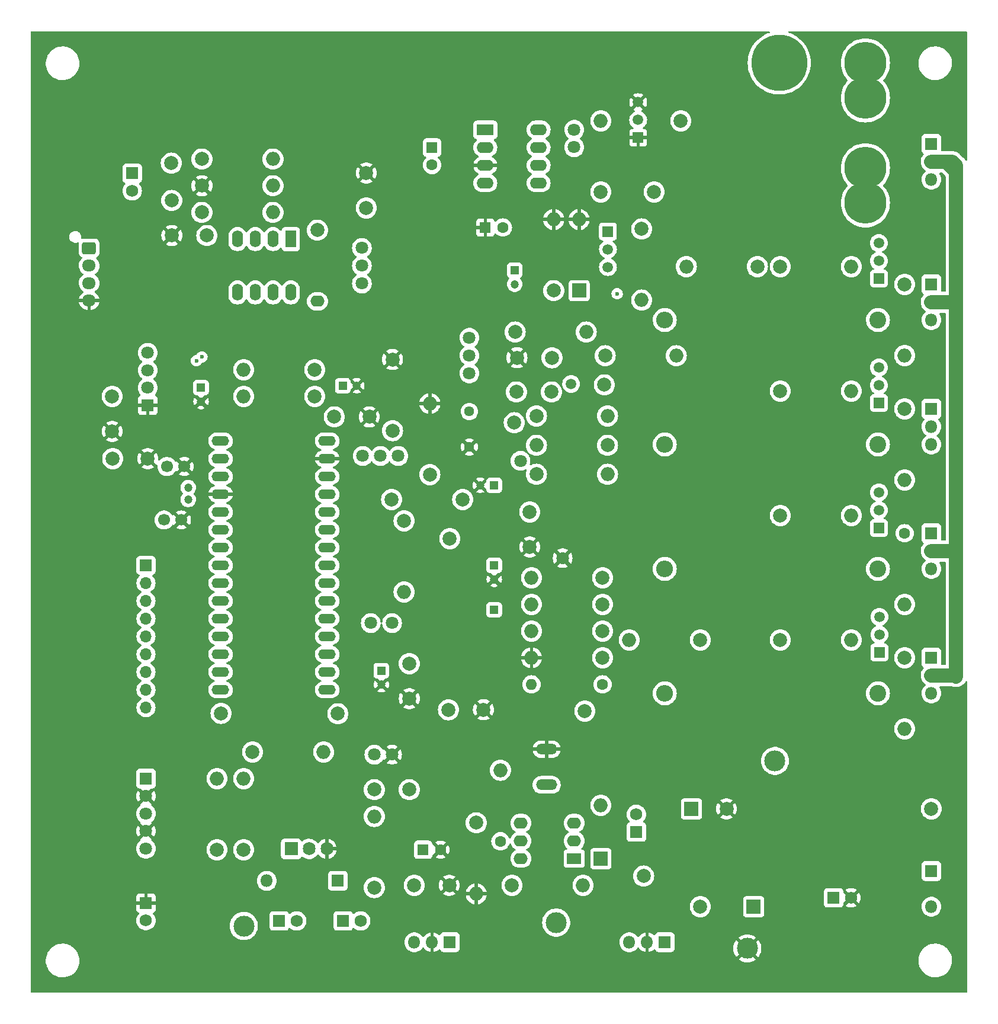
<source format=gbr>
%TF.GenerationSoftware,KiCad,Pcbnew,7.0.9-7.0.9~ubuntu23.04.1*%
%TF.CreationDate,2024-01-04T09:07:39+01:00*%
%TF.ProjectId,Electronic_DC_Load,456c6563-7472-46f6-9e69-635f44435f4c,rev?*%
%TF.SameCoordinates,Original*%
%TF.FileFunction,Copper,L3,Inr*%
%TF.FilePolarity,Positive*%
%FSLAX46Y46*%
G04 Gerber Fmt 4.6, Leading zero omitted, Abs format (unit mm)*
G04 Created by KiCad (PCBNEW 7.0.9-7.0.9~ubuntu23.04.1) date 2024-01-04 09:07:39*
%MOMM*%
%LPD*%
G01*
G04 APERTURE LIST*
G04 Aperture macros list*
%AMRoundRect*
0 Rectangle with rounded corners*
0 $1 Rounding radius*
0 $2 $3 $4 $5 $6 $7 $8 $9 X,Y pos of 4 corners*
0 Add a 4 corners polygon primitive as box body*
4,1,4,$2,$3,$4,$5,$6,$7,$8,$9,$2,$3,0*
0 Add four circle primitives for the rounded corners*
1,1,$1+$1,$2,$3*
1,1,$1+$1,$4,$5*
1,1,$1+$1,$6,$7*
1,1,$1+$1,$8,$9*
0 Add four rect primitives between the rounded corners*
20,1,$1+$1,$2,$3,$4,$5,0*
20,1,$1+$1,$4,$5,$6,$7,0*
20,1,$1+$1,$6,$7,$8,$9,0*
20,1,$1+$1,$8,$9,$2,$3,0*%
G04 Aperture macros list end*
%TA.AperFunction,ComponentPad*%
%ADD10RoundRect,0.250000X-0.725000X0.600000X-0.725000X-0.600000X0.725000X-0.600000X0.725000X0.600000X0*%
%TD*%
%TA.AperFunction,ComponentPad*%
%ADD11O,1.950000X1.700000*%
%TD*%
%TA.AperFunction,ComponentPad*%
%ADD12R,2.000000X2.000000*%
%TD*%
%TA.AperFunction,ComponentPad*%
%ADD13C,2.000000*%
%TD*%
%TA.AperFunction,ComponentPad*%
%ADD14C,1.800000*%
%TD*%
%TA.AperFunction,ComponentPad*%
%ADD15R,1.600000X1.600000*%
%TD*%
%TA.AperFunction,ComponentPad*%
%ADD16C,1.600000*%
%TD*%
%TA.AperFunction,ComponentPad*%
%ADD17R,1.200000X1.200000*%
%TD*%
%TA.AperFunction,ComponentPad*%
%ADD18C,1.200000*%
%TD*%
%TA.AperFunction,ComponentPad*%
%ADD19C,1.700000*%
%TD*%
%TA.AperFunction,ComponentPad*%
%ADD20O,2.000000X2.000000*%
%TD*%
%TA.AperFunction,ComponentPad*%
%ADD21R,3.000000X3.000000*%
%TD*%
%TA.AperFunction,ComponentPad*%
%ADD22O,3.000000X3.000000*%
%TD*%
%TA.AperFunction,ComponentPad*%
%ADD23R,1.800000X1.800000*%
%TD*%
%TA.AperFunction,ComponentPad*%
%ADD24O,1.800000X1.800000*%
%TD*%
%TA.AperFunction,ComponentPad*%
%ADD25C,6.000000*%
%TD*%
%TA.AperFunction,ComponentPad*%
%ADD26O,3.010000X1.510000*%
%TD*%
%TA.AperFunction,ComponentPad*%
%ADD27R,1.750000X1.750000*%
%TD*%
%TA.AperFunction,ComponentPad*%
%ADD28C,1.750000*%
%TD*%
%TA.AperFunction,ComponentPad*%
%ADD29C,3.000000*%
%TD*%
%TA.AperFunction,ComponentPad*%
%ADD30C,8.000000*%
%TD*%
%TA.AperFunction,ComponentPad*%
%ADD31R,1.900000X1.900000*%
%TD*%
%TA.AperFunction,ComponentPad*%
%ADD32O,1.800000X1.900000*%
%TD*%
%TA.AperFunction,ComponentPad*%
%ADD33O,2.000000X1.600000*%
%TD*%
%TA.AperFunction,ComponentPad*%
%ADD34C,2.400000*%
%TD*%
%TA.AperFunction,ComponentPad*%
%ADD35O,2.400000X2.400000*%
%TD*%
%TA.AperFunction,ComponentPad*%
%ADD36R,2.000000X1.600000*%
%TD*%
%TA.AperFunction,ComponentPad*%
%ADD37R,1.600000X2.400000*%
%TD*%
%TA.AperFunction,ComponentPad*%
%ADD38O,1.600000X2.400000*%
%TD*%
%TA.AperFunction,ComponentPad*%
%ADD39R,2.400000X1.600000*%
%TD*%
%TA.AperFunction,ComponentPad*%
%ADD40O,2.400000X1.600000*%
%TD*%
%TA.AperFunction,ComponentPad*%
%ADD41O,2.500000X1.400000*%
%TD*%
%TA.AperFunction,ComponentPad*%
%ADD42R,1.520000X1.520000*%
%TD*%
%TA.AperFunction,ComponentPad*%
%ADD43C,1.520000*%
%TD*%
%TA.AperFunction,ComponentPad*%
%ADD44C,1.500000*%
%TD*%
%TA.AperFunction,ComponentPad*%
%ADD45O,1.600000X1.600000*%
%TD*%
%TA.AperFunction,ComponentPad*%
%ADD46C,1.440000*%
%TD*%
%TA.AperFunction,ComponentPad*%
%ADD47R,1.700000X1.700000*%
%TD*%
%TA.AperFunction,ComponentPad*%
%ADD48O,1.700000X1.700000*%
%TD*%
%TA.AperFunction,ViaPad*%
%ADD49C,1.500000*%
%TD*%
%TA.AperFunction,ViaPad*%
%ADD50C,0.600000*%
%TD*%
%TA.AperFunction,Conductor*%
%ADD51C,2.000000*%
%TD*%
%TA.AperFunction,Conductor*%
%ADD52C,1.500000*%
%TD*%
%TA.AperFunction,Conductor*%
%ADD53C,1.000000*%
%TD*%
G04 APERTURE END LIST*
D10*
%TO.N,Net-(J17-Pin_1)*%
%TO.C,J17*%
X46228000Y-62629400D03*
D11*
%TO.N,Net-(J17-Pin_2)*%
X46228000Y-65129400D03*
%TO.N,+5V*%
X46228000Y-67629400D03*
%TO.N,GNDPWR*%
X46228000Y-70129400D03*
%TD*%
D12*
%TO.N,Net-(U1-IN)*%
%TO.C,C1*%
X141224000Y-156718000D03*
D13*
%TO.N,GNDPWR*%
X141224000Y-151718000D03*
%TD*%
%TO.N,Net-(U1-IN)*%
%TO.C,C2*%
X133604000Y-156718000D03*
%TO.N,GNDPWR*%
X133604000Y-151718000D03*
%TD*%
D14*
%TO.N,+5V*%
%TO.C,C3*%
X115570000Y-45720000D03*
%TO.N,Net-(U12-OSC)*%
X115570000Y-48220000D03*
%TD*%
D15*
%TO.N,Net-(U12-CAP+)*%
%TO.C,C4*%
X95250000Y-48260000D03*
D16*
%TO.N,Net-(U12-CAP-)*%
X95250000Y-50760000D03*
%TD*%
D13*
%TO.N,+12V*%
%TO.C,C5*%
X125490600Y-152349200D03*
%TO.N,GNDPWR*%
X130490600Y-152349200D03*
%TD*%
D12*
%TO.N,+12V*%
%TO.C,C6*%
X132334000Y-142748000D03*
D13*
%TO.N,GNDPWR*%
X137334000Y-142748000D03*
%TD*%
%TO.N,+5V*%
%TO.C,C7*%
X92710000Y-153670000D03*
%TO.N,GNDPWR*%
X97710000Y-153670000D03*
%TD*%
D15*
%TO.N,+5V*%
%TO.C,C8*%
X93980000Y-148590000D03*
D16*
%TO.N,GNDPWR*%
X96480000Y-148590000D03*
%TD*%
D13*
%TO.N,+5V*%
%TO.C,C9*%
X81280000Y-86741000D03*
%TO.N,GNDPWR*%
X86280000Y-86741000D03*
%TD*%
D17*
%TO.N,+5V*%
%TO.C,C10*%
X82486500Y-82296000D03*
D18*
%TO.N,GNDPWR*%
X84486500Y-82296000D03*
%TD*%
D13*
%TO.N,+5V*%
%TO.C,C11*%
X49530000Y-83820000D03*
%TO.N,GNDPWR*%
X49530000Y-88820000D03*
%TD*%
%TO.N,+5V*%
%TO.C,C12*%
X92000000Y-122000000D03*
%TO.N,GNDPWR*%
X92000000Y-127000000D03*
%TD*%
D17*
%TO.N,+5V*%
%TO.C,C13*%
X62230000Y-82550000D03*
D18*
%TO.N,GNDPWR*%
X62230000Y-84550000D03*
%TD*%
D17*
%TO.N,+5V*%
%TO.C,C14*%
X88000000Y-123000000D03*
D18*
%TO.N,GNDPWR*%
X88000000Y-125000000D03*
%TD*%
D13*
%TO.N,Net-(U6-CH1+)*%
%TO.C,C15*%
X97599500Y-128587500D03*
%TO.N,GNDPWR*%
X102599500Y-128587500D03*
%TD*%
%TO.N,Net-(U7B-+)*%
%TO.C,C16*%
X112395000Y-78295500D03*
%TO.N,GNDPWR*%
X107395000Y-78295500D03*
%TD*%
%TO.N,Net-(U6-CH2+)*%
%TO.C,C17*%
X117094000Y-128778000D03*
%TO.N,GNDPWR*%
X112094000Y-128778000D03*
%TD*%
%TO.N,+5V*%
%TO.C,C18*%
X109220000Y-100330000D03*
%TO.N,GNDPWR*%
X109220000Y-105330000D03*
%TD*%
%TO.N,Net-(C19-Pad1)*%
%TO.C,C19*%
X107315000Y-83185000D03*
%TO.N,Net-(C19-Pad2)*%
X112315000Y-83185000D03*
%TD*%
D17*
%TO.N,+5V*%
%TO.C,C20*%
X104140000Y-96520000D03*
D18*
%TO.N,GNDPWR*%
X102140000Y-96520000D03*
%TD*%
D13*
%TO.N,GNDPWR*%
%TO.C,C21*%
X54610000Y-92710000D03*
%TO.N,+5V*%
X49610000Y-92710000D03*
%TD*%
D19*
%TO.N,GNDPWR*%
%TO.C,C22*%
X59436000Y-101473000D03*
%TO.N,Net-(U8-X1)*%
X56936000Y-101473000D03*
%TD*%
%TO.N,GNDPWR*%
%TO.C,C23*%
X59847800Y-93827600D03*
%TO.N,Net-(U8-X2)*%
X57347800Y-93827600D03*
%TD*%
D17*
%TO.N,+5V*%
%TO.C,C24*%
X104140000Y-114300000D03*
D18*
%TO.N,GNDPWR*%
X104140000Y-116300000D03*
%TD*%
D17*
%TO.N,+4.096V*%
%TO.C,C25*%
X104140000Y-107950000D03*
D18*
%TO.N,GNDPWR*%
X104140000Y-109950000D03*
%TD*%
D15*
%TO.N,GNDPWR*%
%TO.C,C26*%
X102870000Y-59690000D03*
D16*
%TO.N,-5V*%
X105370000Y-59690000D03*
%TD*%
D13*
%TO.N,-5V*%
%TO.C,C27*%
X63053600Y-60833000D03*
%TO.N,GNDPWR*%
X58053600Y-60833000D03*
%TD*%
%TO.N,Net-(C28-Pad1)*%
%TO.C,C28*%
X92000000Y-140000000D03*
%TO.N,Net-(C28-Pad2)*%
X87000000Y-140000000D03*
%TD*%
%TO.N,+5V*%
%TO.C,C29*%
X85852000Y-56896000D03*
%TO.N,GNDPWR*%
X85852000Y-51896000D03*
%TD*%
D12*
%TO.N,Net-(D1-K)*%
%TO.C,D1*%
X116268500Y-68707000D03*
D20*
%TO.N,GNDPWR*%
X116268500Y-58547000D03*
%TD*%
D21*
%TO.N,GNDPWR*%
%TO.C,D3*%
X159512000Y-135890000D03*
D22*
%TO.N,Net-(D3-A)*%
X144272000Y-135890000D03*
%TD*%
D12*
%TO.N,Net-(D4-K)*%
%TO.C,D4*%
X119380000Y-149860000D03*
D20*
%TO.N,Net-(D4-A)*%
X119380000Y-142240000D03*
%TD*%
D23*
%TO.N,Net-(D5-A-Pad1)*%
%TO.C,D5*%
X166624000Y-47752000D03*
D24*
%TO.N,Net-(D5-K)*%
X166624000Y-50292000D03*
%TO.N,Net-(D5-A-Pad1)*%
X166624000Y-52832000D03*
%TD*%
D25*
%TO.N,Net-(F1-Pad1)*%
%TO.C,F1*%
X157200000Y-36170000D03*
X157200000Y-41170000D03*
%TO.N,Net-(D5-A-Pad1)*%
X157200000Y-51170000D03*
X157200000Y-56170000D03*
%TD*%
D26*
%TO.N,Net-(J1-Pad1)*%
%TO.C,J1*%
X111633000Y-139319000D03*
%TO.N,GNDPWR*%
X111633000Y-134239000D03*
%TD*%
D27*
%TO.N,Net-(U1-IN)*%
%TO.C,J2*%
X152654000Y-155448000D03*
D28*
%TO.N,GNDPWR*%
X155154000Y-155448000D03*
%TD*%
D29*
%TO.N,+5V*%
%TO.C,J3*%
X68340000Y-159480000D03*
%TD*%
%TO.N,GNDPWR*%
%TO.C,J4*%
X140320000Y-162690000D03*
%TD*%
%TO.N,+12V*%
%TO.C,J5*%
X113000000Y-159000000D03*
%TD*%
D27*
%TO.N,Net-(J6-Pad1)*%
%TO.C,J6*%
X82550000Y-158750000D03*
D28*
%TO.N,+5V*%
X85050000Y-158750000D03*
%TD*%
D13*
%TO.N,+4.096V*%
%TO.C,J7*%
X97790000Y-104140000D03*
%TD*%
D27*
%TO.N,Net-(J8-Pad1)*%
%TO.C,J8*%
X124460000Y-146050000D03*
D28*
%TO.N,Net-(D4-A)*%
X124460000Y-143550000D03*
%TD*%
D13*
%TO.N,Net-(U7B-+)*%
%TO.C,J9*%
X119888000Y-82169000D03*
%TD*%
%TO.N,Net-(C19-Pad1)*%
%TO.C,J10*%
X106997500Y-87566500D03*
%TD*%
%TO.N,-5V*%
%TO.C,J11*%
X127000000Y-54610000D03*
%TD*%
%TO.N,-2V5*%
%TO.C,J12*%
X130810000Y-44450000D03*
%TD*%
D27*
%TO.N,+12V*%
%TO.C,J13*%
X73406000Y-158750000D03*
D28*
%TO.N,Net-(D2-A)*%
X75906000Y-158750000D03*
%TD*%
D23*
%TO.N,GNDPWR*%
%TO.C,LCD1*%
X54610000Y-85090000D03*
D14*
%TO.N,+5V*%
X54610000Y-82590000D03*
%TO.N,Net-(LCD1-SDA)*%
X54610000Y-80090000D03*
%TO.N,Net-(LCD1-SCL)*%
X54610000Y-77590000D03*
%TD*%
D30*
%TO.N,Net-(F1-Pad1)*%
%TO.C,P5*%
X144880000Y-36170000D03*
%TD*%
D25*
%TO.N,GNDPWR*%
%TO.C,P6*%
X167957500Y-133604000D03*
%TD*%
D13*
%TO.N,Net-(J15-Pad2)*%
%TO.C,P7*%
X58039000Y-55816500D03*
%TD*%
%TO.N,Net-(J15-Pad1)*%
%TO.C,P8*%
X57975500Y-50482500D03*
%TD*%
D31*
%TO.N,Net-(Q1-B)*%
%TO.C,Q1*%
X75120500Y-148463000D03*
D32*
%TO.N,Net-(D2-A)*%
X77660500Y-148463000D03*
%TO.N,GNDPWR*%
X80200500Y-148463000D03*
%TD*%
D23*
%TO.N,Net-(Q2-G)*%
%TO.C,Q2*%
X166624000Y-67818000D03*
D24*
%TO.N,Net-(D5-K)*%
X166624000Y-70358000D03*
%TO.N,Net-(Q2-S)*%
X166624000Y-72898000D03*
%TD*%
D23*
%TO.N,Net-(Q3-G)*%
%TO.C,Q3*%
X166624000Y-85598000D03*
D24*
%TO.N,Net-(D5-K)*%
X166624000Y-88138000D03*
%TO.N,Net-(Q3-S)*%
X166624000Y-90678000D03*
%TD*%
D23*
%TO.N,Net-(Q4-G)*%
%TO.C,Q4*%
X166624000Y-103378000D03*
D24*
%TO.N,Net-(D5-K)*%
X166624000Y-105918000D03*
%TO.N,Net-(Q4-S)*%
X166624000Y-108458000D03*
%TD*%
D23*
%TO.N,Net-(Q5-G)*%
%TO.C,Q5*%
X166624000Y-121158000D03*
D24*
%TO.N,Net-(D5-K)*%
X166624000Y-123698000D03*
%TO.N,Net-(Q5-S)*%
X166624000Y-126238000D03*
%TD*%
D13*
%TO.N,+5V*%
%TO.C,R1*%
X64516000Y-148590000D03*
D20*
%TO.N,Net-(SW1-A)*%
X64516000Y-138430000D03*
%TD*%
D13*
%TO.N,+5V*%
%TO.C,R2*%
X68326000Y-148590000D03*
D20*
%TO.N,Net-(SW1-B)*%
X68326000Y-138430000D03*
%TD*%
D13*
%TO.N,Net-(U3-(int3)#D3)*%
%TO.C,R3*%
X69596000Y-134620000D03*
D20*
%TO.N,Net-(Q1-B)*%
X79756000Y-134620000D03*
%TD*%
D13*
%TO.N,Net-(U5-OUT)*%
%TO.C,R4*%
X94932500Y-94996000D03*
D20*
%TO.N,GNDPWR*%
X94932500Y-84836000D03*
%TD*%
D13*
%TO.N,Net-(U7C--)*%
%TO.C,R5*%
X119634000Y-117348000D03*
D20*
%TO.N,Net-(U6-CH1+)*%
X109474000Y-117348000D03*
%TD*%
D13*
%TO.N,Net-(U7B-+)*%
%TO.C,R6*%
X110172500Y-94932500D03*
D20*
%TO.N,Net-(U7A--)*%
X120332500Y-94932500D03*
%TD*%
D13*
%TO.N,LoadOff*%
%TO.C,R7*%
X120000000Y-78000000D03*
D20*
%TO.N,Net-(D3-A)*%
X130160000Y-78000000D03*
%TD*%
D13*
%TO.N,Net-(C19-Pad2)*%
%TO.C,R8*%
X110172500Y-86614000D03*
D20*
%TO.N,LoadOff*%
X120332500Y-86614000D03*
%TD*%
D13*
%TO.N,Net-(U6-CH2+)*%
%TO.C,R9*%
X119634000Y-113538000D03*
D20*
%TO.N,Net-(U7D--)*%
X109474000Y-113538000D03*
%TD*%
D13*
%TO.N,Net-(Q6-E)*%
%TO.C,R10*%
X162814000Y-67818000D03*
D20*
%TO.N,-5V*%
X162814000Y-77978000D03*
%TD*%
D13*
%TO.N,Net-(U7C-+)*%
%TO.C,R11*%
X119634000Y-121158000D03*
D20*
%TO.N,GNDPWR*%
X109474000Y-121158000D03*
%TD*%
D13*
%TO.N,Net-(Q7-E)*%
%TO.C,R12*%
X162814000Y-85598000D03*
D20*
%TO.N,-5V*%
X162814000Y-95758000D03*
%TD*%
D13*
%TO.N,Net-(R13-Pad1)*%
%TO.C,R13*%
X78867000Y-60071000D03*
D33*
%TO.N,Net-(U7C-+)*%
X78867000Y-70231000D03*
%TD*%
D13*
%TO.N,Net-(U7B-+)*%
%TO.C,R14*%
X120332500Y-90805000D03*
D20*
%TO.N,Net-(R14-Pad2)*%
X110172500Y-90805000D03*
%TD*%
D13*
%TO.N,Net-(R15-Pad1)*%
%TO.C,R15*%
X141757400Y-65278000D03*
D20*
%TO.N,Net-(C19-Pad1)*%
X131597400Y-65278000D03*
%TD*%
D13*
%TO.N,Net-(D3-A)*%
%TO.C,R16*%
X119634000Y-109728000D03*
D20*
%TO.N,Net-(U7D-+)*%
X109474000Y-109728000D03*
%TD*%
D13*
%TO.N,Net-(D3-A)*%
%TO.C,R17*%
X166624000Y-142748000D03*
%TO.N,GNDPWR*%
X166624000Y-137668000D03*
%TD*%
%TO.N,+4.096V*%
%TO.C,R18*%
X91249500Y-101600000D03*
D20*
%TO.N,Net-(U5-A0)*%
X91249500Y-111760000D03*
%TD*%
D13*
%TO.N,+5V*%
%TO.C,R19*%
X78486000Y-83820000D03*
D20*
%TO.N,Net-(LCD1-SDA)*%
X68326000Y-83820000D03*
%TD*%
D13*
%TO.N,+5V*%
%TO.C,R20*%
X78486000Y-80010000D03*
D20*
%TO.N,Net-(LCD1-SCL)*%
X68326000Y-80010000D03*
%TD*%
D13*
%TO.N,Net-(D4-K)*%
%TO.C,R21*%
X106680000Y-153670000D03*
D20*
%TO.N,Net-(J8-Pad1)*%
X116840000Y-153670000D03*
%TD*%
D34*
%TO.N,Net-(Q2-S)*%
%TO.C,R22*%
X159004000Y-72898000D03*
D35*
%TO.N,Net-(D3-A)*%
X128524000Y-72898000D03*
%TD*%
D34*
%TO.N,Net-(Q3-S)*%
%TO.C,R23*%
X159004000Y-90678000D03*
D35*
%TO.N,Net-(D3-A)*%
X128524000Y-90678000D03*
%TD*%
D34*
%TO.N,Net-(Q4-S)*%
%TO.C,R24*%
X159004000Y-108458000D03*
D35*
%TO.N,Net-(D3-A)*%
X128524000Y-108458000D03*
%TD*%
D34*
%TO.N,Net-(Q5-S)*%
%TO.C,R25*%
X159004000Y-126238000D03*
D35*
%TO.N,Net-(D3-A)*%
X128524000Y-126238000D03*
%TD*%
D16*
%TO.N,Net-(Q8-E)*%
%TO.C,R26*%
X162814000Y-103378000D03*
D20*
%TO.N,-5V*%
X162814000Y-113538000D03*
%TD*%
D13*
%TO.N,Net-(C28-Pad1)*%
%TO.C,R27*%
X101570000Y-144740000D03*
D20*
%TO.N,GNDPWR*%
X101570000Y-154900000D03*
%TD*%
D13*
%TO.N,Net-(J6-Pad1)*%
%TO.C,R28*%
X87000000Y-154000000D03*
D20*
%TO.N,Net-(C28-Pad2)*%
X87000000Y-143840000D03*
%TD*%
D16*
%TO.N,+5V*%
%TO.C,R29*%
X105029000Y-147383500D03*
D20*
%TO.N,Net-(U3-A2)*%
X105029000Y-137223500D03*
%TD*%
D13*
%TO.N,-5V*%
%TO.C,R30*%
X119380000Y-54610000D03*
D20*
%TO.N,-2V5*%
X119380000Y-44450000D03*
%TD*%
D13*
%TO.N,GNDPWR*%
%TO.C,R31*%
X62357000Y-53721000D03*
D20*
%TO.N,Net-(R31-Pad2)*%
X72517000Y-53721000D03*
%TD*%
D13*
%TO.N,Net-(Q9-E)*%
%TO.C,R32*%
X162814000Y-121158000D03*
D20*
%TO.N,-5V*%
X162814000Y-131318000D03*
%TD*%
D13*
%TO.N,Net-(J15-Pad2)*%
%TO.C,R33*%
X62357000Y-57531000D03*
D20*
%TO.N,Net-(R13-Pad1)*%
X72517000Y-57531000D03*
%TD*%
D13*
%TO.N,Net-(J15-Pad1)*%
%TO.C,R34*%
X62357000Y-49911000D03*
D20*
%TO.N,Net-(R31-Pad2)*%
X72517000Y-49911000D03*
%TD*%
D13*
%TO.N,Net-(R15-Pad1)*%
%TO.C,R35*%
X145034000Y-65278000D03*
D20*
%TO.N,Net-(Q2-G)*%
X155194000Y-65278000D03*
%TD*%
D13*
%TO.N,Net-(R15-Pad1)*%
%TO.C,R36*%
X145034000Y-83058000D03*
D20*
%TO.N,Net-(Q3-G)*%
X155194000Y-83058000D03*
%TD*%
D13*
%TO.N,Net-(R15-Pad1)*%
%TO.C,R37*%
X145034000Y-100838000D03*
D20*
%TO.N,Net-(Q4-G)*%
X155194000Y-100838000D03*
%TD*%
D13*
%TO.N,Net-(R15-Pad1)*%
%TO.C,R38*%
X145034000Y-118618000D03*
D20*
%TO.N,Net-(Q5-G)*%
X155194000Y-118618000D03*
%TD*%
D13*
%TO.N,-5V*%
%TO.C,R39*%
X133604000Y-118618000D03*
D20*
%TO.N,Net-(U6-CH2+)*%
X123444000Y-118618000D03*
%TD*%
D13*
%TO.N,Net-(R40-Pad1)*%
%TO.C,R40*%
X107124500Y-74612500D03*
D20*
%TO.N,LoadOff*%
X117284500Y-74612500D03*
%TD*%
D13*
%TO.N,Net-(D1-K)*%
%TO.C,R41*%
X112649000Y-68707000D03*
D20*
%TO.N,GNDPWR*%
X112649000Y-58547000D03*
%TD*%
D13*
%TO.N,Net-(Q10-E)*%
%TO.C,R42*%
X125222000Y-59880500D03*
D20*
%TO.N,LoadOff*%
X125222000Y-70040500D03*
%TD*%
D14*
%TO.N,Net-(C28-Pad2)*%
%TO.C,RV1*%
X87000000Y-135000000D03*
%TO.N,GNDPWR*%
X89540000Y-135000000D03*
X92080000Y-135000000D03*
%TD*%
%TO.N,Net-(RV2-Pad1)*%
%TO.C,RV2*%
X85217000Y-67691000D03*
%TO.N,+5V*%
X85217000Y-65151000D03*
%TO.N,Net-(RV2-Pad3)*%
X85217000Y-62611000D03*
%TD*%
%TO.N,-2V5*%
%TO.C,RV3*%
X100584000Y-75438000D03*
%TO.N,Net-(R40-Pad1)*%
X100584000Y-77978000D03*
%TO.N,+4.096V*%
X100584000Y-80518000D03*
%TD*%
D23*
%TO.N,Net-(SW1-A)*%
%TO.C,SW1*%
X54356000Y-138430000D03*
D14*
%TO.N,GNDPWR*%
X54356000Y-140930000D03*
%TO.N,Net-(SW1-B)*%
X54356000Y-143430000D03*
%TO.N,GNDPWR*%
X54356000Y-145930000D03*
%TO.N,Net-(U3-A3)*%
X54356000Y-148430000D03*
%TD*%
D27*
%TO.N,GNDPWR*%
%TO.C,SW2*%
X54356000Y-156210000D03*
D28*
%TO.N,Net-(U3-A1)*%
X54356000Y-158710000D03*
%TD*%
D23*
%TO.N,+5V*%
%TO.C,U4*%
X166624000Y-151638000D03*
D24*
%TO.N,GNDPWR*%
X166624000Y-154178000D03*
%TO.N,Net-(U3-A6)*%
X166624000Y-156718000D03*
%TD*%
D36*
%TO.N,Net-(D4-K)*%
%TO.C,U10*%
X115570000Y-149860000D03*
D33*
%TO.N,Net-(D4-A)*%
X115570000Y-147320000D03*
%TO.N,unconnected-(U10-NC-Pad3)*%
X115570000Y-144780000D03*
%TO.N,Net-(C28-Pad1)*%
X107950000Y-144780000D03*
%TO.N,+5V*%
X107950000Y-147320000D03*
%TO.N,unconnected-(U10-Pad6)*%
X107950000Y-149860000D03*
%TD*%
D37*
%TO.N,Net-(RV2-Pad3)*%
%TO.C,U13*%
X75057000Y-61341000D03*
D38*
%TO.N,Net-(R13-Pad1)*%
X72517000Y-61341000D03*
%TO.N,Net-(R31-Pad2)*%
X69977000Y-61341000D03*
%TO.N,-5V*%
X67437000Y-61341000D03*
%TO.N,N/C*%
X67437000Y-68961000D03*
%TO.N,Net-(U7C-+)*%
X69977000Y-68961000D03*
%TO.N,+5V*%
X72517000Y-68961000D03*
%TO.N,Net-(RV2-Pad1)*%
X75057000Y-68961000D03*
%TD*%
D18*
%TO.N,Net-(U8-X2)*%
%TO.C,Y1*%
X60388500Y-96837500D03*
%TO.N,Net-(U8-X1)*%
X60388500Y-98537500D03*
%TD*%
D39*
%TO.N,unconnected-(U12-NC-Pad1)*%
%TO.C,U12*%
X102870000Y-45720000D03*
D40*
%TO.N,Net-(U12-CAP+)*%
X102870000Y-48260000D03*
%TO.N,GNDPWR*%
X102870000Y-50800000D03*
%TO.N,Net-(U12-CAP-)*%
X102870000Y-53340000D03*
%TO.N,-5V*%
X110490000Y-53340000D03*
%TO.N,unconnected-(U12-LV-Pad6)*%
X110490000Y-50800000D03*
%TO.N,Net-(U12-OSC)*%
X110490000Y-48260000D03*
%TO.N,+5V*%
X110490000Y-45720000D03*
%TD*%
D23*
%TO.N,Net-(U1-IN)*%
%TO.C,U1*%
X128524000Y-161798000D03*
D24*
%TO.N,GNDPWR*%
X125984000Y-161798000D03*
%TO.N,+12V*%
X123444000Y-161798000D03*
%TD*%
D23*
%TO.N,+12V*%
%TO.C,U2*%
X97790000Y-161800000D03*
D24*
%TO.N,GNDPWR*%
X95250000Y-161800000D03*
%TO.N,+5V*%
X92710000Y-161800000D03*
%TD*%
D41*
%TO.N,Net-(J17-Pin_2)*%
%TO.C,U3*%
X65024000Y-90170000D03*
%TO.N,Net-(J17-Pin_1)*%
X65024000Y-92710000D03*
%TO.N,unconnected-(U3-RST-Pad3)*%
X65024000Y-95250000D03*
%TO.N,GNDPWR*%
X65024000Y-97790000D03*
%TO.N,Net-(SW1-B)*%
X65024000Y-100330000D03*
%TO.N,Net-(U3-(int3)#D3)*%
X65024000Y-102870000D03*
%TO.N,Net-(SW1-A)*%
X65024000Y-105410000D03*
%TO.N,Net-(KP1-R1)*%
X65024000Y-107950000D03*
%TO.N,Net-(KP1-R2)*%
X65024000Y-110490000D03*
%TO.N,Net-(KP1-R3)*%
X65024000Y-113030000D03*
%TO.N,Net-(KP1-R4)*%
X65024000Y-115570000D03*
%TO.N,Net-(KP1-C1)*%
X65024000Y-118110000D03*
%TO.N,Net-(KP1-C2)*%
X65024000Y-120650000D03*
%TO.N,Net-(KP1-C3)*%
X65024000Y-123190000D03*
%TO.N,Net-(KP1-C4)*%
X65024000Y-125730000D03*
%TO.N,unconnected-(U3-(led)(SCK)D13-Pad16)*%
X80264000Y-125730000D03*
%TO.N,unconnected-(U3-3V3-Pad17)*%
X80264000Y-123190000D03*
%TO.N,unconnected-(U3-Aref-Pad18)*%
X80264000Y-120650000D03*
%TO.N,Net-(U3-A0)*%
X80264000Y-118110000D03*
%TO.N,Net-(U3-A1)*%
X80264000Y-115570000D03*
%TO.N,Net-(U3-A2)*%
X80264000Y-113030000D03*
%TO.N,Net-(U3-A3)*%
X80264000Y-110490000D03*
%TO.N,Net-(LCD1-SDA)*%
X80264000Y-107950000D03*
%TO.N,Net-(LCD1-SCL)*%
X80264000Y-105410000D03*
%TO.N,Net-(U3-A6)*%
X80264000Y-102870000D03*
%TO.N,unconnected-(U3-A7-Pad26)*%
X80264000Y-100330000D03*
%TO.N,+5V*%
X80264000Y-97790000D03*
%TO.N,unconnected-(U3-RST-Pad28)*%
X80264000Y-95250000D03*
%TO.N,GNDPWR*%
X80264000Y-92710000D03*
%TO.N,unconnected-(U3-Vin-Pad30)*%
X80264000Y-90170000D03*
%TD*%
D13*
%TO.N,Net-(U3-A0)*%
%TO.C,J14*%
X81788000Y-129159000D03*
%TD*%
D42*
%TO.N,Net-(Q10-E)*%
%TO.C,Q10*%
X120396000Y-60261500D03*
D43*
%TO.N,Net-(D1-K)*%
X120396000Y-62801500D03*
%TO.N,+5V*%
X120396000Y-65341500D03*
%TD*%
D23*
%TO.N,+12V*%
%TO.C,D2*%
X81788000Y-153035000D03*
D24*
%TO.N,Net-(D2-A)*%
X71628000Y-153035000D03*
%TD*%
D14*
%TO.N,Net-(LCD1-SDA)*%
%TO.C,TP1*%
X89535000Y-116205000D03*
%TD*%
%TO.N,Net-(LCD1-SCL)*%
%TO.C,TP2*%
X86487000Y-116205000D03*
%TD*%
D44*
%TO.N,Net-(U5-OUT)*%
%TO.C,TP3*%
X115125500Y-82042000D03*
%TD*%
D14*
%TO.N,+5V*%
%TO.C,TP4*%
X107886500Y-93027500D03*
%TD*%
%TO.N,GNDPWR*%
%TO.C,TP5*%
X113919000Y-106934000D03*
%TD*%
D42*
%TO.N,Net-(Q6-E)*%
%TO.C,Q6*%
X159131000Y-66992500D03*
D43*
%TO.N,Net-(Q2-S)*%
X159131000Y-64452500D03*
%TO.N,Net-(Q2-G)*%
X159131000Y-61912500D03*
%TD*%
D42*
%TO.N,Net-(Q7-E)*%
%TO.C,Q7*%
X159131000Y-84772500D03*
D43*
%TO.N,Net-(Q3-S)*%
X159131000Y-82232500D03*
%TO.N,Net-(Q3-G)*%
X159131000Y-79692500D03*
%TD*%
D42*
%TO.N,Net-(Q8-E)*%
%TO.C,Q8*%
X159131000Y-102616000D03*
D43*
%TO.N,Net-(Q4-S)*%
X159131000Y-100076000D03*
%TO.N,Net-(Q4-G)*%
X159131000Y-97536000D03*
%TD*%
D42*
%TO.N,Net-(Q9-E)*%
%TO.C,Q9*%
X159194500Y-120396000D03*
D43*
%TO.N,Net-(Q5-S)*%
X159194500Y-117856000D03*
%TO.N,Net-(Q5-G)*%
X159194500Y-115316000D03*
%TD*%
D42*
%TO.N,GNDPWR*%
%TO.C,U14*%
X124714000Y-46863000D03*
D43*
%TO.N,-2V5*%
X124714000Y-44323000D03*
%TO.N,GNDPWR*%
X124714000Y-41783000D03*
%TD*%
D16*
%TO.N,-5V*%
%TO.C,R43*%
X119634000Y-124968000D03*
D45*
%TO.N,Net-(U6-CH1+)*%
X109474000Y-124968000D03*
%TD*%
D27*
%TO.N,Net-(J15-Pad1)*%
%TO.C,J15*%
X52387500Y-51943000D03*
D28*
%TO.N,Net-(J15-Pad2)*%
X52387500Y-54443000D03*
%TD*%
D46*
%TO.N,Net-(R14-Pad2)*%
%TO.C,RV4*%
X100584000Y-85979000D03*
%TO.N,GNDPWR*%
X100584000Y-88519000D03*
X100584000Y-91059000D03*
%TD*%
D17*
%TO.N,+5V*%
%TO.C,C30*%
X107061000Y-65786000D03*
D18*
%TO.N,Net-(D1-K)*%
X107061000Y-67786000D03*
%TD*%
D13*
%TO.N,Net-(R44-Pad1)*%
%TO.C,R44*%
X89471500Y-98552000D03*
%TO.N,Net-(U9-Trim)*%
X99631500Y-98552000D03*
%TD*%
%TO.N,Net-(R45-Pad1)*%
%TO.C,R45*%
X89598500Y-88709500D03*
%TO.N,GNDPWR*%
X89598500Y-78549500D03*
%TD*%
D14*
%TO.N,+4.096V*%
%TO.C,RV5*%
X90424000Y-92329000D03*
%TO.N,Net-(R44-Pad1)*%
X87884000Y-92329000D03*
%TO.N,Net-(R45-Pad1)*%
X85344000Y-92329000D03*
%TD*%
D13*
%TO.N,Net-(KP1-A0)*%
%TO.C,J16*%
X65087500Y-129095500D03*
%TD*%
D47*
%TO.N,Net-(KP1-R1)*%
%TO.C,KP1*%
X54356000Y-107950000D03*
D48*
%TO.N,Net-(KP1-R2)*%
X54356000Y-110490000D03*
%TO.N,Net-(KP1-R3)*%
X54356000Y-113030000D03*
%TO.N,Net-(KP1-R4)*%
X54356000Y-115570000D03*
%TO.N,Net-(KP1-C1)*%
X54356000Y-118110000D03*
%TO.N,Net-(KP1-C2)*%
X54356000Y-120650000D03*
%TO.N,Net-(KP1-C3)*%
X54356000Y-123190000D03*
%TO.N,Net-(KP1-C4)*%
X54356000Y-125730000D03*
%TO.N,Net-(KP1-A0)*%
X54356000Y-128270000D03*
%TD*%
D49*
%TO.N,GNDPWR*%
X161391600Y-157683200D03*
D50*
%TO.N,Net-(J17-Pin_1)*%
X62357000Y-78181200D03*
%TO.N,Net-(J17-Pin_2)*%
X61569600Y-78714600D03*
%TO.N,Net-(C19-Pad1)*%
X121716800Y-69138800D03*
%TD*%
D51*
%TO.N,Net-(D5-K)*%
X166624000Y-123710700D02*
X170180000Y-123710700D01*
X170180000Y-123710700D02*
X170180000Y-123837700D01*
X166624000Y-123710700D02*
X169735500Y-123710700D01*
X170180000Y-52082700D02*
X170180000Y-105930700D01*
X170180000Y-105930700D02*
X170180000Y-106057700D01*
X166624000Y-50304700D02*
X169672000Y-50304700D01*
D52*
X168402000Y-50304700D02*
X170180000Y-52082700D01*
D53*
X170180000Y-52082700D02*
X170180000Y-69862700D01*
D51*
X170180000Y-123266200D02*
X170180000Y-50812700D01*
X169672000Y-50304700D02*
X166624000Y-50304700D01*
X170053000Y-105930700D02*
X170180000Y-105930700D01*
X170180000Y-50812700D02*
X169672000Y-50304700D01*
D52*
X166624000Y-50304700D02*
X168402000Y-50304700D01*
D51*
X166624000Y-105930700D02*
X170180000Y-105930700D01*
D53*
X170180000Y-69862700D02*
X169672000Y-70370700D01*
D51*
X170180000Y-123837700D02*
X170180000Y-105930700D01*
X170180000Y-70370700D02*
X169672000Y-70370700D01*
X169672000Y-50304700D02*
X170180000Y-50812700D01*
X170180000Y-50812700D02*
X170180000Y-52082700D01*
X170180000Y-106057700D02*
X170053000Y-105930700D01*
D53*
X168402000Y-50304700D02*
X170180000Y-52082700D01*
D51*
X169735500Y-123710700D02*
X170180000Y-123266200D01*
X166624000Y-123710700D02*
X170180000Y-123710700D01*
X166624000Y-70370700D02*
X170180000Y-70370700D01*
%TD*%
%TA.AperFunction,Conductor*%
%TO.N,GNDPWR*%
G36*
X143499174Y-31665185D02*
G01*
X143544929Y-31717989D01*
X143554873Y-31787147D01*
X143525848Y-31850703D01*
X143471542Y-31887071D01*
X143262025Y-31957293D01*
X143249590Y-31961462D01*
X143249586Y-31961463D01*
X142868260Y-32129836D01*
X142868232Y-32129850D01*
X142504052Y-32332696D01*
X142504045Y-32332700D01*
X142160115Y-32568297D01*
X141839410Y-32834609D01*
X141839390Y-32834627D01*
X141544627Y-33129390D01*
X141544609Y-33129410D01*
X141278297Y-33450115D01*
X141042700Y-33794045D01*
X141042696Y-33794052D01*
X140839850Y-34158232D01*
X140839836Y-34158260D01*
X140671463Y-34539586D01*
X140671462Y-34539590D01*
X140538976Y-34934874D01*
X140443533Y-35340674D01*
X140443532Y-35340680D01*
X140385937Y-35753564D01*
X140366684Y-36170000D01*
X140385937Y-36586436D01*
X140443532Y-36999320D01*
X140538977Y-37405128D01*
X140644568Y-37720170D01*
X140671462Y-37800409D01*
X140671463Y-37800413D01*
X140839836Y-38181739D01*
X140839841Y-38181749D01*
X140839845Y-38181758D01*
X140839849Y-38181766D01*
X140839850Y-38181767D01*
X141042696Y-38545947D01*
X141042700Y-38545954D01*
X141278297Y-38889884D01*
X141456867Y-39104926D01*
X141544619Y-39210601D01*
X141839399Y-39505381D01*
X141839410Y-39505390D01*
X142160115Y-39771702D01*
X142504045Y-40007299D01*
X142868242Y-40210155D01*
X142868259Y-40210162D01*
X142868260Y-40210163D01*
X143249586Y-40378536D01*
X143249590Y-40378537D01*
X143249592Y-40378537D01*
X143249602Y-40378542D01*
X143644872Y-40511023D01*
X144050680Y-40606468D01*
X144463564Y-40664063D01*
X144880000Y-40683316D01*
X145296436Y-40664063D01*
X145709320Y-40606468D01*
X146115128Y-40511023D01*
X146510398Y-40378542D01*
X146510409Y-40378536D01*
X146510413Y-40378536D01*
X146745108Y-40274907D01*
X146891758Y-40210155D01*
X147255955Y-40007299D01*
X147599881Y-39771704D01*
X147599880Y-39771704D01*
X147599884Y-39771702D01*
X147708081Y-39681854D01*
X147920601Y-39505381D01*
X148215381Y-39210601D01*
X148481704Y-38889881D01*
X148717299Y-38545955D01*
X148920155Y-38181758D01*
X148984907Y-38035108D01*
X149088536Y-37800413D01*
X149088537Y-37800409D01*
X149088542Y-37800398D01*
X149221023Y-37405128D01*
X149316468Y-36999320D01*
X149374063Y-36586436D01*
X149393316Y-36170000D01*
X149374063Y-35753564D01*
X149316468Y-35340680D01*
X149221023Y-34934872D01*
X149088542Y-34539602D01*
X149088537Y-34539590D01*
X149088536Y-34539586D01*
X148920163Y-34158260D01*
X148920162Y-34158259D01*
X148920155Y-34158242D01*
X148717299Y-33794045D01*
X148481702Y-33450115D01*
X148215390Y-33129410D01*
X148215381Y-33129399D01*
X147920601Y-32834619D01*
X147913400Y-32828639D01*
X147599884Y-32568297D01*
X147255954Y-32332700D01*
X147255947Y-32332696D01*
X146891767Y-32129850D01*
X146891766Y-32129849D01*
X146891758Y-32129845D01*
X146891749Y-32129841D01*
X146891739Y-32129836D01*
X146510413Y-31961463D01*
X146510409Y-31961462D01*
X146510400Y-31961459D01*
X146510398Y-31961458D01*
X146288457Y-31887071D01*
X146231150Y-31847103D01*
X146204548Y-31782496D01*
X146217098Y-31713763D01*
X146264816Y-31662726D01*
X146327865Y-31645500D01*
X171620500Y-31645500D01*
X171687539Y-31665185D01*
X171733294Y-31717989D01*
X171744500Y-31769500D01*
X171744500Y-50036215D01*
X171724815Y-50103254D01*
X171672011Y-50149009D01*
X171602853Y-50158953D01*
X171539297Y-50129928D01*
X171515698Y-50102491D01*
X171505685Y-50086657D01*
X171497260Y-50073335D01*
X171494203Y-50067914D01*
X171475146Y-50029756D01*
X171431691Y-49969436D01*
X171429608Y-49966351D01*
X171397578Y-49915700D01*
X171389887Y-49903537D01*
X171389883Y-49903532D01*
X171361599Y-49871606D01*
X171357705Y-49866738D01*
X171332781Y-49832140D01*
X171332777Y-49832136D01*
X171332775Y-49832133D01*
X171280245Y-49779604D01*
X171277677Y-49776876D01*
X171228376Y-49721227D01*
X171228373Y-49721224D01*
X171195336Y-49694250D01*
X171190714Y-49690072D01*
X170749403Y-49248761D01*
X170675575Y-49171898D01*
X170675574Y-49171897D01*
X170675573Y-49171896D01*
X170616155Y-49127246D01*
X170613239Y-49124914D01*
X170569939Y-49088083D01*
X170556622Y-49076755D01*
X170520122Y-49054690D01*
X170514949Y-49051195D01*
X170480863Y-49025581D01*
X170415077Y-48991054D01*
X170411815Y-48989214D01*
X170374491Y-48966652D01*
X170348189Y-48950752D01*
X170348184Y-48950750D01*
X170348181Y-48950748D01*
X170308620Y-48934827D01*
X170302951Y-48932206D01*
X170265203Y-48912394D01*
X170194716Y-48888862D01*
X170191201Y-48887570D01*
X170122244Y-48859818D01*
X170122232Y-48859815D01*
X170080642Y-48850448D01*
X170074629Y-48848771D01*
X170034186Y-48835270D01*
X170034171Y-48835266D01*
X169960824Y-48823347D01*
X169957147Y-48822635D01*
X169884639Y-48806305D01*
X169884642Y-48806305D01*
X169842065Y-48803729D01*
X169835866Y-48803039D01*
X169807803Y-48798479D01*
X169793780Y-48796200D01*
X169793779Y-48796200D01*
X169719476Y-48796200D01*
X169715732Y-48796087D01*
X169679016Y-48793866D01*
X169641524Y-48791598D01*
X169641522Y-48791598D01*
X169641521Y-48791598D01*
X169611730Y-48794608D01*
X169599083Y-48795886D01*
X169592850Y-48796200D01*
X168156500Y-48796200D01*
X168089461Y-48776515D01*
X168043706Y-48723711D01*
X168032500Y-48672200D01*
X168032500Y-46803362D01*
X168032499Y-46803345D01*
X168028505Y-46766204D01*
X168025989Y-46742799D01*
X168019795Y-46726193D01*
X168003522Y-46682564D01*
X167974889Y-46605796D01*
X167887261Y-46488739D01*
X167770204Y-46401111D01*
X167633203Y-46350011D01*
X167572654Y-46343500D01*
X167572638Y-46343500D01*
X165675362Y-46343500D01*
X165675345Y-46343500D01*
X165614797Y-46350011D01*
X165614795Y-46350011D01*
X165477795Y-46401111D01*
X165360739Y-46488739D01*
X165273111Y-46605795D01*
X165222011Y-46742795D01*
X165222011Y-46742797D01*
X165215500Y-46803345D01*
X165215500Y-48700654D01*
X165222011Y-48761202D01*
X165222011Y-48761204D01*
X165273111Y-48898204D01*
X165360739Y-49015261D01*
X165458018Y-49088083D01*
X165484896Y-49108204D01*
X165482849Y-49110937D01*
X165520602Y-49148660D01*
X165535481Y-49216927D01*
X165511089Y-49282401D01*
X165507845Y-49286552D01*
X165378488Y-49444987D01*
X165378487Y-49444989D01*
X165256715Y-49655903D01*
X165256710Y-49655913D01*
X165170345Y-49883638D01*
X165121626Y-50122274D01*
X165121625Y-50122282D01*
X165111818Y-50365632D01*
X165111818Y-50365633D01*
X165141176Y-50607421D01*
X165208937Y-50841356D01*
X165208938Y-50841359D01*
X165313351Y-51061407D01*
X165451707Y-51261848D01*
X165451708Y-51261849D01*
X165620422Y-51437500D01*
X165746243Y-51532048D01*
X165788012Y-51588058D01*
X165792869Y-51657759D01*
X165759272Y-51719021D01*
X165747914Y-51729032D01*
X165666781Y-51792180D01*
X165666776Y-51792185D01*
X165508686Y-51963915D01*
X165381015Y-52159331D01*
X165287251Y-52373092D01*
X165229948Y-52599377D01*
X165210673Y-52831994D01*
X165210673Y-52832005D01*
X165229948Y-53064622D01*
X165287251Y-53290907D01*
X165381015Y-53504668D01*
X165508686Y-53700084D01*
X165618283Y-53819137D01*
X165666780Y-53871818D01*
X165850983Y-54015190D01*
X165850985Y-54015191D01*
X165850988Y-54015193D01*
X165912795Y-54048641D01*
X166056273Y-54126287D01*
X166103226Y-54142406D01*
X166277045Y-54202079D01*
X166277047Y-54202079D01*
X166277049Y-54202080D01*
X166507288Y-54240500D01*
X166507289Y-54240500D01*
X166740711Y-54240500D01*
X166740712Y-54240500D01*
X166970951Y-54202080D01*
X167191727Y-54126287D01*
X167397017Y-54015190D01*
X167581220Y-53871818D01*
X167739314Y-53700083D01*
X167866984Y-53504669D01*
X167960749Y-53290907D01*
X168018051Y-53064626D01*
X168029438Y-52927202D01*
X168037327Y-52832005D01*
X168037327Y-52831994D01*
X168018051Y-52599377D01*
X168018051Y-52599374D01*
X167960749Y-52373093D01*
X167866984Y-52159331D01*
X167809264Y-52070984D01*
X167766169Y-52005021D01*
X167745982Y-51938132D01*
X167765162Y-51870946D01*
X167817621Y-51824796D01*
X167869978Y-51813200D01*
X168079350Y-51813200D01*
X168146389Y-51832885D01*
X168167031Y-51849519D01*
X168635181Y-52317669D01*
X168668666Y-52378992D01*
X168671500Y-52405350D01*
X168671500Y-68738200D01*
X168651815Y-68805239D01*
X168599011Y-68850994D01*
X168547500Y-68862200D01*
X168156500Y-68862200D01*
X168089461Y-68842515D01*
X168043706Y-68789711D01*
X168032500Y-68738200D01*
X168032500Y-66869362D01*
X168032499Y-66869345D01*
X168029009Y-66836889D01*
X168025989Y-66808799D01*
X168019411Y-66791164D01*
X167996086Y-66728628D01*
X167974889Y-66671796D01*
X167887261Y-66554739D01*
X167770204Y-66467111D01*
X167633203Y-66416011D01*
X167572654Y-66409500D01*
X167572638Y-66409500D01*
X165675362Y-66409500D01*
X165675345Y-66409500D01*
X165614797Y-66416011D01*
X165614795Y-66416011D01*
X165477795Y-66467111D01*
X165360739Y-66554739D01*
X165273111Y-66671795D01*
X165222011Y-66808795D01*
X165222011Y-66808797D01*
X165215500Y-66869345D01*
X165215500Y-68766654D01*
X165222011Y-68827202D01*
X165222011Y-68827204D01*
X165267373Y-68948819D01*
X165273111Y-68964204D01*
X165360739Y-69081261D01*
X165454014Y-69151086D01*
X165484896Y-69174204D01*
X165482849Y-69176937D01*
X165520602Y-69214660D01*
X165535481Y-69282927D01*
X165511089Y-69348401D01*
X165507845Y-69352552D01*
X165378488Y-69510987D01*
X165378487Y-69510989D01*
X165256715Y-69721903D01*
X165256710Y-69721913D01*
X165170345Y-69949638D01*
X165121626Y-70188274D01*
X165121625Y-70188282D01*
X165111818Y-70431632D01*
X165111818Y-70431633D01*
X165141176Y-70673421D01*
X165203257Y-70887745D01*
X165208939Y-70907362D01*
X165253125Y-71000482D01*
X165313351Y-71127407D01*
X165451707Y-71327848D01*
X165451708Y-71327849D01*
X165620422Y-71503500D01*
X165746243Y-71598048D01*
X165788012Y-71654058D01*
X165792869Y-71723759D01*
X165759272Y-71785021D01*
X165747914Y-71795032D01*
X165666781Y-71858180D01*
X165666776Y-71858185D01*
X165508686Y-72029915D01*
X165381015Y-72225331D01*
X165287251Y-72439092D01*
X165229948Y-72665377D01*
X165210673Y-72897994D01*
X165210673Y-72898005D01*
X165229948Y-73130622D01*
X165287251Y-73356907D01*
X165381015Y-73570668D01*
X165508686Y-73766084D01*
X165598025Y-73863131D01*
X165666780Y-73937818D01*
X165850983Y-74081190D01*
X165850985Y-74081191D01*
X165850988Y-74081193D01*
X165966510Y-74143710D01*
X166056273Y-74192287D01*
X166170914Y-74231643D01*
X166277045Y-74268079D01*
X166277047Y-74268079D01*
X166277049Y-74268080D01*
X166507288Y-74306500D01*
X166507289Y-74306500D01*
X166740711Y-74306500D01*
X166740712Y-74306500D01*
X166970951Y-74268080D01*
X167191727Y-74192287D01*
X167397017Y-74081190D01*
X167581220Y-73937818D01*
X167739314Y-73766083D01*
X167866984Y-73570669D01*
X167960749Y-73356907D01*
X168018051Y-73130626D01*
X168037327Y-72898000D01*
X168018051Y-72665374D01*
X167960749Y-72439093D01*
X167866984Y-72225331D01*
X167766169Y-72071021D01*
X167745982Y-72004132D01*
X167765162Y-71936946D01*
X167817621Y-71890796D01*
X167869978Y-71879200D01*
X168547500Y-71879200D01*
X168614539Y-71898885D01*
X168660294Y-71951689D01*
X168671500Y-72003200D01*
X168671500Y-104298200D01*
X168651815Y-104365239D01*
X168599011Y-104410994D01*
X168547500Y-104422200D01*
X168156500Y-104422200D01*
X168089461Y-104402515D01*
X168043706Y-104349711D01*
X168032500Y-104298200D01*
X168032500Y-102429362D01*
X168032499Y-102429345D01*
X168029157Y-102398270D01*
X168025989Y-102368799D01*
X168019411Y-102351164D01*
X167995464Y-102286959D01*
X167974889Y-102231796D01*
X167887261Y-102114739D01*
X167770204Y-102027111D01*
X167633203Y-101976011D01*
X167572654Y-101969500D01*
X167572638Y-101969500D01*
X165675362Y-101969500D01*
X165675345Y-101969500D01*
X165614797Y-101976011D01*
X165614795Y-101976011D01*
X165477795Y-102027111D01*
X165360739Y-102114739D01*
X165273111Y-102231795D01*
X165222011Y-102368795D01*
X165222011Y-102368797D01*
X165215500Y-102429345D01*
X165215500Y-104326654D01*
X165222011Y-104387202D01*
X165222011Y-104387204D01*
X165262679Y-104496235D01*
X165273111Y-104524204D01*
X165360739Y-104641261D01*
X165427848Y-104691498D01*
X165484896Y-104734204D01*
X165482849Y-104736937D01*
X165520602Y-104774660D01*
X165535481Y-104842927D01*
X165511089Y-104908401D01*
X165507845Y-104912552D01*
X165378488Y-105070987D01*
X165378487Y-105070989D01*
X165256715Y-105281903D01*
X165256710Y-105281913D01*
X165170345Y-105509638D01*
X165121626Y-105748274D01*
X165121625Y-105748282D01*
X165111818Y-105991632D01*
X165111818Y-105991633D01*
X165141176Y-106233421D01*
X165204382Y-106451629D01*
X165208939Y-106467362D01*
X165225955Y-106503222D01*
X165313351Y-106687407D01*
X165451707Y-106887848D01*
X165451708Y-106887849D01*
X165620422Y-107063500D01*
X165746243Y-107158048D01*
X165788012Y-107214058D01*
X165792869Y-107283759D01*
X165759272Y-107345021D01*
X165747914Y-107355032D01*
X165666781Y-107418180D01*
X165666776Y-107418185D01*
X165508686Y-107589915D01*
X165381015Y-107785331D01*
X165287251Y-107999092D01*
X165229948Y-108225377D01*
X165210673Y-108457994D01*
X165210673Y-108458000D01*
X165229948Y-108690622D01*
X165287251Y-108916907D01*
X165381015Y-109130668D01*
X165508686Y-109326084D01*
X165666776Y-109497814D01*
X165666780Y-109497818D01*
X165850983Y-109641190D01*
X165850985Y-109641191D01*
X165850988Y-109641193D01*
X165895741Y-109665412D01*
X166056273Y-109752287D01*
X166096445Y-109766078D01*
X166277045Y-109828079D01*
X166277047Y-109828079D01*
X166277049Y-109828080D01*
X166507288Y-109866500D01*
X166507289Y-109866500D01*
X166740711Y-109866500D01*
X166740712Y-109866500D01*
X166970951Y-109828080D01*
X167191727Y-109752287D01*
X167397017Y-109641190D01*
X167581220Y-109497818D01*
X167739314Y-109326083D01*
X167866984Y-109130669D01*
X167960749Y-108916907D01*
X168018051Y-108690626D01*
X168037327Y-108458000D01*
X168034749Y-108426892D01*
X168023888Y-108295811D01*
X168018051Y-108225374D01*
X167960749Y-107999093D01*
X167866984Y-107785331D01*
X167831902Y-107731634D01*
X167766169Y-107631021D01*
X167745982Y-107564132D01*
X167765162Y-107496946D01*
X167817621Y-107450796D01*
X167869978Y-107439200D01*
X168547500Y-107439200D01*
X168614539Y-107458885D01*
X168660294Y-107511689D01*
X168671500Y-107563200D01*
X168671500Y-122078200D01*
X168651815Y-122145239D01*
X168599011Y-122190994D01*
X168547500Y-122202200D01*
X168156500Y-122202200D01*
X168089461Y-122182515D01*
X168043706Y-122129711D01*
X168032500Y-122078200D01*
X168032500Y-120209362D01*
X168032499Y-120209345D01*
X168029157Y-120178270D01*
X168025989Y-120148799D01*
X168019411Y-120131164D01*
X167998469Y-120075015D01*
X167974889Y-120011796D01*
X167887261Y-119894739D01*
X167770204Y-119807111D01*
X167633203Y-119756011D01*
X167572654Y-119749500D01*
X167572638Y-119749500D01*
X165675362Y-119749500D01*
X165675345Y-119749500D01*
X165614797Y-119756011D01*
X165614795Y-119756011D01*
X165477795Y-119807111D01*
X165360739Y-119894739D01*
X165273111Y-120011795D01*
X165222011Y-120148795D01*
X165222011Y-120148797D01*
X165215500Y-120209345D01*
X165215500Y-122106654D01*
X165222011Y-122167202D01*
X165222011Y-122167204D01*
X165262679Y-122276235D01*
X165273111Y-122304204D01*
X165360739Y-122421261D01*
X165474257Y-122506240D01*
X165484896Y-122514204D01*
X165482849Y-122516937D01*
X165520602Y-122554660D01*
X165535481Y-122622927D01*
X165511089Y-122688401D01*
X165507845Y-122692552D01*
X165378488Y-122850987D01*
X165378487Y-122850989D01*
X165256715Y-123061903D01*
X165256710Y-123061913D01*
X165170345Y-123289638D01*
X165121626Y-123528274D01*
X165121625Y-123528282D01*
X165111818Y-123771632D01*
X165111818Y-123771633D01*
X165141176Y-124013421D01*
X165204382Y-124231629D01*
X165208939Y-124247362D01*
X165225955Y-124283222D01*
X165313351Y-124467407D01*
X165451707Y-124667848D01*
X165451708Y-124667849D01*
X165620422Y-124843500D01*
X165746243Y-124938048D01*
X165788012Y-124994058D01*
X165792869Y-125063759D01*
X165759272Y-125125021D01*
X165747914Y-125135032D01*
X165666781Y-125198180D01*
X165666776Y-125198185D01*
X165508686Y-125369915D01*
X165381015Y-125565331D01*
X165287251Y-125779092D01*
X165229948Y-126005377D01*
X165210673Y-126237994D01*
X165210673Y-126238005D01*
X165229948Y-126470622D01*
X165287251Y-126696907D01*
X165381015Y-126910668D01*
X165508686Y-127106084D01*
X165666776Y-127277814D01*
X165666780Y-127277818D01*
X165850983Y-127421190D01*
X165850985Y-127421191D01*
X165850988Y-127421193D01*
X165970331Y-127485777D01*
X166056273Y-127532287D01*
X166119008Y-127553824D01*
X166277045Y-127608079D01*
X166277047Y-127608079D01*
X166277049Y-127608080D01*
X166507288Y-127646500D01*
X166507289Y-127646500D01*
X166740711Y-127646500D01*
X166740712Y-127646500D01*
X166970951Y-127608080D01*
X167191727Y-127532287D01*
X167397017Y-127421190D01*
X167581220Y-127277818D01*
X167739314Y-127106083D01*
X167866984Y-126910669D01*
X167960749Y-126696907D01*
X168018051Y-126470626D01*
X168026618Y-126367236D01*
X168037327Y-126238005D01*
X168037327Y-126237994D01*
X168018051Y-126005377D01*
X168018051Y-126005374D01*
X167960749Y-125779093D01*
X167866984Y-125565331D01*
X167820793Y-125494630D01*
X167766169Y-125411021D01*
X167745982Y-125344132D01*
X167765162Y-125276946D01*
X167817621Y-125230796D01*
X167869978Y-125219200D01*
X169545960Y-125219200D01*
X169589931Y-125227258D01*
X169758943Y-125291356D01*
X169997579Y-125340074D01*
X170070587Y-125343016D01*
X170240932Y-125349881D01*
X170240933Y-125349881D01*
X170240934Y-125349880D01*
X170240939Y-125349881D01*
X170448179Y-125324717D01*
X170482721Y-125320523D01*
X170583423Y-125291354D01*
X170716662Y-125252761D01*
X170936704Y-125148350D01*
X171137148Y-125009993D01*
X171300397Y-124853189D01*
X171312800Y-124841277D01*
X171331623Y-124816229D01*
X171459117Y-124646565D01*
X171510705Y-124548271D01*
X171559288Y-124498062D01*
X171627307Y-124482087D01*
X171693165Y-124505422D01*
X171735952Y-124560658D01*
X171744500Y-124605900D01*
X171744500Y-168880500D01*
X171724815Y-168947539D01*
X171672011Y-168993294D01*
X171620500Y-169004500D01*
X38009500Y-169004500D01*
X37942461Y-168984815D01*
X37896706Y-168932011D01*
X37885500Y-168880500D01*
X37885500Y-164337103D01*
X40039193Y-164337103D01*
X40049072Y-164645170D01*
X40049072Y-164645175D01*
X40049073Y-164645178D01*
X40098267Y-164949461D01*
X40142537Y-165098619D01*
X40185971Y-165244963D01*
X40310733Y-165526801D01*
X40310737Y-165526809D01*
X40470523Y-165790393D01*
X40470527Y-165790398D01*
X40470533Y-165790407D01*
X40662697Y-166031374D01*
X40662699Y-166031376D01*
X40662703Y-166031380D01*
X40662704Y-166031381D01*
X40884124Y-166245814D01*
X41051262Y-166370552D01*
X41131141Y-166430168D01*
X41131143Y-166430169D01*
X41131147Y-166430172D01*
X41399718Y-166581428D01*
X41540457Y-166638407D01*
X41685418Y-166697097D01*
X41685423Y-166697098D01*
X41685425Y-166697099D01*
X41983579Y-166775284D01*
X42289283Y-166814700D01*
X42289290Y-166814700D01*
X42520380Y-166814700D01*
X42619214Y-166808354D01*
X42751001Y-166799893D01*
X43053551Y-166740972D01*
X43346083Y-166643844D01*
X43346089Y-166643840D01*
X43346093Y-166643840D01*
X43536971Y-166551917D01*
X43623793Y-166510107D01*
X43882120Y-166341954D01*
X44116824Y-166142148D01*
X44324050Y-165913969D01*
X44500396Y-165661163D01*
X44642967Y-165387883D01*
X44749420Y-165098615D01*
X44818009Y-164798108D01*
X44847606Y-164491298D01*
X44837727Y-164183222D01*
X44788533Y-163878939D01*
X44700831Y-163583444D01*
X44700829Y-163583439D01*
X44700828Y-163583436D01*
X44576066Y-163301598D01*
X44576063Y-163301591D01*
X44416277Y-163038007D01*
X44416270Y-163037999D01*
X44416266Y-163037992D01*
X44224101Y-162797024D01*
X44224100Y-162797023D01*
X44174138Y-162748638D01*
X44002676Y-162582586D01*
X43855396Y-162472668D01*
X43755658Y-162398231D01*
X43755653Y-162398228D01*
X43487082Y-162246972D01*
X43427753Y-162222952D01*
X43201381Y-162131302D01*
X43034060Y-162087426D01*
X42903221Y-162053116D01*
X42597517Y-162013700D01*
X42366426Y-162013700D01*
X42366420Y-162013700D01*
X42135806Y-162028506D01*
X42135789Y-162028508D01*
X41833254Y-162087426D01*
X41833249Y-162087428D01*
X41540710Y-162184558D01*
X41540706Y-162184559D01*
X41263013Y-162318289D01*
X41263005Y-162318294D01*
X41004686Y-162486441D01*
X41004676Y-162486448D01*
X40769981Y-162686246D01*
X40769971Y-162686256D01*
X40562754Y-162914425D01*
X40562750Y-162914429D01*
X40386405Y-163167233D01*
X40386405Y-163167235D01*
X40386404Y-163167237D01*
X40243833Y-163440517D01*
X40243832Y-163440519D01*
X40243829Y-163440526D01*
X40137381Y-163729780D01*
X40137379Y-163729790D01*
X40068791Y-164030289D01*
X40039194Y-164337102D01*
X40039193Y-164337103D01*
X37885500Y-164337103D01*
X37885500Y-161800005D01*
X91296673Y-161800005D01*
X91315948Y-162032622D01*
X91373251Y-162258907D01*
X91467015Y-162472668D01*
X91594686Y-162668084D01*
X91747005Y-162833545D01*
X91752780Y-162839818D01*
X91936983Y-162983190D01*
X91936985Y-162983191D01*
X91936988Y-162983193D01*
X92000643Y-163017641D01*
X92142273Y-163094287D01*
X92256914Y-163133643D01*
X92363045Y-163170079D01*
X92363047Y-163170079D01*
X92363049Y-163170080D01*
X92593288Y-163208500D01*
X92593289Y-163208500D01*
X92826711Y-163208500D01*
X92826712Y-163208500D01*
X93056951Y-163170080D01*
X93277727Y-163094287D01*
X93483017Y-162983190D01*
X93667220Y-162839818D01*
X93825314Y-162668083D01*
X93881267Y-162582439D01*
X93934413Y-162537083D01*
X94003644Y-162527659D01*
X94066980Y-162557161D01*
X94088884Y-162582439D01*
X94141413Y-162662840D01*
X94298558Y-162833545D01*
X94298562Y-162833548D01*
X94481644Y-162976047D01*
X94481648Y-162976050D01*
X94685697Y-163086476D01*
X94685706Y-163086479D01*
X94905139Y-163161811D01*
X94999999Y-163177640D01*
X95000000Y-163177639D01*
X95000000Y-162235501D01*
X95107685Y-162284680D01*
X95214237Y-162300000D01*
X95285763Y-162300000D01*
X95392315Y-162284680D01*
X95500000Y-162235501D01*
X95500000Y-163177640D01*
X95594860Y-163161811D01*
X95814293Y-163086479D01*
X95814302Y-163086476D01*
X96018351Y-162976050D01*
X96018355Y-162976047D01*
X96201436Y-162833549D01*
X96203855Y-162830922D01*
X96205110Y-162830167D01*
X96205214Y-162830072D01*
X96205233Y-162830093D01*
X96263740Y-162794928D01*
X96333578Y-162797024D01*
X96391197Y-162836545D01*
X96411271Y-162871565D01*
X96427258Y-162914425D01*
X96439111Y-162946204D01*
X96526739Y-163063261D01*
X96643796Y-163150889D01*
X96780799Y-163201989D01*
X96808050Y-163204918D01*
X96841345Y-163208499D01*
X96841362Y-163208500D01*
X98738638Y-163208500D01*
X98738654Y-163208499D01*
X98765692Y-163205591D01*
X98799201Y-163201989D01*
X98936204Y-163150889D01*
X99053261Y-163063261D01*
X99140889Y-162946204D01*
X99191989Y-162809201D01*
X99195591Y-162775692D01*
X99198499Y-162748654D01*
X99198500Y-162748637D01*
X99198500Y-161798005D01*
X122030673Y-161798005D01*
X122049948Y-162030622D01*
X122107251Y-162256907D01*
X122201015Y-162470668D01*
X122328686Y-162666084D01*
X122481005Y-162831545D01*
X122486780Y-162837818D01*
X122670983Y-162981190D01*
X122670985Y-162981191D01*
X122670988Y-162981193D01*
X122674684Y-162983193D01*
X122876273Y-163092287D01*
X122990914Y-163131643D01*
X123097045Y-163168079D01*
X123097047Y-163168079D01*
X123097049Y-163168080D01*
X123327288Y-163206500D01*
X123327289Y-163206500D01*
X123560711Y-163206500D01*
X123560712Y-163206500D01*
X123790951Y-163168080D01*
X123793410Y-163167236D01*
X123809212Y-163161811D01*
X124011727Y-163092287D01*
X124217017Y-162981190D01*
X124401220Y-162837818D01*
X124559314Y-162666083D01*
X124615267Y-162580439D01*
X124668413Y-162535083D01*
X124737644Y-162525659D01*
X124800980Y-162555161D01*
X124822884Y-162580439D01*
X124875413Y-162660840D01*
X125032558Y-162831545D01*
X125032562Y-162831548D01*
X125215644Y-162974047D01*
X125215648Y-162974050D01*
X125419697Y-163084476D01*
X125419706Y-163084479D01*
X125639139Y-163159811D01*
X125733999Y-163175640D01*
X125734000Y-163175639D01*
X125734000Y-162233501D01*
X125841685Y-162282680D01*
X125948237Y-162298000D01*
X126019763Y-162298000D01*
X126126315Y-162282680D01*
X126234000Y-162233501D01*
X126234000Y-163175640D01*
X126328860Y-163159811D01*
X126548293Y-163084479D01*
X126548302Y-163084476D01*
X126752351Y-162974050D01*
X126752355Y-162974047D01*
X126935436Y-162831549D01*
X126937855Y-162828922D01*
X126939110Y-162828167D01*
X126939214Y-162828072D01*
X126939233Y-162828093D01*
X126997740Y-162792928D01*
X127067578Y-162795024D01*
X127125197Y-162834545D01*
X127145271Y-162869565D01*
X127162004Y-162914425D01*
X127173111Y-162944204D01*
X127260739Y-163061261D01*
X127377796Y-163148889D01*
X127514799Y-163199989D01*
X127542050Y-163202918D01*
X127575345Y-163206499D01*
X127575362Y-163206500D01*
X129472638Y-163206500D01*
X129472654Y-163206499D01*
X129499692Y-163203591D01*
X129533201Y-163199989D01*
X129670204Y-163148889D01*
X129787261Y-163061261D01*
X129874889Y-162944204D01*
X129925989Y-162807201D01*
X129929591Y-162773692D01*
X129932499Y-162746654D01*
X129932500Y-162746637D01*
X129932500Y-162690001D01*
X138314891Y-162690001D01*
X138335300Y-162975362D01*
X138396109Y-163254895D01*
X138496091Y-163522958D01*
X138633191Y-163774038D01*
X138633196Y-163774046D01*
X138739882Y-163916561D01*
X138739883Y-163916562D01*
X139922046Y-162734399D01*
X139934835Y-162815148D01*
X139992359Y-162928045D01*
X140081955Y-163017641D01*
X140194852Y-163075165D01*
X140275599Y-163087953D01*
X139093436Y-164270115D01*
X139235960Y-164376807D01*
X139235961Y-164376808D01*
X139487042Y-164513908D01*
X139487041Y-164513908D01*
X139755104Y-164613890D01*
X140034637Y-164674699D01*
X140319999Y-164695109D01*
X140320001Y-164695109D01*
X140605362Y-164674699D01*
X140884895Y-164613890D01*
X141152958Y-164513908D01*
X141404047Y-164376803D01*
X141457079Y-164337103D01*
X164778593Y-164337103D01*
X164788472Y-164645170D01*
X164788472Y-164645175D01*
X164788473Y-164645178D01*
X164837667Y-164949461D01*
X164881937Y-165098619D01*
X164925371Y-165244963D01*
X165050133Y-165526801D01*
X165050137Y-165526809D01*
X165209923Y-165790393D01*
X165209927Y-165790398D01*
X165209933Y-165790407D01*
X165402097Y-166031374D01*
X165402099Y-166031376D01*
X165402103Y-166031380D01*
X165402104Y-166031381D01*
X165623524Y-166245814D01*
X165790662Y-166370552D01*
X165870541Y-166430168D01*
X165870543Y-166430169D01*
X165870547Y-166430172D01*
X166139118Y-166581428D01*
X166279857Y-166638407D01*
X166424818Y-166697097D01*
X166424823Y-166697098D01*
X166424825Y-166697099D01*
X166722979Y-166775284D01*
X167028683Y-166814700D01*
X167028690Y-166814700D01*
X167259780Y-166814700D01*
X167358614Y-166808354D01*
X167490401Y-166799893D01*
X167792951Y-166740972D01*
X168085483Y-166643844D01*
X168085489Y-166643840D01*
X168085493Y-166643840D01*
X168276371Y-166551917D01*
X168363193Y-166510107D01*
X168621520Y-166341954D01*
X168856224Y-166142148D01*
X169063450Y-165913969D01*
X169239796Y-165661163D01*
X169382367Y-165387883D01*
X169488820Y-165098615D01*
X169557409Y-164798108D01*
X169587006Y-164491298D01*
X169577127Y-164183222D01*
X169527933Y-163878939D01*
X169440231Y-163583444D01*
X169440229Y-163583439D01*
X169440228Y-163583436D01*
X169315466Y-163301598D01*
X169315463Y-163301591D01*
X169155677Y-163038007D01*
X169155670Y-163037999D01*
X169155666Y-163037992D01*
X168963501Y-162797024D01*
X168963500Y-162797023D01*
X168913538Y-162748638D01*
X168742076Y-162582586D01*
X168594796Y-162472668D01*
X168495058Y-162398231D01*
X168495053Y-162398228D01*
X168226482Y-162246972D01*
X168167153Y-162222952D01*
X167940781Y-162131302D01*
X167773460Y-162087426D01*
X167642621Y-162053116D01*
X167336917Y-162013700D01*
X167105826Y-162013700D01*
X167105820Y-162013700D01*
X166875206Y-162028506D01*
X166875189Y-162028508D01*
X166572654Y-162087426D01*
X166572649Y-162087428D01*
X166280110Y-162184558D01*
X166280106Y-162184559D01*
X166002413Y-162318289D01*
X166002405Y-162318294D01*
X165744086Y-162486441D01*
X165744076Y-162486448D01*
X165509381Y-162686246D01*
X165509371Y-162686256D01*
X165302154Y-162914425D01*
X165302150Y-162914429D01*
X165125805Y-163167233D01*
X165125805Y-163167235D01*
X165125804Y-163167237D01*
X164983233Y-163440517D01*
X164983232Y-163440519D01*
X164983229Y-163440526D01*
X164876781Y-163729780D01*
X164876779Y-163729790D01*
X164808191Y-164030289D01*
X164778594Y-164337102D01*
X164778593Y-164337103D01*
X141457079Y-164337103D01*
X141546561Y-164270116D01*
X141546562Y-164270115D01*
X140364401Y-163087953D01*
X140445148Y-163075165D01*
X140558045Y-163017641D01*
X140647641Y-162928045D01*
X140705165Y-162815148D01*
X140717953Y-162734400D01*
X141900115Y-163916562D01*
X141900116Y-163916561D01*
X142006803Y-163774047D01*
X142143908Y-163522958D01*
X142243890Y-163254895D01*
X142304699Y-162975362D01*
X142325109Y-162690001D01*
X142325109Y-162689998D01*
X142304699Y-162404637D01*
X142243890Y-162125104D01*
X142143908Y-161857041D01*
X142006808Y-161605961D01*
X142006807Y-161605960D01*
X141900115Y-161463436D01*
X140717953Y-162645598D01*
X140705165Y-162564852D01*
X140647641Y-162451955D01*
X140558045Y-162362359D01*
X140445148Y-162304835D01*
X140364400Y-162292046D01*
X141546562Y-161109883D01*
X141546561Y-161109882D01*
X141404046Y-161003196D01*
X141404038Y-161003191D01*
X141152957Y-160866091D01*
X141152958Y-160866091D01*
X140884895Y-160766109D01*
X140605362Y-160705300D01*
X140320001Y-160684891D01*
X140319999Y-160684891D01*
X140034637Y-160705300D01*
X139755104Y-160766109D01*
X139487041Y-160866091D01*
X139235961Y-161003191D01*
X139235953Y-161003196D01*
X139093437Y-161109882D01*
X139093436Y-161109883D01*
X140275600Y-162292046D01*
X140194852Y-162304835D01*
X140081955Y-162362359D01*
X139992359Y-162451955D01*
X139934835Y-162564852D01*
X139922046Y-162645599D01*
X138739883Y-161463436D01*
X138739882Y-161463437D01*
X138633196Y-161605953D01*
X138633191Y-161605961D01*
X138496091Y-161857041D01*
X138396109Y-162125104D01*
X138335300Y-162404637D01*
X138314891Y-162689998D01*
X138314891Y-162690001D01*
X129932500Y-162690001D01*
X129932500Y-160849362D01*
X129932499Y-160849345D01*
X129927922Y-160806783D01*
X129925989Y-160788799D01*
X129917655Y-160766456D01*
X129887233Y-160684891D01*
X129874889Y-160651796D01*
X129787261Y-160534739D01*
X129670204Y-160447111D01*
X129624114Y-160429920D01*
X129533203Y-160396011D01*
X129472654Y-160389500D01*
X129472638Y-160389500D01*
X127575362Y-160389500D01*
X127575345Y-160389500D01*
X127514797Y-160396011D01*
X127514795Y-160396011D01*
X127377795Y-160447111D01*
X127260739Y-160534739D01*
X127173111Y-160651794D01*
X127145271Y-160726435D01*
X127103399Y-160782367D01*
X127037934Y-160806783D01*
X126969661Y-160791930D01*
X126937862Y-160767084D01*
X126935442Y-160764456D01*
X126935437Y-160764451D01*
X126752355Y-160621952D01*
X126752351Y-160621949D01*
X126548302Y-160511523D01*
X126548293Y-160511520D01*
X126328861Y-160436188D01*
X126234000Y-160420359D01*
X126234000Y-161362498D01*
X126126315Y-161313320D01*
X126019763Y-161298000D01*
X125948237Y-161298000D01*
X125841685Y-161313320D01*
X125734000Y-161362498D01*
X125734000Y-160420359D01*
X125733999Y-160420359D01*
X125639138Y-160436188D01*
X125419706Y-160511520D01*
X125419697Y-160511523D01*
X125215648Y-160621949D01*
X125215644Y-160621952D01*
X125032562Y-160764451D01*
X125032558Y-160764454D01*
X124875413Y-160935159D01*
X124822884Y-161015560D01*
X124769737Y-161060917D01*
X124700506Y-161070340D01*
X124637170Y-161040837D01*
X124615267Y-161015559D01*
X124559313Y-160929915D01*
X124401223Y-160758185D01*
X124401222Y-160758184D01*
X124401220Y-160758182D01*
X124217017Y-160614810D01*
X124217015Y-160614809D01*
X124217014Y-160614808D01*
X124217011Y-160614806D01*
X124011733Y-160503716D01*
X124011730Y-160503715D01*
X124011727Y-160503713D01*
X124011721Y-160503711D01*
X124011719Y-160503710D01*
X123790954Y-160427920D01*
X123572697Y-160391500D01*
X123560712Y-160389500D01*
X123327288Y-160389500D01*
X123315303Y-160391500D01*
X123097045Y-160427920D01*
X122876280Y-160503710D01*
X122876266Y-160503716D01*
X122670988Y-160614806D01*
X122670985Y-160614808D01*
X122486781Y-160758181D01*
X122486776Y-160758185D01*
X122328686Y-160929915D01*
X122201015Y-161125331D01*
X122107251Y-161339092D01*
X122049948Y-161565377D01*
X122030673Y-161797994D01*
X122030673Y-161798005D01*
X99198500Y-161798005D01*
X99198500Y-160851362D01*
X99198499Y-160851345D01*
X99193707Y-160806783D01*
X99191989Y-160790799D01*
X99191243Y-160788799D01*
X99152487Y-160684891D01*
X99140889Y-160653796D01*
X99053261Y-160536739D01*
X98936204Y-160449111D01*
X98906919Y-160438188D01*
X98799203Y-160398011D01*
X98738654Y-160391500D01*
X98738638Y-160391500D01*
X96841362Y-160391500D01*
X96841345Y-160391500D01*
X96780797Y-160398011D01*
X96780795Y-160398011D01*
X96643795Y-160449111D01*
X96526739Y-160536739D01*
X96439111Y-160653794D01*
X96411271Y-160728435D01*
X96369399Y-160784367D01*
X96303934Y-160808783D01*
X96235661Y-160793930D01*
X96203862Y-160769084D01*
X96201442Y-160766456D01*
X96201437Y-160766451D01*
X96018355Y-160623952D01*
X96018351Y-160623949D01*
X95814302Y-160513523D01*
X95814293Y-160513520D01*
X95594861Y-160438188D01*
X95500000Y-160422359D01*
X95500000Y-161364498D01*
X95392315Y-161315320D01*
X95285763Y-161300000D01*
X95214237Y-161300000D01*
X95107685Y-161315320D01*
X95000000Y-161364498D01*
X95000000Y-160422359D01*
X94999999Y-160422359D01*
X94905138Y-160438188D01*
X94685706Y-160513520D01*
X94685697Y-160513523D01*
X94481648Y-160623949D01*
X94481644Y-160623952D01*
X94298562Y-160766451D01*
X94298558Y-160766454D01*
X94141413Y-160937159D01*
X94088884Y-161017560D01*
X94035737Y-161062917D01*
X93966506Y-161072340D01*
X93903170Y-161042837D01*
X93881267Y-161017559D01*
X93825313Y-160931915D01*
X93667223Y-160760185D01*
X93667222Y-160760184D01*
X93667220Y-160760182D01*
X93483017Y-160616810D01*
X93483015Y-160616809D01*
X93483014Y-160616808D01*
X93483011Y-160616806D01*
X93277733Y-160505716D01*
X93277730Y-160505715D01*
X93277727Y-160505713D01*
X93277721Y-160505711D01*
X93277719Y-160505710D01*
X93056954Y-160429920D01*
X92865730Y-160398011D01*
X92826712Y-160391500D01*
X92593288Y-160391500D01*
X92566255Y-160396011D01*
X92363045Y-160429920D01*
X92142280Y-160505710D01*
X92142266Y-160505716D01*
X91936988Y-160616806D01*
X91936985Y-160616808D01*
X91752781Y-160760181D01*
X91752776Y-160760185D01*
X91594686Y-160931915D01*
X91467015Y-161127331D01*
X91373251Y-161341092D01*
X91315948Y-161567377D01*
X91296673Y-161799994D01*
X91296673Y-161800005D01*
X37885500Y-161800005D01*
X37885500Y-158710005D01*
X52967758Y-158710005D01*
X52986690Y-158938488D01*
X52986692Y-158938500D01*
X53042976Y-159160761D01*
X53135077Y-159370729D01*
X53260479Y-159562673D01*
X53260482Y-159562676D01*
X53415769Y-159731363D01*
X53415772Y-159731365D01*
X53415775Y-159731368D01*
X53596695Y-159872184D01*
X53596702Y-159872188D01*
X53596704Y-159872190D01*
X53798350Y-159981315D01*
X54015207Y-160055762D01*
X54241360Y-160093500D01*
X54470640Y-160093500D01*
X54696793Y-160055762D01*
X54913650Y-159981315D01*
X55115296Y-159872190D01*
X55116561Y-159871206D01*
X55244840Y-159771362D01*
X55296231Y-159731363D01*
X55451518Y-159562676D01*
X55505533Y-159480000D01*
X66326807Y-159480000D01*
X66345557Y-159754130D01*
X66345558Y-159754132D01*
X66401458Y-160023141D01*
X66401463Y-160023158D01*
X66493476Y-160282056D01*
X66619889Y-160526024D01*
X66619893Y-160526030D01*
X66778340Y-160750499D01*
X66795697Y-160769084D01*
X66965889Y-160951314D01*
X67179031Y-161124718D01*
X67179033Y-161124719D01*
X67179034Y-161124720D01*
X67413801Y-161267485D01*
X67583265Y-161341093D01*
X67665823Y-161376953D01*
X67930404Y-161451085D01*
X68169720Y-161483978D01*
X68202614Y-161488500D01*
X68202615Y-161488500D01*
X68477386Y-161488500D01*
X68506733Y-161484466D01*
X68749596Y-161451085D01*
X69014177Y-161376953D01*
X69266200Y-161267484D01*
X69500969Y-161124718D01*
X69714111Y-160951314D01*
X69901657Y-160750502D01*
X70060111Y-160526023D01*
X70186523Y-160282058D01*
X70278538Y-160023153D01*
X70278539Y-160023146D01*
X70278541Y-160023141D01*
X70310113Y-159871206D01*
X70334442Y-159754130D01*
X70339947Y-159673654D01*
X72022500Y-159673654D01*
X72029011Y-159734202D01*
X72029011Y-159734204D01*
X72056767Y-159808617D01*
X72080111Y-159871204D01*
X72167739Y-159988261D01*
X72284796Y-160075889D01*
X72421799Y-160126989D01*
X72449050Y-160129918D01*
X72482345Y-160133499D01*
X72482362Y-160133500D01*
X74329638Y-160133500D01*
X74329654Y-160133499D01*
X74356692Y-160130591D01*
X74390201Y-160126989D01*
X74527204Y-160075889D01*
X74644261Y-159988261D01*
X74731889Y-159871204D01*
X74755233Y-159808614D01*
X74797104Y-159752684D01*
X74862568Y-159728267D01*
X74930841Y-159743119D01*
X74962640Y-159767964D01*
X74965769Y-159771363D01*
X74965772Y-159771365D01*
X74965775Y-159771368D01*
X75146695Y-159912184D01*
X75146702Y-159912188D01*
X75146704Y-159912190D01*
X75348350Y-160021315D01*
X75565207Y-160095762D01*
X75791360Y-160133500D01*
X76020640Y-160133500D01*
X76246793Y-160095762D01*
X76463650Y-160021315D01*
X76665296Y-159912190D01*
X76846231Y-159771363D01*
X76936178Y-159673654D01*
X81166500Y-159673654D01*
X81173011Y-159734202D01*
X81173011Y-159734204D01*
X81200767Y-159808617D01*
X81224111Y-159871204D01*
X81311739Y-159988261D01*
X81428796Y-160075889D01*
X81565799Y-160126989D01*
X81593050Y-160129918D01*
X81626345Y-160133499D01*
X81626362Y-160133500D01*
X83473638Y-160133500D01*
X83473654Y-160133499D01*
X83500692Y-160130591D01*
X83534201Y-160126989D01*
X83671204Y-160075889D01*
X83788261Y-159988261D01*
X83875889Y-159871204D01*
X83899233Y-159808614D01*
X83941104Y-159752684D01*
X84006568Y-159728267D01*
X84074841Y-159743119D01*
X84106640Y-159767964D01*
X84109769Y-159771363D01*
X84109772Y-159771365D01*
X84109775Y-159771368D01*
X84290695Y-159912184D01*
X84290702Y-159912188D01*
X84290704Y-159912190D01*
X84492350Y-160021315D01*
X84709207Y-160095762D01*
X84935360Y-160133500D01*
X85164640Y-160133500D01*
X85390793Y-160095762D01*
X85607650Y-160021315D01*
X85809296Y-159912190D01*
X85990231Y-159771363D01*
X86145518Y-159602676D01*
X86270922Y-159410730D01*
X86363023Y-159200761D01*
X86413863Y-159000000D01*
X110986807Y-159000000D01*
X111005557Y-159274130D01*
X111005558Y-159274132D01*
X111061458Y-159543141D01*
X111061463Y-159543158D01*
X111153476Y-159802056D01*
X111279889Y-160046024D01*
X111279893Y-160046030D01*
X111438340Y-160270499D01*
X111466280Y-160300416D01*
X111625889Y-160471314D01*
X111839031Y-160644718D01*
X111839033Y-160644719D01*
X111839034Y-160644720D01*
X112073801Y-160787485D01*
X112278348Y-160876331D01*
X112325823Y-160896953D01*
X112590404Y-160971085D01*
X112823990Y-161003191D01*
X112862614Y-161008500D01*
X112862615Y-161008500D01*
X113137386Y-161008500D01*
X113176010Y-161003191D01*
X113409596Y-160971085D01*
X113674177Y-160896953D01*
X113911360Y-160793930D01*
X113926198Y-160787485D01*
X113926200Y-160787484D01*
X114160969Y-160644718D01*
X114374111Y-160471314D01*
X114561657Y-160270502D01*
X114720111Y-160046023D01*
X114846523Y-159802058D01*
X114938538Y-159543153D01*
X114938539Y-159543146D01*
X114938541Y-159543141D01*
X114974368Y-159370729D01*
X114994442Y-159274130D01*
X115013193Y-159000000D01*
X114994442Y-158725870D01*
X114975141Y-158632989D01*
X114938541Y-158456858D01*
X114938536Y-158456841D01*
X114882524Y-158299239D01*
X114846523Y-158197942D01*
X114720111Y-157953977D01*
X114720110Y-157953975D01*
X114720106Y-157953969D01*
X114561659Y-157729500D01*
X114497963Y-157661299D01*
X114374111Y-157528686D01*
X114160969Y-157355282D01*
X114160967Y-157355281D01*
X114160965Y-157355279D01*
X113926198Y-157212514D01*
X113674178Y-157103047D01*
X113409602Y-157028916D01*
X113409597Y-157028915D01*
X113409596Y-157028915D01*
X113273490Y-157010207D01*
X113137386Y-156991500D01*
X113137385Y-156991500D01*
X112862615Y-156991500D01*
X112862614Y-156991500D01*
X112590404Y-157028915D01*
X112590397Y-157028916D01*
X112325821Y-157103047D01*
X112073801Y-157212514D01*
X111839034Y-157355279D01*
X111625892Y-157528683D01*
X111438340Y-157729500D01*
X111279893Y-157953969D01*
X111279889Y-157953975D01*
X111153476Y-158197943D01*
X111061463Y-158456841D01*
X111061458Y-158456858D01*
X111005558Y-158725867D01*
X111005557Y-158725869D01*
X110986807Y-159000000D01*
X86413863Y-159000000D01*
X86419308Y-158978497D01*
X86419309Y-158978488D01*
X86438242Y-158750005D01*
X86438242Y-158749994D01*
X86419309Y-158521511D01*
X86419307Y-158521499D01*
X86363023Y-158299238D01*
X86270922Y-158089270D01*
X86145520Y-157897326D01*
X86108695Y-157857324D01*
X85990231Y-157728637D01*
X85990226Y-157728633D01*
X85990224Y-157728631D01*
X85809304Y-157587815D01*
X85809293Y-157587808D01*
X85607656Y-157478688D01*
X85607653Y-157478686D01*
X85607650Y-157478685D01*
X85607647Y-157478684D01*
X85607645Y-157478683D01*
X85390795Y-157404238D01*
X85164640Y-157366500D01*
X84935360Y-157366500D01*
X84709204Y-157404238D01*
X84492354Y-157478683D01*
X84492343Y-157478688D01*
X84290706Y-157587808D01*
X84290695Y-157587815D01*
X84109775Y-157728631D01*
X84109762Y-157728642D01*
X84106635Y-157732040D01*
X84046745Y-157768025D01*
X83976907Y-157765917D01*
X83919295Y-157726388D01*
X83899233Y-157691382D01*
X83875889Y-157628796D01*
X83859882Y-157607413D01*
X83788261Y-157511739D01*
X83671204Y-157424111D01*
X83534203Y-157373011D01*
X83473654Y-157366500D01*
X83473638Y-157366500D01*
X81626362Y-157366500D01*
X81626345Y-157366500D01*
X81565797Y-157373011D01*
X81565795Y-157373011D01*
X81428795Y-157424111D01*
X81311739Y-157511739D01*
X81224111Y-157628795D01*
X81173011Y-157765795D01*
X81173011Y-157765797D01*
X81166500Y-157826345D01*
X81166500Y-159673654D01*
X76936178Y-159673654D01*
X77001518Y-159602676D01*
X77126922Y-159410730D01*
X77219023Y-159200761D01*
X77275308Y-158978497D01*
X77275309Y-158978488D01*
X77294242Y-158750005D01*
X77294242Y-158749994D01*
X77275309Y-158521511D01*
X77275307Y-158521499D01*
X77219023Y-158299238D01*
X77126922Y-158089270D01*
X77001520Y-157897326D01*
X76964695Y-157857324D01*
X76846231Y-157728637D01*
X76846226Y-157728633D01*
X76846224Y-157728631D01*
X76665304Y-157587815D01*
X76665293Y-157587808D01*
X76463656Y-157478688D01*
X76463653Y-157478686D01*
X76463650Y-157478685D01*
X76463647Y-157478684D01*
X76463645Y-157478683D01*
X76246795Y-157404238D01*
X76020640Y-157366500D01*
X75791360Y-157366500D01*
X75565204Y-157404238D01*
X75348354Y-157478683D01*
X75348343Y-157478688D01*
X75146706Y-157587808D01*
X75146695Y-157587815D01*
X74965775Y-157728631D01*
X74965762Y-157728642D01*
X74962635Y-157732040D01*
X74902745Y-157768025D01*
X74832907Y-157765917D01*
X74775295Y-157726388D01*
X74755233Y-157691382D01*
X74731889Y-157628796D01*
X74715882Y-157607413D01*
X74644261Y-157511739D01*
X74527204Y-157424111D01*
X74390203Y-157373011D01*
X74329654Y-157366500D01*
X74329638Y-157366500D01*
X72482362Y-157366500D01*
X72482345Y-157366500D01*
X72421797Y-157373011D01*
X72421795Y-157373011D01*
X72284795Y-157424111D01*
X72167739Y-157511739D01*
X72080111Y-157628795D01*
X72029011Y-157765795D01*
X72029011Y-157765797D01*
X72022500Y-157826345D01*
X72022500Y-159673654D01*
X70339947Y-159673654D01*
X70353193Y-159480000D01*
X70334442Y-159205870D01*
X70315141Y-159112989D01*
X70278541Y-158936858D01*
X70278536Y-158936841D01*
X70212130Y-158749994D01*
X70186523Y-158677942D01*
X70060111Y-158433977D01*
X70060110Y-158433975D01*
X70060106Y-158433969D01*
X69901659Y-158209500D01*
X69789371Y-158089270D01*
X69714111Y-158008686D01*
X69500969Y-157835282D01*
X69500967Y-157835281D01*
X69500965Y-157835279D01*
X69266198Y-157692514D01*
X69014178Y-157583047D01*
X68749602Y-157508916D01*
X68749597Y-157508915D01*
X68749596Y-157508915D01*
X68613490Y-157490207D01*
X68477386Y-157471500D01*
X68477385Y-157471500D01*
X68202615Y-157471500D01*
X68202614Y-157471500D01*
X67930404Y-157508915D01*
X67930397Y-157508916D01*
X67665821Y-157583047D01*
X67413801Y-157692514D01*
X67179034Y-157835279D01*
X66965892Y-158008683D01*
X66778340Y-158209500D01*
X66619893Y-158433969D01*
X66619889Y-158433975D01*
X66493476Y-158677943D01*
X66401463Y-158936841D01*
X66401458Y-158936858D01*
X66345558Y-159205867D01*
X66345557Y-159205869D01*
X66326807Y-159480000D01*
X55505533Y-159480000D01*
X55576922Y-159370730D01*
X55669023Y-159160761D01*
X55725308Y-158938497D01*
X55740927Y-158750005D01*
X55744242Y-158710005D01*
X55744242Y-158709994D01*
X55725309Y-158481511D01*
X55725307Y-158481499D01*
X55669023Y-158259238D01*
X55576922Y-158049270D01*
X55451520Y-157857326D01*
X55387671Y-157787968D01*
X55356520Y-157754128D01*
X55325599Y-157691475D01*
X55333459Y-157622049D01*
X55377606Y-157567894D01*
X55404419Y-157553965D01*
X55473084Y-157528355D01*
X55473093Y-157528350D01*
X55588187Y-157442190D01*
X55588190Y-157442187D01*
X55674350Y-157327093D01*
X55674354Y-157327086D01*
X55724596Y-157192379D01*
X55724598Y-157192372D01*
X55730999Y-157132844D01*
X55731000Y-157132827D01*
X55731000Y-156718000D01*
X132090835Y-156718000D01*
X132109465Y-156954714D01*
X132164895Y-157185595D01*
X132164895Y-157185597D01*
X132255757Y-157404959D01*
X132255759Y-157404962D01*
X132379820Y-157607410D01*
X132379821Y-157607413D01*
X132398083Y-157628795D01*
X132534031Y-157787969D01*
X132666596Y-157901190D01*
X132714586Y-157942178D01*
X132714589Y-157942179D01*
X132917037Y-158066240D01*
X132917040Y-158066242D01*
X133136403Y-158157104D01*
X133136404Y-158157104D01*
X133136406Y-158157105D01*
X133367289Y-158212535D01*
X133604000Y-158231165D01*
X133840711Y-158212535D01*
X134071594Y-158157105D01*
X134071596Y-158157104D01*
X134071597Y-158157104D01*
X134290959Y-158066242D01*
X134290960Y-158066241D01*
X134290963Y-158066240D01*
X134493416Y-157942176D01*
X134673969Y-157787969D01*
X134692174Y-157766654D01*
X139715500Y-157766654D01*
X139722011Y-157827202D01*
X139722011Y-157827204D01*
X139769296Y-157953975D01*
X139773111Y-157964204D01*
X139860739Y-158081261D01*
X139977796Y-158168889D01*
X140114799Y-158219989D01*
X140142050Y-158222918D01*
X140175345Y-158226499D01*
X140175362Y-158226500D01*
X142272638Y-158226500D01*
X142272654Y-158226499D01*
X142299692Y-158223591D01*
X142333201Y-158219989D01*
X142470204Y-158168889D01*
X142587261Y-158081261D01*
X142674889Y-157964204D01*
X142725989Y-157827201D01*
X142730207Y-157787968D01*
X142732499Y-157766654D01*
X142732500Y-157766637D01*
X142732500Y-156371654D01*
X151270500Y-156371654D01*
X151277011Y-156432202D01*
X151277011Y-156432204D01*
X151318561Y-156543599D01*
X151328111Y-156569204D01*
X151415739Y-156686261D01*
X151532796Y-156773889D01*
X151669799Y-156824989D01*
X151697050Y-156827918D01*
X151730345Y-156831499D01*
X151730362Y-156831500D01*
X153577638Y-156831500D01*
X153577654Y-156831499D01*
X153604692Y-156828591D01*
X153638201Y-156824989D01*
X153775204Y-156773889D01*
X153892261Y-156686261D01*
X153979889Y-156569204D01*
X154030989Y-156432201D01*
X154034591Y-156398692D01*
X154037499Y-156371654D01*
X154037500Y-156371637D01*
X154037500Y-156262308D01*
X154057185Y-156195269D01*
X154073819Y-156174627D01*
X154709549Y-155538896D01*
X154710327Y-155549265D01*
X154759887Y-155675541D01*
X154844465Y-155781599D01*
X154956547Y-155858016D01*
X155064299Y-155891253D01*
X154373015Y-156582536D01*
X154373016Y-156582537D01*
X154399366Y-156603046D01*
X154399372Y-156603050D01*
X154599769Y-156711499D01*
X154599780Y-156711504D01*
X154815298Y-156785492D01*
X155040065Y-156823000D01*
X155267935Y-156823000D01*
X155492701Y-156785492D01*
X155689282Y-156718005D01*
X165210673Y-156718005D01*
X165229948Y-156950622D01*
X165287251Y-157176907D01*
X165381015Y-157390668D01*
X165508686Y-157586084D01*
X165663384Y-157754129D01*
X165666780Y-157757818D01*
X165850983Y-157901190D01*
X165850985Y-157901191D01*
X165850988Y-157901193D01*
X165926719Y-157942176D01*
X166056273Y-158012287D01*
X166164000Y-158049270D01*
X166277045Y-158088079D01*
X166277047Y-158088079D01*
X166277049Y-158088080D01*
X166507288Y-158126500D01*
X166507289Y-158126500D01*
X166740711Y-158126500D01*
X166740712Y-158126500D01*
X166970951Y-158088080D01*
X167191727Y-158012287D01*
X167397017Y-157901190D01*
X167581220Y-157757818D01*
X167739314Y-157586083D01*
X167866984Y-157390669D01*
X167960749Y-157176907D01*
X168018051Y-156950626D01*
X168028462Y-156824988D01*
X168037327Y-156718005D01*
X168037327Y-156717994D01*
X168018051Y-156485377D01*
X168018051Y-156485374D01*
X167960749Y-156259093D01*
X167866984Y-156045331D01*
X167756617Y-155876401D01*
X167739313Y-155849915D01*
X167581223Y-155678185D01*
X167581222Y-155678184D01*
X167581220Y-155678182D01*
X167397017Y-155534810D01*
X167397015Y-155534809D01*
X167397014Y-155534808D01*
X167397011Y-155534806D01*
X167191733Y-155423716D01*
X167191730Y-155423715D01*
X167191727Y-155423713D01*
X167191721Y-155423711D01*
X167191719Y-155423710D01*
X166970954Y-155347920D01*
X166798271Y-155319105D01*
X166740712Y-155309500D01*
X166507288Y-155309500D01*
X166461240Y-155317184D01*
X166277045Y-155347920D01*
X166056280Y-155423710D01*
X166056266Y-155423716D01*
X165850988Y-155534806D01*
X165850985Y-155534808D01*
X165666781Y-155678181D01*
X165666776Y-155678185D01*
X165508686Y-155849915D01*
X165381015Y-156045331D01*
X165287251Y-156259092D01*
X165229948Y-156485377D01*
X165210673Y-156717994D01*
X165210673Y-156718005D01*
X155689282Y-156718005D01*
X155708219Y-156711504D01*
X155708230Y-156711499D01*
X155908633Y-156603047D01*
X155934982Y-156582537D01*
X155934982Y-156582536D01*
X155242232Y-155889784D01*
X155288138Y-155882865D01*
X155410357Y-155824007D01*
X155509798Y-155731740D01*
X155577625Y-155614260D01*
X155595499Y-155535946D01*
X156287125Y-156227571D01*
X156367420Y-156104669D01*
X156458954Y-155895993D01*
X156514894Y-155675093D01*
X156514896Y-155675085D01*
X156533712Y-155448006D01*
X156533712Y-155447993D01*
X156514896Y-155220914D01*
X156514894Y-155220906D01*
X156458954Y-155000006D01*
X156367420Y-154791330D01*
X156287124Y-154668427D01*
X155598449Y-155357102D01*
X155597673Y-155346735D01*
X155548113Y-155220459D01*
X155463535Y-155114401D01*
X155351453Y-155037984D01*
X155243699Y-155004746D01*
X155934983Y-154313462D01*
X155934983Y-154313461D01*
X155908632Y-154292952D01*
X155908627Y-154292949D01*
X155708230Y-154184500D01*
X155708219Y-154184495D01*
X155492701Y-154110507D01*
X155267935Y-154073000D01*
X155040065Y-154073000D01*
X154815298Y-154110507D01*
X154599780Y-154184495D01*
X154599769Y-154184500D01*
X154399373Y-154292948D01*
X154373016Y-154313462D01*
X155065769Y-155006215D01*
X155019862Y-155013135D01*
X154897643Y-155071993D01*
X154798202Y-155164260D01*
X154730375Y-155281740D01*
X154712500Y-155360053D01*
X154073819Y-154721372D01*
X154040334Y-154660049D01*
X154037500Y-154633691D01*
X154037500Y-154524362D01*
X154037499Y-154524345D01*
X154031397Y-154467597D01*
X154030989Y-154463799D01*
X154023417Y-154443499D01*
X154001929Y-154385888D01*
X153979889Y-154326796D01*
X153892261Y-154209739D01*
X153775204Y-154122111D01*
X153744093Y-154110507D01*
X153638203Y-154071011D01*
X153577654Y-154064500D01*
X153577638Y-154064500D01*
X151730362Y-154064500D01*
X151730345Y-154064500D01*
X151669797Y-154071011D01*
X151669795Y-154071011D01*
X151532795Y-154122111D01*
X151415739Y-154209739D01*
X151328111Y-154326795D01*
X151277011Y-154463795D01*
X151277011Y-154463797D01*
X151270500Y-154524345D01*
X151270500Y-156371654D01*
X142732500Y-156371654D01*
X142732500Y-155669362D01*
X142732499Y-155669345D01*
X142729157Y-155638270D01*
X142725989Y-155608799D01*
X142674889Y-155471796D01*
X142587261Y-155354739D01*
X142470204Y-155267111D01*
X142333203Y-155216011D01*
X142272654Y-155209500D01*
X142272638Y-155209500D01*
X140175362Y-155209500D01*
X140175345Y-155209500D01*
X140114797Y-155216011D01*
X140114795Y-155216011D01*
X139977795Y-155267111D01*
X139860739Y-155354739D01*
X139773111Y-155471795D01*
X139722011Y-155608795D01*
X139722011Y-155608797D01*
X139715500Y-155669345D01*
X139715500Y-157766654D01*
X134692174Y-157766654D01*
X134828176Y-157607416D01*
X134952240Y-157404963D01*
X134952541Y-157404238D01*
X135043104Y-157185597D01*
X135043104Y-157185596D01*
X135043105Y-157185594D01*
X135098535Y-156954711D01*
X135117165Y-156718000D01*
X135098535Y-156481289D01*
X135043105Y-156250406D01*
X135043104Y-156250403D01*
X135043104Y-156250402D01*
X134952242Y-156031040D01*
X134952240Y-156031037D01*
X134870714Y-155898000D01*
X134828178Y-155828588D01*
X134828178Y-155828586D01*
X134782526Y-155775135D01*
X134673969Y-155648031D01*
X134541400Y-155534806D01*
X134493413Y-155493821D01*
X134493410Y-155493820D01*
X134290962Y-155369759D01*
X134290959Y-155369757D01*
X134071596Y-155278895D01*
X133840714Y-155223465D01*
X133604000Y-155204835D01*
X133367285Y-155223465D01*
X133136404Y-155278895D01*
X133136402Y-155278895D01*
X132917040Y-155369757D01*
X132917037Y-155369759D01*
X132714589Y-155493820D01*
X132714586Y-155493821D01*
X132534031Y-155648031D01*
X132379821Y-155828586D01*
X132379820Y-155828589D01*
X132255759Y-156031037D01*
X132255757Y-156031040D01*
X132164895Y-156250402D01*
X132164895Y-156250404D01*
X132109465Y-156481285D01*
X132090835Y-156718000D01*
X55731000Y-156718000D01*
X55731000Y-156460000D01*
X54731278Y-156460000D01*
X54779625Y-156376260D01*
X54809810Y-156244008D01*
X54799673Y-156108735D01*
X54750113Y-155982459D01*
X54732203Y-155960000D01*
X55731000Y-155960000D01*
X55731000Y-155287172D01*
X55730999Y-155287155D01*
X55724598Y-155227627D01*
X55724596Y-155227620D01*
X55674354Y-155092913D01*
X55674350Y-155092906D01*
X55588190Y-154977812D01*
X55588187Y-154977809D01*
X55473093Y-154891649D01*
X55473086Y-154891645D01*
X55338379Y-154841403D01*
X55338372Y-154841401D01*
X55278844Y-154835000D01*
X54606000Y-154835000D01*
X54606000Y-155835810D01*
X54553453Y-155799984D01*
X54423827Y-155760000D01*
X54322276Y-155760000D01*
X54221862Y-155775135D01*
X54106000Y-155830931D01*
X54106000Y-154835000D01*
X53433155Y-154835000D01*
X53373627Y-154841401D01*
X53373620Y-154841403D01*
X53238913Y-154891645D01*
X53238906Y-154891649D01*
X53123812Y-154977809D01*
X53123809Y-154977812D01*
X53037649Y-155092906D01*
X53037645Y-155092913D01*
X52987403Y-155227620D01*
X52987401Y-155227627D01*
X52981000Y-155287155D01*
X52981000Y-155960000D01*
X53980722Y-155960000D01*
X53932375Y-156043740D01*
X53902190Y-156175992D01*
X53912327Y-156311265D01*
X53961887Y-156437541D01*
X53979797Y-156460000D01*
X52981000Y-156460000D01*
X52981000Y-157132844D01*
X52987401Y-157192372D01*
X52987403Y-157192379D01*
X53037645Y-157327086D01*
X53037649Y-157327093D01*
X53123809Y-157442187D01*
X53123812Y-157442190D01*
X53238906Y-157528350D01*
X53238915Y-157528355D01*
X53307580Y-157553965D01*
X53363514Y-157595835D01*
X53387932Y-157661299D01*
X53373081Y-157729573D01*
X53355478Y-157754129D01*
X53260482Y-157857322D01*
X53135077Y-158049270D01*
X53042976Y-158259238D01*
X52986692Y-158481499D01*
X52986690Y-158481511D01*
X52967758Y-158709994D01*
X52967758Y-158710005D01*
X37885500Y-158710005D01*
X37885500Y-153035005D01*
X70214673Y-153035005D01*
X70233948Y-153267622D01*
X70291251Y-153493907D01*
X70385015Y-153707668D01*
X70512686Y-153903084D01*
X70667275Y-154071011D01*
X70670780Y-154074818D01*
X70854983Y-154218190D01*
X70854985Y-154218191D01*
X70854988Y-154218193D01*
X70889207Y-154236711D01*
X71060273Y-154329287D01*
X71140887Y-154356962D01*
X71281045Y-154405079D01*
X71281047Y-154405079D01*
X71281049Y-154405080D01*
X71511288Y-154443500D01*
X71511289Y-154443500D01*
X71744711Y-154443500D01*
X71744712Y-154443500D01*
X71974951Y-154405080D01*
X72195727Y-154329287D01*
X72401017Y-154218190D01*
X72585220Y-154074818D01*
X72669143Y-153983654D01*
X80379500Y-153983654D01*
X80386011Y-154044202D01*
X80386011Y-154044204D01*
X80420846Y-154137597D01*
X80437111Y-154181204D01*
X80524739Y-154298261D01*
X80641796Y-154385889D01*
X80778799Y-154436989D01*
X80806050Y-154439918D01*
X80839345Y-154443499D01*
X80839362Y-154443500D01*
X82736638Y-154443500D01*
X82736654Y-154443499D01*
X82763692Y-154440591D01*
X82797201Y-154436989D01*
X82934204Y-154385889D01*
X83051261Y-154298261D01*
X83138889Y-154181204D01*
X83189989Y-154044201D01*
X83194741Y-154000000D01*
X85486835Y-154000000D01*
X85505465Y-154236714D01*
X85560895Y-154467595D01*
X85560895Y-154467597D01*
X85651757Y-154686959D01*
X85651759Y-154686962D01*
X85775820Y-154889410D01*
X85775821Y-154889413D01*
X85810533Y-154930055D01*
X85930031Y-155069969D01*
X86047152Y-155170000D01*
X86110586Y-155224178D01*
X86110588Y-155224178D01*
X86213356Y-155287155D01*
X86313037Y-155348240D01*
X86313040Y-155348242D01*
X86532403Y-155439104D01*
X86532404Y-155439104D01*
X86532406Y-155439105D01*
X86763289Y-155494535D01*
X87000000Y-155513165D01*
X87236711Y-155494535D01*
X87467594Y-155439105D01*
X87467596Y-155439104D01*
X87467597Y-155439104D01*
X87686959Y-155348242D01*
X87686960Y-155348241D01*
X87686963Y-155348240D01*
X87889416Y-155224176D01*
X88069969Y-155069969D01*
X88224176Y-154889416D01*
X88348240Y-154686963D01*
X88363551Y-154650000D01*
X88439104Y-154467597D01*
X88439104Y-154467596D01*
X88439105Y-154467594D01*
X88494535Y-154236711D01*
X88513165Y-154000000D01*
X88494535Y-153763289D01*
X88472138Y-153670000D01*
X91196835Y-153670000D01*
X91215465Y-153906714D01*
X91270895Y-154137595D01*
X91270895Y-154137597D01*
X91361757Y-154356959D01*
X91361759Y-154356962D01*
X91485820Y-154559410D01*
X91485821Y-154559413D01*
X91485824Y-154559416D01*
X91640031Y-154739969D01*
X91758795Y-154841403D01*
X91820586Y-154894178D01*
X91820588Y-154894178D01*
X91993282Y-155000006D01*
X92023037Y-155018240D01*
X92023040Y-155018242D01*
X92242403Y-155109104D01*
X92242404Y-155109104D01*
X92242406Y-155109105D01*
X92473289Y-155164535D01*
X92710000Y-155183165D01*
X92946711Y-155164535D01*
X93177594Y-155109105D01*
X93177596Y-155109104D01*
X93177597Y-155109104D01*
X93396959Y-155018242D01*
X93396960Y-155018241D01*
X93396963Y-155018240D01*
X93599416Y-154894176D01*
X93779969Y-154739969D01*
X93934176Y-154559416D01*
X94058240Y-154356963D01*
X94069706Y-154329283D01*
X94149104Y-154137597D01*
X94149104Y-154137596D01*
X94149105Y-154137594D01*
X94204535Y-153906711D01*
X94223165Y-153670005D01*
X96204859Y-153670005D01*
X96225385Y-153917729D01*
X96225387Y-153917738D01*
X96286412Y-154158717D01*
X96386266Y-154386364D01*
X96486564Y-154539882D01*
X97312046Y-153714400D01*
X97324835Y-153795148D01*
X97382359Y-153908045D01*
X97471955Y-153997641D01*
X97584852Y-154055165D01*
X97665599Y-154067953D01*
X96839942Y-154893609D01*
X96886768Y-154930055D01*
X96886770Y-154930056D01*
X97105385Y-155048364D01*
X97105396Y-155048369D01*
X97340506Y-155129083D01*
X97585707Y-155170000D01*
X97834293Y-155170000D01*
X97954145Y-155150000D01*
X100085960Y-155150000D01*
X100146411Y-155388716D01*
X100246267Y-155616367D01*
X100382232Y-155824478D01*
X100550592Y-156007364D01*
X100550602Y-156007373D01*
X100746762Y-156160051D01*
X100746771Y-156160057D01*
X100965385Y-156278364D01*
X100965396Y-156278369D01*
X101200507Y-156359083D01*
X101319999Y-156379023D01*
X101320000Y-156379022D01*
X101320000Y-155215686D01*
X101331955Y-155227641D01*
X101444852Y-155285165D01*
X101538519Y-155300000D01*
X101601481Y-155300000D01*
X101695148Y-155285165D01*
X101808045Y-155227641D01*
X101820000Y-155215686D01*
X101820000Y-156379023D01*
X101939492Y-156359083D01*
X102174603Y-156278369D01*
X102174614Y-156278364D01*
X102393228Y-156160057D01*
X102393237Y-156160051D01*
X102589397Y-156007373D01*
X102589407Y-156007364D01*
X102757767Y-155824478D01*
X102893732Y-155616367D01*
X102993588Y-155388716D01*
X103054040Y-155150000D01*
X101885686Y-155150000D01*
X101897641Y-155138045D01*
X101955165Y-155025148D01*
X101974986Y-154900000D01*
X101955165Y-154774852D01*
X101897641Y-154661955D01*
X101885686Y-154650000D01*
X103054040Y-154650000D01*
X102993588Y-154411283D01*
X102893732Y-154183632D01*
X102757767Y-153975521D01*
X102589407Y-153792635D01*
X102589397Y-153792626D01*
X102431848Y-153670000D01*
X105166835Y-153670000D01*
X105185465Y-153906714D01*
X105240895Y-154137595D01*
X105240895Y-154137597D01*
X105331757Y-154356959D01*
X105331759Y-154356962D01*
X105455820Y-154559410D01*
X105455821Y-154559413D01*
X105455824Y-154559416D01*
X105610031Y-154739969D01*
X105728795Y-154841403D01*
X105790586Y-154894178D01*
X105790588Y-154894178D01*
X105963282Y-155000006D01*
X105993037Y-155018240D01*
X105993040Y-155018242D01*
X106212403Y-155109104D01*
X106212404Y-155109104D01*
X106212406Y-155109105D01*
X106443289Y-155164535D01*
X106680000Y-155183165D01*
X106916711Y-155164535D01*
X107147594Y-155109105D01*
X107147596Y-155109104D01*
X107147597Y-155109104D01*
X107366959Y-155018242D01*
X107366960Y-155018241D01*
X107366963Y-155018240D01*
X107569416Y-154894176D01*
X107749969Y-154739969D01*
X107904176Y-154559416D01*
X108028240Y-154356963D01*
X108039706Y-154329283D01*
X108119104Y-154137597D01*
X108119104Y-154137596D01*
X108119105Y-154137594D01*
X108174535Y-153906711D01*
X108193165Y-153670000D01*
X115326835Y-153670000D01*
X115345465Y-153906714D01*
X115400895Y-154137595D01*
X115400895Y-154137597D01*
X115491757Y-154356959D01*
X115491759Y-154356962D01*
X115615820Y-154559410D01*
X115615821Y-154559413D01*
X115615824Y-154559416D01*
X115770031Y-154739969D01*
X115888795Y-154841403D01*
X115950586Y-154894178D01*
X115950588Y-154894178D01*
X116123282Y-155000006D01*
X116153037Y-155018240D01*
X116153040Y-155018242D01*
X116372403Y-155109104D01*
X116372404Y-155109104D01*
X116372406Y-155109105D01*
X116603289Y-155164535D01*
X116840000Y-155183165D01*
X117076711Y-155164535D01*
X117307594Y-155109105D01*
X117307596Y-155109104D01*
X117307597Y-155109104D01*
X117526959Y-155018242D01*
X117526960Y-155018241D01*
X117526963Y-155018240D01*
X117729416Y-154894176D01*
X117909969Y-154739969D01*
X118064176Y-154559416D01*
X118188240Y-154356963D01*
X118199706Y-154329283D01*
X118279104Y-154137597D01*
X118279104Y-154137596D01*
X118279105Y-154137594D01*
X118334535Y-153906711D01*
X118353165Y-153670000D01*
X118334535Y-153433289D01*
X118279105Y-153202406D01*
X118279104Y-153202403D01*
X118279104Y-153202402D01*
X118188242Y-152983040D01*
X118188240Y-152983037D01*
X118064179Y-152780589D01*
X118064178Y-152780586D01*
X118029340Y-152739797D01*
X117909969Y-152600031D01*
X117730078Y-152446389D01*
X117729413Y-152445821D01*
X117729410Y-152445820D01*
X117571741Y-152349200D01*
X123977435Y-152349200D01*
X123996065Y-152585914D01*
X124051495Y-152816795D01*
X124051495Y-152816797D01*
X124142357Y-153036159D01*
X124142359Y-153036162D01*
X124266420Y-153238610D01*
X124266421Y-153238613D01*
X124266424Y-153238616D01*
X124420631Y-153419169D01*
X124508138Y-153493907D01*
X124601186Y-153573378D01*
X124601189Y-153573379D01*
X124803637Y-153697440D01*
X124803640Y-153697442D01*
X125023003Y-153788304D01*
X125023004Y-153788304D01*
X125023006Y-153788305D01*
X125253889Y-153843735D01*
X125490600Y-153862365D01*
X125727311Y-153843735D01*
X125958194Y-153788305D01*
X125958196Y-153788304D01*
X125958197Y-153788304D01*
X126177559Y-153697442D01*
X126177560Y-153697441D01*
X126177563Y-153697440D01*
X126380016Y-153573376D01*
X126560569Y-153419169D01*
X126714776Y-153238616D01*
X126838840Y-153036163D01*
X126839325Y-153034994D01*
X126929704Y-152816797D01*
X126929704Y-152816796D01*
X126929705Y-152816794D01*
X126984957Y-152586654D01*
X165215500Y-152586654D01*
X165222011Y-152647202D01*
X165222011Y-152647204D01*
X165269984Y-152775820D01*
X165273111Y-152784204D01*
X165360739Y-152901261D01*
X165477796Y-152988889D01*
X165592949Y-153031839D01*
X165604538Y-153036162D01*
X165614799Y-153039989D01*
X165642050Y-153042918D01*
X165675345Y-153046499D01*
X165675362Y-153046500D01*
X167572638Y-153046500D01*
X167572654Y-153046499D01*
X167599692Y-153043591D01*
X167633201Y-153039989D01*
X167643462Y-153036162D01*
X167647768Y-153034555D01*
X167770204Y-152988889D01*
X167887261Y-152901261D01*
X167974889Y-152784204D01*
X168025989Y-152647201D01*
X168029591Y-152613692D01*
X168032499Y-152586654D01*
X168032500Y-152586637D01*
X168032500Y-150689362D01*
X168032499Y-150689345D01*
X168029157Y-150658270D01*
X168025989Y-150628799D01*
X167974889Y-150491796D01*
X167887261Y-150374739D01*
X167770204Y-150287111D01*
X167633203Y-150236011D01*
X167572654Y-150229500D01*
X167572638Y-150229500D01*
X165675362Y-150229500D01*
X165675345Y-150229500D01*
X165614797Y-150236011D01*
X165614795Y-150236011D01*
X165477795Y-150287111D01*
X165360739Y-150374739D01*
X165273111Y-150491795D01*
X165222011Y-150628795D01*
X165222011Y-150628797D01*
X165215500Y-150689345D01*
X165215500Y-152586654D01*
X126984957Y-152586654D01*
X126985135Y-152585911D01*
X127003765Y-152349200D01*
X126985135Y-152112489D01*
X126929705Y-151881606D01*
X126929704Y-151881603D01*
X126929704Y-151881602D01*
X126838842Y-151662240D01*
X126838840Y-151662237D01*
X126714779Y-151459789D01*
X126714778Y-151459786D01*
X126631250Y-151361988D01*
X126560569Y-151279231D01*
X126430919Y-151168499D01*
X126380013Y-151125021D01*
X126380010Y-151125020D01*
X126177562Y-151000959D01*
X126177559Y-151000957D01*
X125958196Y-150910095D01*
X125727314Y-150854665D01*
X125490600Y-150836035D01*
X125253885Y-150854665D01*
X125023004Y-150910095D01*
X125023002Y-150910095D01*
X124803640Y-151000957D01*
X124803637Y-151000959D01*
X124601189Y-151125020D01*
X124601186Y-151125021D01*
X124420631Y-151279231D01*
X124266421Y-151459786D01*
X124266420Y-151459789D01*
X124142359Y-151662237D01*
X124142357Y-151662240D01*
X124051495Y-151881602D01*
X124051495Y-151881604D01*
X123996065Y-152112485D01*
X123977435Y-152349200D01*
X117571741Y-152349200D01*
X117526962Y-152321759D01*
X117526959Y-152321757D01*
X117307596Y-152230895D01*
X117076714Y-152175465D01*
X116840000Y-152156835D01*
X116603285Y-152175465D01*
X116372404Y-152230895D01*
X116372402Y-152230895D01*
X116153040Y-152321757D01*
X116153037Y-152321759D01*
X115950589Y-152445820D01*
X115950586Y-152445821D01*
X115770031Y-152600031D01*
X115615821Y-152780586D01*
X115615820Y-152780589D01*
X115491759Y-152983037D01*
X115491757Y-152983040D01*
X115400895Y-153202402D01*
X115400895Y-153202404D01*
X115345465Y-153433285D01*
X115326835Y-153670000D01*
X108193165Y-153670000D01*
X108174535Y-153433289D01*
X108119105Y-153202406D01*
X108119104Y-153202403D01*
X108119104Y-153202402D01*
X108028242Y-152983040D01*
X108028240Y-152983037D01*
X107904179Y-152780589D01*
X107904178Y-152780586D01*
X107869340Y-152739797D01*
X107749969Y-152600031D01*
X107570078Y-152446389D01*
X107569413Y-152445821D01*
X107569410Y-152445820D01*
X107366962Y-152321759D01*
X107366959Y-152321757D01*
X107147596Y-152230895D01*
X106916714Y-152175465D01*
X106680000Y-152156835D01*
X106443285Y-152175465D01*
X106212404Y-152230895D01*
X106212402Y-152230895D01*
X105993040Y-152321757D01*
X105993037Y-152321759D01*
X105790589Y-152445820D01*
X105790586Y-152445821D01*
X105610031Y-152600031D01*
X105455821Y-152780586D01*
X105455820Y-152780589D01*
X105331759Y-152983037D01*
X105331757Y-152983040D01*
X105240895Y-153202402D01*
X105240895Y-153202404D01*
X105185465Y-153433285D01*
X105166835Y-153670000D01*
X102431848Y-153670000D01*
X102393237Y-153639948D01*
X102393228Y-153639942D01*
X102174614Y-153521635D01*
X102174603Y-153521630D01*
X101939492Y-153440916D01*
X101820000Y-153420976D01*
X101820000Y-154584314D01*
X101808045Y-154572359D01*
X101695148Y-154514835D01*
X101601481Y-154500000D01*
X101538519Y-154500000D01*
X101444852Y-154514835D01*
X101331955Y-154572359D01*
X101320000Y-154584314D01*
X101320000Y-153420976D01*
X101200507Y-153440916D01*
X100965396Y-153521630D01*
X100965385Y-153521635D01*
X100746771Y-153639942D01*
X100746762Y-153639948D01*
X100550602Y-153792626D01*
X100550592Y-153792635D01*
X100382232Y-153975521D01*
X100246267Y-154183632D01*
X100146411Y-154411283D01*
X100085960Y-154650000D01*
X101254314Y-154650000D01*
X101242359Y-154661955D01*
X101184835Y-154774852D01*
X101165014Y-154900000D01*
X101184835Y-155025148D01*
X101242359Y-155138045D01*
X101254314Y-155150000D01*
X100085960Y-155150000D01*
X97954145Y-155150000D01*
X98079493Y-155129083D01*
X98314603Y-155048369D01*
X98314614Y-155048364D01*
X98533228Y-154930057D01*
X98533231Y-154930055D01*
X98580056Y-154893609D01*
X97754400Y-154067953D01*
X97835148Y-154055165D01*
X97948045Y-153997641D01*
X98037641Y-153908045D01*
X98095165Y-153795148D01*
X98107953Y-153714401D01*
X98933434Y-154539882D01*
X99033731Y-154386369D01*
X99133587Y-154158717D01*
X99194612Y-153917738D01*
X99194614Y-153917729D01*
X99215141Y-153670005D01*
X99215141Y-153669994D01*
X99194614Y-153422270D01*
X99194612Y-153422261D01*
X99133587Y-153181282D01*
X99033731Y-152953630D01*
X98933434Y-152800116D01*
X98107953Y-153625598D01*
X98095165Y-153544852D01*
X98037641Y-153431955D01*
X97948045Y-153342359D01*
X97835148Y-153284835D01*
X97754401Y-153272046D01*
X98580057Y-152446390D01*
X98580056Y-152446389D01*
X98533229Y-152409943D01*
X98314614Y-152291635D01*
X98314603Y-152291630D01*
X98079493Y-152210916D01*
X97834293Y-152170000D01*
X97585707Y-152170000D01*
X97340506Y-152210916D01*
X97105396Y-152291630D01*
X97105390Y-152291632D01*
X96886761Y-152409949D01*
X96839942Y-152446388D01*
X96839942Y-152446390D01*
X97665599Y-153272046D01*
X97584852Y-153284835D01*
X97471955Y-153342359D01*
X97382359Y-153431955D01*
X97324835Y-153544852D01*
X97312046Y-153625598D01*
X96486564Y-152800116D01*
X96386267Y-152953632D01*
X96286412Y-153181282D01*
X96225387Y-153422261D01*
X96225385Y-153422270D01*
X96204859Y-153669994D01*
X96204859Y-153670005D01*
X94223165Y-153670005D01*
X94223165Y-153670000D01*
X94204535Y-153433289D01*
X94149105Y-153202406D01*
X94149104Y-153202403D01*
X94149104Y-153202402D01*
X94058242Y-152983040D01*
X94058240Y-152983037D01*
X93934179Y-152780589D01*
X93934178Y-152780586D01*
X93899340Y-152739797D01*
X93779969Y-152600031D01*
X93600078Y-152446389D01*
X93599413Y-152445821D01*
X93599410Y-152445820D01*
X93396962Y-152321759D01*
X93396959Y-152321757D01*
X93177596Y-152230895D01*
X92946714Y-152175465D01*
X92710000Y-152156835D01*
X92473285Y-152175465D01*
X92242404Y-152230895D01*
X92242402Y-152230895D01*
X92023040Y-152321757D01*
X92023037Y-152321759D01*
X91820589Y-152445820D01*
X91820586Y-152445821D01*
X91640031Y-152600031D01*
X91485821Y-152780586D01*
X91485820Y-152780589D01*
X91361759Y-152983037D01*
X91361757Y-152983040D01*
X91270895Y-153202402D01*
X91270895Y-153202404D01*
X91215465Y-153433285D01*
X91196835Y-153670000D01*
X88472138Y-153670000D01*
X88439105Y-153532406D01*
X88439104Y-153532403D01*
X88439104Y-153532402D01*
X88348242Y-153313040D01*
X88348240Y-153313037D01*
X88320412Y-153267626D01*
X88224178Y-153110588D01*
X88224178Y-153110586D01*
X88160614Y-153036163D01*
X88069969Y-152930031D01*
X87920502Y-152802374D01*
X87889413Y-152775821D01*
X87889410Y-152775820D01*
X87686962Y-152651759D01*
X87686959Y-152651757D01*
X87467596Y-152560895D01*
X87236714Y-152505465D01*
X87000000Y-152486835D01*
X86763285Y-152505465D01*
X86532404Y-152560895D01*
X86532402Y-152560895D01*
X86313040Y-152651757D01*
X86313037Y-152651759D01*
X86110589Y-152775820D01*
X86110586Y-152775821D01*
X85930031Y-152930031D01*
X85775821Y-153110586D01*
X85775820Y-153110589D01*
X85651759Y-153313037D01*
X85651757Y-153313040D01*
X85560895Y-153532402D01*
X85560895Y-153532404D01*
X85505465Y-153763285D01*
X85486835Y-154000000D01*
X83194741Y-154000000D01*
X83194995Y-153997641D01*
X83196499Y-153983654D01*
X83196500Y-153983637D01*
X83196500Y-152086362D01*
X83196499Y-152086345D01*
X83193157Y-152055270D01*
X83189989Y-152025799D01*
X83178570Y-151995185D01*
X83167522Y-151965564D01*
X83138889Y-151888796D01*
X83051261Y-151771739D01*
X82934204Y-151684111D01*
X82797203Y-151633011D01*
X82736654Y-151626500D01*
X82736638Y-151626500D01*
X80839362Y-151626500D01*
X80839345Y-151626500D01*
X80778797Y-151633011D01*
X80778795Y-151633011D01*
X80641795Y-151684111D01*
X80524739Y-151771739D01*
X80437111Y-151888795D01*
X80386011Y-152025795D01*
X80386011Y-152025797D01*
X80379500Y-152086345D01*
X80379500Y-153983654D01*
X72669143Y-153983654D01*
X72743314Y-153903083D01*
X72870984Y-153707669D01*
X72964749Y-153493907D01*
X73022051Y-153267626D01*
X73030618Y-153164236D01*
X73041327Y-153035005D01*
X73041327Y-153034994D01*
X73022051Y-152802377D01*
X73022051Y-152802374D01*
X72964749Y-152576093D01*
X72870984Y-152362331D01*
X72748899Y-152175465D01*
X72743313Y-152166915D01*
X72585223Y-151995185D01*
X72585222Y-151995184D01*
X72585220Y-151995182D01*
X72401017Y-151851810D01*
X72401015Y-151851809D01*
X72401014Y-151851808D01*
X72401011Y-151851806D01*
X72195733Y-151740716D01*
X72195730Y-151740715D01*
X72195727Y-151740713D01*
X72195721Y-151740711D01*
X72195719Y-151740710D01*
X71974954Y-151664920D01*
X71783730Y-151633011D01*
X71744712Y-151626500D01*
X71511288Y-151626500D01*
X71472270Y-151633011D01*
X71281045Y-151664920D01*
X71060280Y-151740710D01*
X71060266Y-151740716D01*
X70854988Y-151851806D01*
X70854985Y-151851808D01*
X70670781Y-151995181D01*
X70670776Y-151995185D01*
X70512686Y-152166915D01*
X70385015Y-152362331D01*
X70291251Y-152576092D01*
X70233948Y-152802377D01*
X70214673Y-153034994D01*
X70214673Y-153035005D01*
X37885500Y-153035005D01*
X37885500Y-148430005D01*
X52942673Y-148430005D01*
X52961948Y-148662622D01*
X53019251Y-148888907D01*
X53113015Y-149102668D01*
X53240686Y-149298084D01*
X53391264Y-149461654D01*
X53398780Y-149469818D01*
X53582983Y-149613190D01*
X53582985Y-149613191D01*
X53582988Y-149613193D01*
X53668010Y-149659204D01*
X53788273Y-149724287D01*
X53872668Y-149753260D01*
X54009045Y-149800079D01*
X54009047Y-149800079D01*
X54009049Y-149800080D01*
X54239288Y-149838500D01*
X54239289Y-149838500D01*
X54472711Y-149838500D01*
X54472712Y-149838500D01*
X54702951Y-149800080D01*
X54923727Y-149724287D01*
X55129017Y-149613190D01*
X55313220Y-149469818D01*
X55471314Y-149298083D01*
X55598984Y-149102669D01*
X55692749Y-148888907D01*
X55750051Y-148662626D01*
X55756069Y-148590000D01*
X63002835Y-148590000D01*
X63021465Y-148826714D01*
X63076895Y-149057595D01*
X63076895Y-149057597D01*
X63167757Y-149276959D01*
X63167759Y-149276962D01*
X63291820Y-149479410D01*
X63291821Y-149479413D01*
X63328366Y-149522201D01*
X63446031Y-149659969D01*
X63555261Y-149753260D01*
X63626586Y-149814178D01*
X63626588Y-149814178D01*
X63695606Y-149856473D01*
X63829037Y-149938240D01*
X63829040Y-149938242D01*
X64048403Y-150029104D01*
X64048404Y-150029104D01*
X64048406Y-150029105D01*
X64279289Y-150084535D01*
X64516000Y-150103165D01*
X64752711Y-150084535D01*
X64983594Y-150029105D01*
X64983596Y-150029104D01*
X64983597Y-150029104D01*
X65202959Y-149938242D01*
X65202960Y-149938241D01*
X65202963Y-149938240D01*
X65405416Y-149814176D01*
X65585969Y-149659969D01*
X65740176Y-149479416D01*
X65864240Y-149276963D01*
X65867576Y-149268911D01*
X65955104Y-149057597D01*
X65955104Y-149057596D01*
X65955105Y-149057594D01*
X66010535Y-148826711D01*
X66029165Y-148590000D01*
X66812835Y-148590000D01*
X66831465Y-148826714D01*
X66886895Y-149057595D01*
X66886895Y-149057597D01*
X66977757Y-149276959D01*
X66977759Y-149276962D01*
X67101820Y-149479410D01*
X67101821Y-149479413D01*
X67138366Y-149522201D01*
X67256031Y-149659969D01*
X67365261Y-149753260D01*
X67436586Y-149814178D01*
X67436588Y-149814178D01*
X67505606Y-149856473D01*
X67639037Y-149938240D01*
X67639040Y-149938242D01*
X67858403Y-150029104D01*
X67858404Y-150029104D01*
X67858406Y-150029105D01*
X68089289Y-150084535D01*
X68326000Y-150103165D01*
X68562711Y-150084535D01*
X68793594Y-150029105D01*
X68793596Y-150029104D01*
X68793597Y-150029104D01*
X69012959Y-149938242D01*
X69012960Y-149938241D01*
X69012963Y-149938240D01*
X69215416Y-149814176D01*
X69395969Y-149659969D01*
X69550176Y-149479416D01*
X69561061Y-149461654D01*
X73662000Y-149461654D01*
X73668511Y-149522202D01*
X73668511Y-149522204D01*
X73719611Y-149659204D01*
X73807239Y-149776261D01*
X73924296Y-149863889D01*
X74061299Y-149914989D01*
X74088550Y-149917918D01*
X74121845Y-149921499D01*
X74121862Y-149921500D01*
X76119138Y-149921500D01*
X76119154Y-149921499D01*
X76146192Y-149918591D01*
X76179701Y-149914989D01*
X76316704Y-149863889D01*
X76433761Y-149776261D01*
X76521389Y-149659204D01*
X76533080Y-149627857D01*
X76574949Y-149571926D01*
X76640413Y-149547508D01*
X76708687Y-149562359D01*
X76722996Y-149571497D01*
X76919338Y-149716712D01*
X76919340Y-149716713D01*
X76919343Y-149716715D01*
X77133433Y-149824657D01*
X77362685Y-149894864D01*
X77600505Y-149925318D01*
X77840051Y-149915143D01*
X78074432Y-149864630D01*
X78296904Y-149775233D01*
X78501069Y-149649524D01*
X78681051Y-149491119D01*
X78831675Y-149304576D01*
X78831682Y-149304562D01*
X78834626Y-149300209D01*
X78836179Y-149301259D01*
X78880178Y-149258083D01*
X78948589Y-149243877D01*
X79013819Y-149268911D01*
X79041310Y-149298035D01*
X79107312Y-149395688D01*
X79107314Y-149395690D01*
X79272206Y-149567736D01*
X79463816Y-149709450D01*
X79676615Y-149816741D01*
X79904487Y-149886526D01*
X79904485Y-149886526D01*
X79950500Y-149892418D01*
X79950500Y-148778686D01*
X79962455Y-148790641D01*
X80075352Y-148848165D01*
X80169019Y-148863000D01*
X80231981Y-148863000D01*
X80325648Y-148848165D01*
X80438545Y-148790641D01*
X80450500Y-148778686D01*
X80450500Y-149891264D01*
X80611934Y-149856473D01*
X80833062Y-149767616D01*
X81035994Y-149642666D01*
X81214889Y-149485219D01*
X81214896Y-149485213D01*
X81252490Y-149438654D01*
X92671500Y-149438654D01*
X92678011Y-149499202D01*
X92678011Y-149499204D01*
X92727512Y-149631918D01*
X92729111Y-149636204D01*
X92816739Y-149753261D01*
X92933796Y-149840889D01*
X93070799Y-149891989D01*
X93097541Y-149894864D01*
X93131345Y-149898499D01*
X93131362Y-149898500D01*
X94828638Y-149898500D01*
X94828654Y-149898499D01*
X94855692Y-149895591D01*
X94889201Y-149891989D01*
X95026204Y-149840889D01*
X95143261Y-149753261D01*
X95230889Y-149636204D01*
X95281989Y-149499201D01*
X95286027Y-149461638D01*
X95288499Y-149438654D01*
X95288677Y-149435331D01*
X95288855Y-149435340D01*
X95288856Y-149435335D01*
X95288959Y-149435346D01*
X95290128Y-149435408D01*
X95308185Y-149373915D01*
X95360989Y-149328160D01*
X95393966Y-149322480D01*
X96082046Y-148634399D01*
X96094835Y-148715148D01*
X96152359Y-148828045D01*
X96241955Y-148917641D01*
X96354852Y-148975165D01*
X96435599Y-148987953D01*
X95754526Y-149669025D01*
X95754526Y-149669026D01*
X95827512Y-149720131D01*
X95827516Y-149720133D01*
X96033673Y-149816265D01*
X96033682Y-149816269D01*
X96253389Y-149875139D01*
X96253400Y-149875141D01*
X96479998Y-149894966D01*
X96480002Y-149894966D01*
X96706599Y-149875141D01*
X96706610Y-149875139D01*
X96926317Y-149816269D01*
X96926331Y-149816264D01*
X97132478Y-149720136D01*
X97205472Y-149669025D01*
X96524401Y-148987953D01*
X96605148Y-148975165D01*
X96718045Y-148917641D01*
X96807641Y-148828045D01*
X96865165Y-148715148D01*
X96877953Y-148634400D01*
X97559025Y-149315472D01*
X97610136Y-149242478D01*
X97706264Y-149036331D01*
X97706269Y-149036317D01*
X97765139Y-148816610D01*
X97765141Y-148816599D01*
X97784966Y-148590002D01*
X97784966Y-148589997D01*
X97765141Y-148363400D01*
X97765139Y-148363389D01*
X97706269Y-148143682D01*
X97706265Y-148143673D01*
X97610133Y-147937516D01*
X97610131Y-147937512D01*
X97559026Y-147864526D01*
X97559025Y-147864526D01*
X96877953Y-148545598D01*
X96865165Y-148464852D01*
X96807641Y-148351955D01*
X96718045Y-148262359D01*
X96605148Y-148204835D01*
X96524400Y-148192046D01*
X97205472Y-147510974D01*
X97205471Y-147510973D01*
X97132483Y-147459866D01*
X97132481Y-147459865D01*
X96968717Y-147383501D01*
X103715502Y-147383501D01*
X103735456Y-147611581D01*
X103735457Y-147611589D01*
X103794714Y-147832738D01*
X103794718Y-147832749D01*
X103891475Y-148040245D01*
X103891477Y-148040249D01*
X104022802Y-148227800D01*
X104184700Y-148389698D01*
X104372251Y-148521023D01*
X104390840Y-148529691D01*
X104579750Y-148617781D01*
X104579752Y-148617781D01*
X104579757Y-148617784D01*
X104800913Y-148677043D01*
X104963832Y-148691296D01*
X105028998Y-148696998D01*
X105029000Y-148696998D01*
X105029002Y-148696998D01*
X105086021Y-148692009D01*
X105257087Y-148677043D01*
X105478243Y-148617784D01*
X105685749Y-148521023D01*
X105873300Y-148389698D01*
X106035198Y-148227800D01*
X106166523Y-148040249D01*
X106263284Y-147832743D01*
X106278333Y-147776578D01*
X106314697Y-147716918D01*
X106377544Y-147686388D01*
X106446919Y-147694682D01*
X106500798Y-147739167D01*
X106514626Y-147766251D01*
X106515713Y-147769238D01*
X106612475Y-147976745D01*
X106612477Y-147976749D01*
X106743802Y-148164300D01*
X106905700Y-148326198D01*
X107090565Y-148455642D01*
X107093251Y-148457523D01*
X107136345Y-148477618D01*
X107188784Y-148523791D01*
X107207936Y-148590984D01*
X107187720Y-148657865D01*
X107136345Y-148702382D01*
X107093251Y-148722476D01*
X106995903Y-148790641D01*
X106905700Y-148853802D01*
X106905698Y-148853803D01*
X106905695Y-148853806D01*
X106743806Y-149015695D01*
X106743803Y-149015698D01*
X106743802Y-149015700D01*
X106661767Y-149132856D01*
X106612476Y-149203252D01*
X106612475Y-149203254D01*
X106515718Y-149410750D01*
X106515714Y-149410761D01*
X106456457Y-149631910D01*
X106456456Y-149631918D01*
X106436502Y-149859998D01*
X106436502Y-149860001D01*
X106456456Y-150088081D01*
X106456457Y-150088089D01*
X106515714Y-150309238D01*
X106515718Y-150309249D01*
X106600841Y-150491795D01*
X106612477Y-150516749D01*
X106743802Y-150704300D01*
X106905700Y-150866198D01*
X107093251Y-150997523D01*
X107148445Y-151023260D01*
X107300750Y-151094281D01*
X107300752Y-151094281D01*
X107300757Y-151094284D01*
X107521913Y-151153543D01*
X107692873Y-151168500D01*
X108207127Y-151168500D01*
X108378087Y-151153543D01*
X108599243Y-151094284D01*
X108806749Y-150997523D01*
X108994300Y-150866198D01*
X109156198Y-150704300D01*
X109287523Y-150516749D01*
X109384284Y-150309243D01*
X109443543Y-150088087D01*
X109463498Y-149860000D01*
X109463189Y-149856473D01*
X109455415Y-149767616D01*
X109443543Y-149631913D01*
X109384284Y-149410757D01*
X109367104Y-149373915D01*
X109334771Y-149304576D01*
X109287523Y-149203251D01*
X109156198Y-149015700D01*
X108994300Y-148853802D01*
X108806749Y-148722477D01*
X108786425Y-148713000D01*
X108763655Y-148702382D01*
X108711215Y-148656210D01*
X108692063Y-148589017D01*
X108712278Y-148522136D01*
X108763655Y-148477618D01*
X108766882Y-148476112D01*
X108806749Y-148457523D01*
X108994300Y-148326198D01*
X109156198Y-148164300D01*
X109287523Y-147976749D01*
X109384284Y-147769243D01*
X109443543Y-147548087D01*
X109461826Y-147339111D01*
X109463498Y-147320001D01*
X114056502Y-147320001D01*
X114076456Y-147548081D01*
X114076457Y-147548089D01*
X114135714Y-147769238D01*
X114135718Y-147769249D01*
X114232475Y-147976745D01*
X114232477Y-147976749D01*
X114363802Y-148164300D01*
X114525700Y-148326198D01*
X114533370Y-148331568D01*
X114576993Y-148386144D01*
X114584185Y-148455642D01*
X114552663Y-148517997D01*
X114492433Y-148553410D01*
X114475501Y-148556430D01*
X114460797Y-148558011D01*
X114460795Y-148558011D01*
X114323795Y-148609111D01*
X114206739Y-148696739D01*
X114119111Y-148813795D01*
X114068011Y-148950795D01*
X114068011Y-148950797D01*
X114061500Y-149011345D01*
X114061500Y-150708654D01*
X114068011Y-150769202D01*
X114068011Y-150769204D01*
X114104189Y-150866198D01*
X114119111Y-150906204D01*
X114206739Y-151023261D01*
X114323796Y-151110889D01*
X114460799Y-151161989D01*
X114488050Y-151164918D01*
X114521345Y-151168499D01*
X114521362Y-151168500D01*
X116618638Y-151168500D01*
X116618654Y-151168499D01*
X116645692Y-151165591D01*
X116679201Y-151161989D01*
X116816204Y-151110889D01*
X116933261Y-151023261D01*
X117019055Y-150908654D01*
X117871500Y-150908654D01*
X117878011Y-150969202D01*
X117878011Y-150969204D01*
X117924664Y-151094281D01*
X117929111Y-151106204D01*
X118016739Y-151223261D01*
X118133796Y-151310889D01*
X118270799Y-151361989D01*
X118298050Y-151364918D01*
X118331345Y-151368499D01*
X118331362Y-151368500D01*
X120428638Y-151368500D01*
X120428654Y-151368499D01*
X120455692Y-151365591D01*
X120489201Y-151361989D01*
X120626204Y-151310889D01*
X120743261Y-151223261D01*
X120830889Y-151106204D01*
X120881989Y-150969201D01*
X120885591Y-150935692D01*
X120888499Y-150908654D01*
X120888500Y-150908637D01*
X120888500Y-148811362D01*
X120888499Y-148811345D01*
X120885157Y-148780270D01*
X120881989Y-148750799D01*
X120871425Y-148722477D01*
X120847326Y-148657865D01*
X120830889Y-148613796D01*
X120743261Y-148496739D01*
X120626204Y-148409111D01*
X120608407Y-148402473D01*
X120489203Y-148358011D01*
X120428654Y-148351500D01*
X120428638Y-148351500D01*
X118331362Y-148351500D01*
X118331345Y-148351500D01*
X118270797Y-148358011D01*
X118270795Y-148358011D01*
X118133795Y-148409111D01*
X118016739Y-148496739D01*
X117929111Y-148613795D01*
X117878011Y-148750795D01*
X117878011Y-148750797D01*
X117871500Y-148811345D01*
X117871500Y-150908654D01*
X117019055Y-150908654D01*
X117020889Y-150906204D01*
X117071989Y-150769201D01*
X117075591Y-150735692D01*
X117078499Y-150708654D01*
X117078500Y-150708637D01*
X117078500Y-149011362D01*
X117078499Y-149011345D01*
X117075157Y-148980270D01*
X117071989Y-148950799D01*
X117069286Y-148943553D01*
X117048904Y-148888907D01*
X117020889Y-148813796D01*
X116933261Y-148696739D01*
X116816204Y-148609111D01*
X116679203Y-148558011D01*
X116664498Y-148556430D01*
X116599947Y-148529691D01*
X116560100Y-148472298D01*
X116557607Y-148402473D01*
X116593261Y-148342385D01*
X116606624Y-148331572D01*
X116614300Y-148326198D01*
X116776198Y-148164300D01*
X116907523Y-147976749D01*
X117004284Y-147769243D01*
X117063543Y-147548087D01*
X117081826Y-147339111D01*
X117083498Y-147320001D01*
X117083498Y-147319998D01*
X117069099Y-147155418D01*
X117063543Y-147091913D01*
X117004284Y-146870757D01*
X116907523Y-146663251D01*
X116776198Y-146475700D01*
X116614300Y-146313802D01*
X116426749Y-146182477D01*
X116383655Y-146162382D01*
X116331215Y-146116210D01*
X116312063Y-146049017D01*
X116332278Y-145982136D01*
X116383655Y-145937618D01*
X116386882Y-145936112D01*
X116426749Y-145917523D01*
X116614300Y-145786198D01*
X116776198Y-145624300D01*
X116907523Y-145436749D01*
X117004284Y-145229243D01*
X117063543Y-145008087D01*
X117083498Y-144780000D01*
X117083233Y-144776975D01*
X117073568Y-144666500D01*
X117063543Y-144551913D01*
X117004284Y-144330757D01*
X116993484Y-144307597D01*
X116908977Y-144126369D01*
X116907523Y-144123251D01*
X116776198Y-143935700D01*
X116614300Y-143773802D01*
X116426749Y-143642477D01*
X116415896Y-143637416D01*
X116219249Y-143545718D01*
X116219238Y-143545714D01*
X115998089Y-143486457D01*
X115998081Y-143486456D01*
X115827127Y-143471500D01*
X115312873Y-143471500D01*
X115141918Y-143486456D01*
X115141910Y-143486457D01*
X114920761Y-143545714D01*
X114920750Y-143545718D01*
X114713254Y-143642475D01*
X114713252Y-143642476D01*
X114713251Y-143642477D01*
X114525700Y-143773802D01*
X114525698Y-143773803D01*
X114525695Y-143773806D01*
X114363806Y-143935695D01*
X114363803Y-143935698D01*
X114363802Y-143935700D01*
X114313138Y-144008056D01*
X114232476Y-144123252D01*
X114232475Y-144123254D01*
X114135718Y-144330750D01*
X114135714Y-144330761D01*
X114076457Y-144551910D01*
X114076456Y-144551918D01*
X114056502Y-144779998D01*
X114056502Y-144780001D01*
X114076456Y-145008081D01*
X114076457Y-145008089D01*
X114135714Y-145229238D01*
X114135718Y-145229249D01*
X114184814Y-145334535D01*
X114232477Y-145436749D01*
X114363802Y-145624300D01*
X114525700Y-145786198D01*
X114682502Y-145895992D01*
X114713251Y-145917523D01*
X114756345Y-145937618D01*
X114808784Y-145983791D01*
X114827936Y-146050984D01*
X114807720Y-146117865D01*
X114756345Y-146162382D01*
X114713251Y-146182476D01*
X114612300Y-146253164D01*
X114525700Y-146313802D01*
X114525698Y-146313803D01*
X114525695Y-146313806D01*
X114363806Y-146475695D01*
X114232476Y-146663252D01*
X114232475Y-146663254D01*
X114135718Y-146870750D01*
X114135714Y-146870761D01*
X114076457Y-147091910D01*
X114076456Y-147091918D01*
X114056502Y-147319998D01*
X114056502Y-147320001D01*
X109463498Y-147320001D01*
X109463498Y-147319998D01*
X109449099Y-147155418D01*
X109443543Y-147091913D01*
X109384284Y-146870757D01*
X109287523Y-146663251D01*
X109156198Y-146475700D01*
X108994300Y-146313802D01*
X108806749Y-146182477D01*
X108763655Y-146162382D01*
X108711215Y-146116210D01*
X108692063Y-146049017D01*
X108712278Y-145982136D01*
X108763655Y-145937618D01*
X108766882Y-145936112D01*
X108806749Y-145917523D01*
X108994300Y-145786198D01*
X109156198Y-145624300D01*
X109287523Y-145436749D01*
X109384284Y-145229243D01*
X109443543Y-145008087D01*
X109463498Y-144780000D01*
X109463233Y-144776975D01*
X109453568Y-144666500D01*
X109443543Y-144551913D01*
X109384284Y-144330757D01*
X109373484Y-144307597D01*
X109288977Y-144126369D01*
X109287523Y-144123251D01*
X109156198Y-143935700D01*
X108994300Y-143773802D01*
X108806749Y-143642477D01*
X108795896Y-143637416D01*
X108599249Y-143545718D01*
X108599238Y-143545714D01*
X108378089Y-143486457D01*
X108378081Y-143486456D01*
X108207127Y-143471500D01*
X107692873Y-143471500D01*
X107521918Y-143486456D01*
X107521910Y-143486457D01*
X107300761Y-143545714D01*
X107300750Y-143545718D01*
X107093254Y-143642475D01*
X107093252Y-143642476D01*
X107093251Y-143642477D01*
X106905700Y-143773802D01*
X106905698Y-143773803D01*
X106905695Y-143773806D01*
X106743806Y-143935695D01*
X106743803Y-143935698D01*
X106743802Y-143935700D01*
X106693138Y-144008056D01*
X106612476Y-144123252D01*
X106612475Y-144123254D01*
X106515718Y-144330750D01*
X106515714Y-144330761D01*
X106456457Y-144551910D01*
X106456456Y-144551918D01*
X106436502Y-144779998D01*
X106436502Y-144780001D01*
X106456456Y-145008081D01*
X106456457Y-145008089D01*
X106515714Y-145229238D01*
X106515718Y-145229249D01*
X106564814Y-145334535D01*
X106612477Y-145436749D01*
X106743802Y-145624300D01*
X106905700Y-145786198D01*
X107062502Y-145895992D01*
X107093251Y-145917523D01*
X107136345Y-145937618D01*
X107188784Y-145983791D01*
X107207936Y-146050984D01*
X107187720Y-146117865D01*
X107136345Y-146162382D01*
X107093251Y-146182476D01*
X106992300Y-146253164D01*
X106905700Y-146313802D01*
X106905698Y-146313803D01*
X106905695Y-146313806D01*
X106743806Y-146475695D01*
X106612476Y-146663252D01*
X106612475Y-146663254D01*
X106515718Y-146870750D01*
X106515715Y-146870759D01*
X106500666Y-146926923D01*
X106464300Y-146986583D01*
X106401453Y-147017111D01*
X106332077Y-147008816D01*
X106278200Y-146964330D01*
X106264370Y-146937240D01*
X106263285Y-146934261D01*
X106263284Y-146934257D01*
X106166523Y-146726751D01*
X106035198Y-146539200D01*
X105873300Y-146377302D01*
X105685749Y-146245977D01*
X105685745Y-146245975D01*
X105478249Y-146149218D01*
X105478238Y-146149214D01*
X105257089Y-146089957D01*
X105257081Y-146089956D01*
X105029002Y-146070002D01*
X105028998Y-146070002D01*
X104800918Y-146089956D01*
X104800910Y-146089957D01*
X104579761Y-146149214D01*
X104579750Y-146149218D01*
X104372254Y-146245975D01*
X104372252Y-146245976D01*
X104347084Y-146263599D01*
X104184700Y-146377302D01*
X104184698Y-146377303D01*
X104184695Y-146377306D01*
X104022806Y-146539195D01*
X104022803Y-146539198D01*
X104022802Y-146539200D01*
X103981203Y-146598609D01*
X103891476Y-146726752D01*
X103891475Y-146726754D01*
X103794718Y-146934250D01*
X103794714Y-146934261D01*
X103735457Y-147155410D01*
X103735456Y-147155418D01*
X103715502Y-147383498D01*
X103715502Y-147383501D01*
X96968717Y-147383501D01*
X96926326Y-147363734D01*
X96926317Y-147363730D01*
X96706610Y-147304860D01*
X96706599Y-147304858D01*
X96480002Y-147285034D01*
X96479998Y-147285034D01*
X96253400Y-147304858D01*
X96253389Y-147304860D01*
X96033682Y-147363730D01*
X96033673Y-147363734D01*
X95827513Y-147459868D01*
X95754527Y-147510972D01*
X95754526Y-147510973D01*
X96435600Y-148192046D01*
X96354852Y-148204835D01*
X96241955Y-148262359D01*
X96152359Y-148351955D01*
X96094835Y-148464852D01*
X96082046Y-148545599D01*
X95392909Y-147856462D01*
X95354806Y-147848804D01*
X95304623Y-147800188D01*
X95289965Y-147744600D01*
X95288959Y-147744653D01*
X95288856Y-147744665D01*
X95288855Y-147744659D01*
X95288677Y-147744669D01*
X95288499Y-147741345D01*
X95285157Y-147710270D01*
X95281989Y-147680799D01*
X95230889Y-147543796D01*
X95143261Y-147426739D01*
X95026204Y-147339111D01*
X94889203Y-147288011D01*
X94828654Y-147281500D01*
X94828638Y-147281500D01*
X93131362Y-147281500D01*
X93131345Y-147281500D01*
X93070797Y-147288011D01*
X93070795Y-147288011D01*
X92933795Y-147339111D01*
X92816739Y-147426739D01*
X92729111Y-147543795D01*
X92678011Y-147680795D01*
X92678011Y-147680797D01*
X92671500Y-147741345D01*
X92671500Y-149438654D01*
X81252490Y-149438654D01*
X81364602Y-149299805D01*
X81364609Y-149299795D01*
X81480831Y-149091751D01*
X81560224Y-148867046D01*
X81586638Y-148713000D01*
X80516186Y-148713000D01*
X80528141Y-148701045D01*
X80585665Y-148588148D01*
X80605486Y-148463000D01*
X80585665Y-148337852D01*
X80528141Y-148224955D01*
X80516186Y-148213000D01*
X81588540Y-148213000D01*
X81588539Y-148212999D01*
X81585352Y-148175547D01*
X81525302Y-147944921D01*
X81427139Y-147727758D01*
X81427137Y-147727755D01*
X81293687Y-147530311D01*
X81293685Y-147530309D01*
X81128793Y-147358263D01*
X80937183Y-147216549D01*
X80724384Y-147109257D01*
X80496520Y-147039475D01*
X80450500Y-147033581D01*
X80450500Y-148147314D01*
X80438545Y-148135359D01*
X80325648Y-148077835D01*
X80231981Y-148063000D01*
X80169019Y-148063000D01*
X80075352Y-148077835D01*
X79962455Y-148135359D01*
X79950500Y-148147314D01*
X79950500Y-147034734D01*
X79950499Y-147034734D01*
X79789066Y-147069525D01*
X79567937Y-147158383D01*
X79365005Y-147283333D01*
X79186110Y-147440780D01*
X79036390Y-147626205D01*
X79035305Y-147627811D01*
X79034670Y-147628335D01*
X79033085Y-147630299D01*
X79032685Y-147629976D01*
X78981452Y-147672327D01*
X78912081Y-147680661D01*
X78849217Y-147650167D01*
X78829840Y-147627804D01*
X78760325Y-147524953D01*
X78760322Y-147524950D01*
X78760321Y-147524948D01*
X78594424Y-147351855D01*
X78594423Y-147351854D01*
X78401661Y-147209287D01*
X78285847Y-147150895D01*
X78187567Y-147101343D01*
X77958315Y-147031136D01*
X77958313Y-147031135D01*
X77958311Y-147031135D01*
X77720489Y-147000681D01*
X77480952Y-147010856D01*
X77480948Y-147010856D01*
X77246566Y-147061370D01*
X77246565Y-147061370D01*
X77024099Y-147150765D01*
X76819929Y-147276477D01*
X76733063Y-147352929D01*
X76669734Y-147382443D01*
X76600500Y-147373033D01*
X76547345Y-147327687D01*
X76534961Y-147303184D01*
X76521389Y-147266796D01*
X76433761Y-147149739D01*
X76316704Y-147062111D01*
X76310830Y-147059920D01*
X76179703Y-147011011D01*
X76119154Y-147004500D01*
X76119138Y-147004500D01*
X74121862Y-147004500D01*
X74121845Y-147004500D01*
X74061297Y-147011011D01*
X74061295Y-147011011D01*
X73924295Y-147062111D01*
X73807239Y-147149739D01*
X73719611Y-147266795D01*
X73668511Y-147403795D01*
X73668511Y-147403797D01*
X73662000Y-147464345D01*
X73662000Y-149461654D01*
X69561061Y-149461654D01*
X69674240Y-149276963D01*
X69677576Y-149268911D01*
X69765104Y-149057597D01*
X69765104Y-149057596D01*
X69765105Y-149057594D01*
X69820535Y-148826711D01*
X69839165Y-148590000D01*
X69820535Y-148353289D01*
X69765105Y-148122406D01*
X69765104Y-148122403D01*
X69765104Y-148122402D01*
X69674242Y-147903040D01*
X69674240Y-147903037D01*
X69592254Y-147769249D01*
X69550178Y-147700588D01*
X69550178Y-147700586D01*
X69474160Y-147611581D01*
X69395969Y-147520031D01*
X69243933Y-147390180D01*
X69215413Y-147365821D01*
X69215410Y-147365820D01*
X69012962Y-147241759D01*
X69012959Y-147241757D01*
X68793596Y-147150895D01*
X68562714Y-147095465D01*
X68326000Y-147076835D01*
X68089285Y-147095465D01*
X67858404Y-147150895D01*
X67858402Y-147150895D01*
X67639040Y-147241757D01*
X67639037Y-147241759D01*
X67436589Y-147365820D01*
X67436586Y-147365821D01*
X67256031Y-147520031D01*
X67101821Y-147700586D01*
X67101820Y-147700589D01*
X66977759Y-147903037D01*
X66977757Y-147903040D01*
X66886895Y-148122402D01*
X66886895Y-148122404D01*
X66831465Y-148353285D01*
X66812835Y-148590000D01*
X66029165Y-148590000D01*
X66010535Y-148353289D01*
X65955105Y-148122406D01*
X65955104Y-148122403D01*
X65955104Y-148122402D01*
X65864242Y-147903040D01*
X65864240Y-147903037D01*
X65782254Y-147769249D01*
X65740178Y-147700588D01*
X65740178Y-147700586D01*
X65664160Y-147611581D01*
X65585969Y-147520031D01*
X65433933Y-147390180D01*
X65405413Y-147365821D01*
X65405410Y-147365820D01*
X65202962Y-147241759D01*
X65202959Y-147241757D01*
X64983596Y-147150895D01*
X64752714Y-147095465D01*
X64516000Y-147076835D01*
X64279285Y-147095465D01*
X64048404Y-147150895D01*
X64048402Y-147150895D01*
X63829040Y-147241757D01*
X63829037Y-147241759D01*
X63626589Y-147365820D01*
X63626586Y-147365821D01*
X63446031Y-147520031D01*
X63291821Y-147700586D01*
X63291820Y-147700589D01*
X63167759Y-147903037D01*
X63167757Y-147903040D01*
X63076895Y-148122402D01*
X63076895Y-148122404D01*
X63021465Y-148353285D01*
X63002835Y-148590000D01*
X55756069Y-148590000D01*
X55763797Y-148496739D01*
X55769327Y-148430005D01*
X55769327Y-148429994D01*
X55755436Y-148262359D01*
X55750051Y-148197374D01*
X55692749Y-147971093D01*
X55598984Y-147757331D01*
X55561911Y-147700586D01*
X55471313Y-147561915D01*
X55313223Y-147390185D01*
X55313213Y-147390176D01*
X55161981Y-147272467D01*
X55121168Y-147215757D01*
X55117493Y-147145984D01*
X55152125Y-147085301D01*
X55154756Y-147083020D01*
X55154798Y-147082351D01*
X54444231Y-146371784D01*
X54490138Y-146364865D01*
X54612357Y-146306007D01*
X54711798Y-146213740D01*
X54779625Y-146096260D01*
X54797499Y-146017946D01*
X55507186Y-146727634D01*
X55591484Y-146598606D01*
X55684682Y-146386135D01*
X55741638Y-146161218D01*
X55760798Y-145930005D01*
X55760798Y-145929994D01*
X55741638Y-145698781D01*
X55684682Y-145473864D01*
X55591483Y-145261390D01*
X55507186Y-145132364D01*
X54800449Y-145839101D01*
X54799673Y-145828735D01*
X54750113Y-145702459D01*
X54665535Y-145596401D01*
X54553453Y-145519984D01*
X54445700Y-145486747D01*
X55154799Y-144777648D01*
X55154500Y-144772842D01*
X55121169Y-144726529D01*
X55117494Y-144656756D01*
X55152124Y-144596072D01*
X55161957Y-144587550D01*
X55313220Y-144469818D01*
X55471314Y-144298083D01*
X55598984Y-144102669D01*
X55692749Y-143888907D01*
X55705134Y-143840000D01*
X85486835Y-143840000D01*
X85505465Y-144076714D01*
X85560895Y-144307595D01*
X85560895Y-144307597D01*
X85651757Y-144526959D01*
X85651759Y-144526962D01*
X85775820Y-144729410D01*
X85775821Y-144729413D01*
X85812913Y-144772842D01*
X85930031Y-144909969D01*
X86044905Y-145008081D01*
X86110586Y-145064178D01*
X86110588Y-145064178D01*
X86212034Y-145126345D01*
X86313037Y-145188240D01*
X86313040Y-145188242D01*
X86532403Y-145279104D01*
X86532404Y-145279104D01*
X86532406Y-145279105D01*
X86763289Y-145334535D01*
X87000000Y-145353165D01*
X87236711Y-145334535D01*
X87467594Y-145279105D01*
X87467596Y-145279104D01*
X87467597Y-145279104D01*
X87686959Y-145188242D01*
X87686960Y-145188241D01*
X87686963Y-145188240D01*
X87889416Y-145064176D01*
X88069969Y-144909969D01*
X88215136Y-144740000D01*
X100056835Y-144740000D01*
X100075465Y-144976714D01*
X100130895Y-145207595D01*
X100130895Y-145207597D01*
X100221757Y-145426959D01*
X100221759Y-145426962D01*
X100345820Y-145629410D01*
X100345821Y-145629413D01*
X100345824Y-145629416D01*
X100500031Y-145809969D01*
X100625962Y-145917524D01*
X100680586Y-145964178D01*
X100680589Y-145964179D01*
X100883037Y-146088240D01*
X100883040Y-146088242D01*
X101102403Y-146179104D01*
X101102404Y-146179104D01*
X101102406Y-146179105D01*
X101333289Y-146234535D01*
X101570000Y-146253165D01*
X101806711Y-146234535D01*
X102037594Y-146179105D01*
X102037596Y-146179104D01*
X102037597Y-146179104D01*
X102256959Y-146088242D01*
X102256960Y-146088241D01*
X102256963Y-146088240D01*
X102459416Y-145964176D01*
X102639969Y-145809969D01*
X102794176Y-145629416D01*
X102918240Y-145426963D01*
X102948809Y-145353164D01*
X103009104Y-145207597D01*
X103009104Y-145207596D01*
X103009105Y-145207594D01*
X103064535Y-144976711D01*
X103083165Y-144740000D01*
X103064535Y-144503289D01*
X103009105Y-144272406D01*
X103009104Y-144272403D01*
X103009104Y-144272402D01*
X102918242Y-144053040D01*
X102918240Y-144053037D01*
X102798233Y-143857204D01*
X102794178Y-143850588D01*
X102794178Y-143850586D01*
X102710971Y-143753164D01*
X102639969Y-143670031D01*
X102499424Y-143549994D01*
X102459413Y-143515821D01*
X102459410Y-143515820D01*
X102256962Y-143391759D01*
X102256959Y-143391757D01*
X102037596Y-143300895D01*
X101806714Y-143245465D01*
X101570000Y-143226835D01*
X101333285Y-143245465D01*
X101102404Y-143300895D01*
X101102402Y-143300895D01*
X100883040Y-143391757D01*
X100883037Y-143391759D01*
X100680589Y-143515820D01*
X100680586Y-143515821D01*
X100500031Y-143670031D01*
X100345821Y-143850586D01*
X100345820Y-143850589D01*
X100221759Y-144053037D01*
X100221757Y-144053040D01*
X100130895Y-144272402D01*
X100130895Y-144272404D01*
X100075465Y-144503285D01*
X100056835Y-144740000D01*
X88215136Y-144740000D01*
X88224176Y-144729416D01*
X88348240Y-144526963D01*
X88371911Y-144469817D01*
X88439104Y-144307597D01*
X88439104Y-144307596D01*
X88439105Y-144307594D01*
X88494535Y-144076711D01*
X88513165Y-143840000D01*
X88494535Y-143603289D01*
X88439105Y-143372406D01*
X88439104Y-143372403D01*
X88439104Y-143372402D01*
X88348242Y-143153040D01*
X88348240Y-143153037D01*
X88224179Y-142950589D01*
X88224178Y-142950586D01*
X88158039Y-142873148D01*
X88069969Y-142770031D01*
X87897645Y-142622852D01*
X87889413Y-142615821D01*
X87889410Y-142615820D01*
X87686962Y-142491759D01*
X87686959Y-142491757D01*
X87467596Y-142400895D01*
X87236714Y-142345465D01*
X87000000Y-142326835D01*
X86763285Y-142345465D01*
X86532404Y-142400895D01*
X86532402Y-142400895D01*
X86313040Y-142491757D01*
X86313037Y-142491759D01*
X86110589Y-142615820D01*
X86110586Y-142615821D01*
X85930031Y-142770031D01*
X85775821Y-142950586D01*
X85775820Y-142950589D01*
X85651759Y-143153037D01*
X85651757Y-143153040D01*
X85560895Y-143372402D01*
X85560895Y-143372404D01*
X85505465Y-143603285D01*
X85486835Y-143840000D01*
X55705134Y-143840000D01*
X55750051Y-143662626D01*
X55759383Y-143550005D01*
X55769327Y-143430005D01*
X55769327Y-143429994D01*
X55750051Y-143197377D01*
X55750051Y-143197374D01*
X55692749Y-142971093D01*
X55598984Y-142757331D01*
X55506531Y-142615821D01*
X55471313Y-142561915D01*
X55313223Y-142390185D01*
X55313213Y-142390176D01*
X55161981Y-142272467D01*
X55138615Y-142240000D01*
X117866835Y-142240000D01*
X117885465Y-142476714D01*
X117940895Y-142707595D01*
X117940895Y-142707597D01*
X118031757Y-142926959D01*
X118031759Y-142926962D01*
X118155820Y-143129410D01*
X118155821Y-143129413D01*
X118155824Y-143129416D01*
X118310031Y-143309969D01*
X118405795Y-143391759D01*
X118490586Y-143464178D01*
X118490588Y-143464178D01*
X118693037Y-143588240D01*
X118693040Y-143588242D01*
X118912403Y-143679104D01*
X118912404Y-143679104D01*
X118912406Y-143679105D01*
X119143289Y-143734535D01*
X119380000Y-143753165D01*
X119616711Y-143734535D01*
X119847594Y-143679105D01*
X119847596Y-143679104D01*
X119847597Y-143679104D01*
X120066959Y-143588242D01*
X120066960Y-143588241D01*
X120066963Y-143588240D01*
X120129357Y-143550005D01*
X123071758Y-143550005D01*
X123090690Y-143778488D01*
X123090692Y-143778500D01*
X123146976Y-144000761D01*
X123239077Y-144210729D01*
X123364479Y-144402673D01*
X123364482Y-144402676D01*
X123453263Y-144499118D01*
X123484184Y-144561770D01*
X123476324Y-144631196D01*
X123432177Y-144685352D01*
X123405368Y-144699280D01*
X123338794Y-144724111D01*
X123221739Y-144811739D01*
X123134111Y-144928795D01*
X123083011Y-145065795D01*
X123083011Y-145065797D01*
X123076500Y-145126345D01*
X123076500Y-146973654D01*
X123083011Y-147034202D01*
X123083011Y-147034204D01*
X123126488Y-147150767D01*
X123134111Y-147171204D01*
X123221739Y-147288261D01*
X123338796Y-147375889D01*
X123413625Y-147403799D01*
X123475128Y-147426739D01*
X123475799Y-147426989D01*
X123503050Y-147429918D01*
X123536345Y-147433499D01*
X123536362Y-147433500D01*
X125383638Y-147433500D01*
X125383654Y-147433499D01*
X125410692Y-147430591D01*
X125444201Y-147426989D01*
X125444872Y-147426739D01*
X125458768Y-147421555D01*
X125581204Y-147375889D01*
X125698261Y-147288261D01*
X125785889Y-147171204D01*
X125836989Y-147034201D01*
X125840593Y-147000681D01*
X125843499Y-146973654D01*
X125843500Y-146973637D01*
X125843500Y-145126362D01*
X125843499Y-145126345D01*
X125840157Y-145095270D01*
X125836989Y-145065799D01*
X125836384Y-145064178D01*
X125814522Y-145005564D01*
X125785889Y-144928796D01*
X125698261Y-144811739D01*
X125581204Y-144724111D01*
X125514632Y-144699280D01*
X125458699Y-144657408D01*
X125434283Y-144591943D01*
X125449136Y-144523671D01*
X125466731Y-144499123D01*
X125555518Y-144402676D01*
X125680922Y-144210730D01*
X125773023Y-144000761D01*
X125824710Y-143796654D01*
X130825500Y-143796654D01*
X130832011Y-143857202D01*
X130832011Y-143857204D01*
X130874896Y-143972179D01*
X130883111Y-143994204D01*
X130970739Y-144111261D01*
X131087796Y-144198889D01*
X131224799Y-144249989D01*
X131252050Y-144252918D01*
X131285345Y-144256499D01*
X131285362Y-144256500D01*
X133382638Y-144256500D01*
X133382654Y-144256499D01*
X133409692Y-144253591D01*
X133443201Y-144249989D01*
X133580204Y-144198889D01*
X133697261Y-144111261D01*
X133784889Y-143994204D01*
X133835989Y-143857201D01*
X133840207Y-143817968D01*
X133842499Y-143796654D01*
X133842500Y-143796637D01*
X133842500Y-142748005D01*
X135828859Y-142748005D01*
X135849385Y-142995729D01*
X135849387Y-142995738D01*
X135910412Y-143236717D01*
X136010266Y-143464364D01*
X136110564Y-143617882D01*
X136936046Y-142792400D01*
X136948835Y-142873148D01*
X137006359Y-142986045D01*
X137095955Y-143075641D01*
X137208852Y-143133165D01*
X137289599Y-143145953D01*
X136463942Y-143971609D01*
X136510768Y-144008055D01*
X136510770Y-144008056D01*
X136729385Y-144126364D01*
X136729396Y-144126369D01*
X136964506Y-144207083D01*
X137209707Y-144248000D01*
X137458293Y-144248000D01*
X137703493Y-144207083D01*
X137938603Y-144126369D01*
X137938614Y-144126364D01*
X138157228Y-144008057D01*
X138157231Y-144008055D01*
X138204056Y-143971609D01*
X137378400Y-143145953D01*
X137459148Y-143133165D01*
X137572045Y-143075641D01*
X137661641Y-142986045D01*
X137719165Y-142873148D01*
X137731953Y-142792401D01*
X138557434Y-143617882D01*
X138657731Y-143464369D01*
X138757587Y-143236717D01*
X138818612Y-142995738D01*
X138818614Y-142995729D01*
X138839141Y-142748005D01*
X138839141Y-142748000D01*
X165110835Y-142748000D01*
X165129465Y-142984714D01*
X165184895Y-143215595D01*
X165184895Y-143215597D01*
X165275757Y-143434959D01*
X165275759Y-143434962D01*
X165399820Y-143637410D01*
X165399821Y-143637413D01*
X165421352Y-143662622D01*
X165554031Y-143817969D01*
X165637089Y-143888907D01*
X165734586Y-143972178D01*
X165734588Y-143972178D01*
X165866541Y-144053040D01*
X165937037Y-144096240D01*
X165937040Y-144096242D01*
X166156403Y-144187104D01*
X166156404Y-144187104D01*
X166156406Y-144187105D01*
X166387289Y-144242535D01*
X166624000Y-144261165D01*
X166860711Y-144242535D01*
X167091594Y-144187105D01*
X167091596Y-144187104D01*
X167091597Y-144187104D01*
X167310959Y-144096242D01*
X167310960Y-144096241D01*
X167310963Y-144096240D01*
X167513416Y-143972176D01*
X167693969Y-143817969D01*
X167848176Y-143637416D01*
X167972240Y-143434963D01*
X167974299Y-143429994D01*
X168063104Y-143215597D01*
X168063104Y-143215596D01*
X168063105Y-143215594D01*
X168118535Y-142984711D01*
X168137165Y-142748000D01*
X168118535Y-142511289D01*
X168063105Y-142280406D01*
X168063104Y-142280403D01*
X168063104Y-142280402D01*
X167972242Y-142061040D01*
X167972240Y-142061037D01*
X167848179Y-141858589D01*
X167848178Y-141858586D01*
X167774571Y-141772404D01*
X167693969Y-141678031D01*
X167514078Y-141524389D01*
X167513413Y-141523821D01*
X167513410Y-141523820D01*
X167310962Y-141399759D01*
X167310959Y-141399757D01*
X167091596Y-141308895D01*
X166860714Y-141253465D01*
X166624000Y-141234835D01*
X166387285Y-141253465D01*
X166156404Y-141308895D01*
X166156402Y-141308895D01*
X165937040Y-141399757D01*
X165937037Y-141399759D01*
X165734589Y-141523820D01*
X165734586Y-141523821D01*
X165554031Y-141678031D01*
X165399821Y-141858586D01*
X165399820Y-141858589D01*
X165275759Y-142061037D01*
X165275757Y-142061040D01*
X165184895Y-142280402D01*
X165184895Y-142280404D01*
X165129465Y-142511285D01*
X165110835Y-142748000D01*
X138839141Y-142748000D01*
X138839141Y-142747994D01*
X138818614Y-142500270D01*
X138818612Y-142500261D01*
X138757587Y-142259282D01*
X138657731Y-142031630D01*
X138557434Y-141878116D01*
X137731953Y-142703598D01*
X137719165Y-142622852D01*
X137661641Y-142509955D01*
X137572045Y-142420359D01*
X137459148Y-142362835D01*
X137378401Y-142350046D01*
X138204057Y-141524390D01*
X138204056Y-141524389D01*
X138157229Y-141487943D01*
X137938614Y-141369635D01*
X137938603Y-141369630D01*
X137703493Y-141288916D01*
X137458293Y-141248000D01*
X137209707Y-141248000D01*
X136964506Y-141288916D01*
X136729396Y-141369630D01*
X136729390Y-141369632D01*
X136510761Y-141487949D01*
X136463942Y-141524388D01*
X136463942Y-141524390D01*
X137289599Y-142350046D01*
X137208852Y-142362835D01*
X137095955Y-142420359D01*
X137006359Y-142509955D01*
X136948835Y-142622852D01*
X136936046Y-142703598D01*
X136110564Y-141878116D01*
X136010267Y-142031632D01*
X135910412Y-142259282D01*
X135849387Y-142500261D01*
X135849385Y-142500270D01*
X135828859Y-142747994D01*
X135828859Y-142748005D01*
X133842500Y-142748005D01*
X133842500Y-141699362D01*
X133842499Y-141699345D01*
X133839157Y-141668270D01*
X133835989Y-141638799D01*
X133784889Y-141501796D01*
X133697261Y-141384739D01*
X133580204Y-141297111D01*
X133543854Y-141283553D01*
X133443203Y-141246011D01*
X133382654Y-141239500D01*
X133382638Y-141239500D01*
X131285362Y-141239500D01*
X131285345Y-141239500D01*
X131224797Y-141246011D01*
X131224795Y-141246011D01*
X131087795Y-141297111D01*
X130970739Y-141384739D01*
X130883111Y-141501795D01*
X130832011Y-141638795D01*
X130832011Y-141638797D01*
X130825500Y-141699345D01*
X130825500Y-143796654D01*
X125824710Y-143796654D01*
X125829308Y-143778497D01*
X125838296Y-143670031D01*
X125848242Y-143550005D01*
X125848242Y-143549994D01*
X125829309Y-143321511D01*
X125829307Y-143321499D01*
X125773023Y-143099238D01*
X125680922Y-142889270D01*
X125555520Y-142697326D01*
X125537861Y-142678144D01*
X125400231Y-142528637D01*
X125400226Y-142528633D01*
X125400224Y-142528631D01*
X125219304Y-142387815D01*
X125219293Y-142387808D01*
X125017656Y-142278688D01*
X125017653Y-142278686D01*
X125017650Y-142278685D01*
X125017647Y-142278684D01*
X125017645Y-142278683D01*
X124800795Y-142204238D01*
X124574640Y-142166500D01*
X124345360Y-142166500D01*
X124119204Y-142204238D01*
X123902354Y-142278683D01*
X123902343Y-142278688D01*
X123700706Y-142387808D01*
X123700695Y-142387815D01*
X123519775Y-142528631D01*
X123519772Y-142528634D01*
X123364479Y-142697326D01*
X123239077Y-142889270D01*
X123146976Y-143099238D01*
X123090692Y-143321499D01*
X123090690Y-143321511D01*
X123071758Y-143549994D01*
X123071758Y-143550005D01*
X120129357Y-143550005D01*
X120269416Y-143464176D01*
X120449969Y-143309969D01*
X120604176Y-143129416D01*
X120728240Y-142926963D01*
X120798504Y-142757331D01*
X120819104Y-142707597D01*
X120819104Y-142707596D01*
X120819105Y-142707594D01*
X120874535Y-142476711D01*
X120893165Y-142240000D01*
X120874535Y-142003289D01*
X120819105Y-141772406D01*
X120819104Y-141772403D01*
X120819104Y-141772402D01*
X120728242Y-141553040D01*
X120728240Y-141553037D01*
X120622202Y-141380000D01*
X120604178Y-141350588D01*
X120604178Y-141350586D01*
X120546926Y-141283553D01*
X120449969Y-141170031D01*
X120287495Y-141031265D01*
X120269413Y-141015821D01*
X120269410Y-141015820D01*
X120066962Y-140891759D01*
X120066959Y-140891757D01*
X119847596Y-140800895D01*
X119616714Y-140745465D01*
X119380000Y-140726835D01*
X119143285Y-140745465D01*
X118912404Y-140800895D01*
X118912402Y-140800895D01*
X118693040Y-140891757D01*
X118693037Y-140891759D01*
X118490589Y-141015820D01*
X118490586Y-141015821D01*
X118310031Y-141170031D01*
X118155821Y-141350586D01*
X118155820Y-141350589D01*
X118031759Y-141553037D01*
X118031757Y-141553040D01*
X117940895Y-141772402D01*
X117940895Y-141772404D01*
X117885465Y-142003285D01*
X117866835Y-142240000D01*
X55138615Y-142240000D01*
X55121168Y-142215757D01*
X55117493Y-142145984D01*
X55152125Y-142085301D01*
X55154756Y-142083020D01*
X55154798Y-142082351D01*
X54444231Y-141371784D01*
X54490138Y-141364865D01*
X54612357Y-141306007D01*
X54711798Y-141213740D01*
X54779625Y-141096260D01*
X54797499Y-141017946D01*
X55507186Y-141727634D01*
X55591484Y-141598606D01*
X55684682Y-141386135D01*
X55741638Y-141161218D01*
X55760798Y-140930005D01*
X55760798Y-140929994D01*
X55741638Y-140698781D01*
X55684682Y-140473864D01*
X55591483Y-140261390D01*
X55507186Y-140132364D01*
X54800449Y-140839101D01*
X54799673Y-140828735D01*
X54750113Y-140702459D01*
X54665535Y-140596401D01*
X54553453Y-140519984D01*
X54445700Y-140486746D01*
X54932447Y-140000000D01*
X85486835Y-140000000D01*
X85505465Y-140236714D01*
X85560895Y-140467595D01*
X85560895Y-140467597D01*
X85651757Y-140686959D01*
X85651759Y-140686962D01*
X85775820Y-140889410D01*
X85775821Y-140889413D01*
X85775824Y-140889416D01*
X85930031Y-141069969D01*
X86069797Y-141189340D01*
X86110586Y-141224178D01*
X86110588Y-141224178D01*
X86244119Y-141306007D01*
X86313037Y-141348240D01*
X86313040Y-141348242D01*
X86532403Y-141439104D01*
X86532404Y-141439104D01*
X86532406Y-141439105D01*
X86763289Y-141494535D01*
X87000000Y-141513165D01*
X87236711Y-141494535D01*
X87467594Y-141439105D01*
X87467596Y-141439104D01*
X87467597Y-141439104D01*
X87686959Y-141348242D01*
X87686960Y-141348241D01*
X87686963Y-141348240D01*
X87889416Y-141224176D01*
X88069969Y-141069969D01*
X88224176Y-140889416D01*
X88348240Y-140686963D01*
X88417405Y-140519984D01*
X88439104Y-140467597D01*
X88439104Y-140467596D01*
X88439105Y-140467594D01*
X88494535Y-140236711D01*
X88513165Y-140000000D01*
X90486835Y-140000000D01*
X90505465Y-140236714D01*
X90560895Y-140467595D01*
X90560895Y-140467597D01*
X90651757Y-140686959D01*
X90651759Y-140686962D01*
X90775820Y-140889410D01*
X90775821Y-140889413D01*
X90775824Y-140889416D01*
X90930031Y-141069969D01*
X91069797Y-141189340D01*
X91110586Y-141224178D01*
X91110588Y-141224178D01*
X91244119Y-141306007D01*
X91313037Y-141348240D01*
X91313040Y-141348242D01*
X91532403Y-141439104D01*
X91532404Y-141439104D01*
X91532406Y-141439105D01*
X91763289Y-141494535D01*
X92000000Y-141513165D01*
X92236711Y-141494535D01*
X92467594Y-141439105D01*
X92467596Y-141439104D01*
X92467597Y-141439104D01*
X92686959Y-141348242D01*
X92686960Y-141348241D01*
X92686963Y-141348240D01*
X92889416Y-141224176D01*
X93069969Y-141069969D01*
X93224176Y-140889416D01*
X93348240Y-140686963D01*
X93417405Y-140519984D01*
X93439104Y-140467597D01*
X93439104Y-140467596D01*
X93439105Y-140467594D01*
X93494535Y-140236711D01*
X93513165Y-140000000D01*
X93494535Y-139763289D01*
X93439105Y-139532406D01*
X93439104Y-139532403D01*
X93439104Y-139532402D01*
X93374286Y-139375916D01*
X109615670Y-139375916D01*
X109632475Y-139499969D01*
X109646200Y-139601292D01*
X109646201Y-139601297D01*
X109716481Y-139817595D01*
X109744200Y-139869105D01*
X109824255Y-140017872D01*
X109966057Y-140195687D01*
X109966061Y-140195690D01*
X109966064Y-140195694D01*
X110137331Y-140345325D01*
X110233926Y-140403037D01*
X110332572Y-140461975D01*
X110545504Y-140541890D01*
X110769279Y-140582500D01*
X110769283Y-140582500D01*
X112439737Y-140582500D01*
X112439744Y-140582500D01*
X112609519Y-140567220D01*
X112701300Y-140541890D01*
X112828747Y-140506717D01*
X112828749Y-140506716D01*
X112828757Y-140506714D01*
X113033668Y-140408034D01*
X113217666Y-140274352D01*
X113374837Y-140109964D01*
X113500130Y-139920153D01*
X113589517Y-139711021D01*
X113640126Y-139489289D01*
X113650330Y-139262084D01*
X113619800Y-139036708D01*
X113549519Y-138820406D01*
X113441745Y-138620128D01*
X113299943Y-138442313D01*
X113299937Y-138442308D01*
X113299935Y-138442305D01*
X113128668Y-138292674D01*
X112933431Y-138176027D01*
X112933428Y-138176025D01*
X112826962Y-138136067D01*
X112720495Y-138096109D01*
X112496721Y-138055500D01*
X112496717Y-138055500D01*
X110826256Y-138055500D01*
X110792552Y-138058533D01*
X110656480Y-138070779D01*
X110437252Y-138131282D01*
X110437239Y-138131287D01*
X110232338Y-138229962D01*
X110232330Y-138229966D01*
X110048339Y-138363643D01*
X110048331Y-138363649D01*
X109891164Y-138528034D01*
X109765871Y-138717843D01*
X109722035Y-138820404D01*
X109689042Y-138897597D01*
X109676483Y-138926980D01*
X109676480Y-138926989D01*
X109625875Y-139148705D01*
X109625873Y-139148716D01*
X109618207Y-139319416D01*
X109615670Y-139375916D01*
X93374286Y-139375916D01*
X93348242Y-139313040D01*
X93348240Y-139313037D01*
X93224179Y-139110589D01*
X93224178Y-139110586D01*
X93161075Y-139036702D01*
X93069969Y-138930031D01*
X92941612Y-138820404D01*
X92889413Y-138775821D01*
X92889410Y-138775820D01*
X92686962Y-138651759D01*
X92686959Y-138651757D01*
X92467596Y-138560895D01*
X92236714Y-138505465D01*
X92000000Y-138486835D01*
X91763285Y-138505465D01*
X91532404Y-138560895D01*
X91532402Y-138560895D01*
X91313040Y-138651757D01*
X91313037Y-138651759D01*
X91110589Y-138775820D01*
X91110586Y-138775821D01*
X90930031Y-138930031D01*
X90775821Y-139110586D01*
X90775820Y-139110589D01*
X90651759Y-139313037D01*
X90651757Y-139313040D01*
X90560895Y-139532402D01*
X90560895Y-139532404D01*
X90505465Y-139763285D01*
X90486835Y-140000000D01*
X88513165Y-140000000D01*
X88494535Y-139763289D01*
X88439105Y-139532406D01*
X88439104Y-139532403D01*
X88439104Y-139532402D01*
X88348242Y-139313040D01*
X88348240Y-139313037D01*
X88224179Y-139110589D01*
X88224178Y-139110586D01*
X88161075Y-139036702D01*
X88069969Y-138930031D01*
X87941612Y-138820404D01*
X87889413Y-138775821D01*
X87889410Y-138775820D01*
X87686962Y-138651759D01*
X87686959Y-138651757D01*
X87467596Y-138560895D01*
X87236714Y-138505465D01*
X87000000Y-138486835D01*
X86763285Y-138505465D01*
X86532404Y-138560895D01*
X86532402Y-138560895D01*
X86313040Y-138651757D01*
X86313037Y-138651759D01*
X86110589Y-138775820D01*
X86110586Y-138775821D01*
X85930031Y-138930031D01*
X85775821Y-139110586D01*
X85775820Y-139110589D01*
X85651759Y-139313037D01*
X85651757Y-139313040D01*
X85560895Y-139532402D01*
X85560895Y-139532404D01*
X85505465Y-139763285D01*
X85486835Y-140000000D01*
X54932447Y-140000000D01*
X55057628Y-139874819D01*
X55118951Y-139841334D01*
X55145309Y-139838500D01*
X55304638Y-139838500D01*
X55304654Y-139838499D01*
X55331692Y-139835591D01*
X55365201Y-139831989D01*
X55502204Y-139780889D01*
X55619261Y-139693261D01*
X55706889Y-139576204D01*
X55757989Y-139439201D01*
X55761591Y-139405692D01*
X55764499Y-139378654D01*
X55764500Y-139378637D01*
X55764500Y-138430000D01*
X63002835Y-138430000D01*
X63021465Y-138666714D01*
X63076895Y-138897595D01*
X63076895Y-138897597D01*
X63167757Y-139116959D01*
X63167759Y-139116962D01*
X63291820Y-139319410D01*
X63291821Y-139319413D01*
X63291824Y-139319416D01*
X63446031Y-139499969D01*
X63535291Y-139576204D01*
X63626586Y-139654178D01*
X63626589Y-139654179D01*
X63829037Y-139778240D01*
X63829040Y-139778242D01*
X64048403Y-139869104D01*
X64048404Y-139869104D01*
X64048406Y-139869105D01*
X64279289Y-139924535D01*
X64516000Y-139943165D01*
X64752711Y-139924535D01*
X64983594Y-139869105D01*
X64983596Y-139869104D01*
X64983597Y-139869104D01*
X65202959Y-139778242D01*
X65202960Y-139778241D01*
X65202963Y-139778240D01*
X65405416Y-139654176D01*
X65585969Y-139499969D01*
X65740176Y-139319416D01*
X65864240Y-139116963D01*
X65866881Y-139110589D01*
X65955104Y-138897597D01*
X65955104Y-138897596D01*
X65955105Y-138897594D01*
X66010535Y-138666711D01*
X66029165Y-138430000D01*
X66812835Y-138430000D01*
X66831465Y-138666714D01*
X66886895Y-138897595D01*
X66886895Y-138897597D01*
X66977757Y-139116959D01*
X66977759Y-139116962D01*
X67101820Y-139319410D01*
X67101821Y-139319413D01*
X67101824Y-139319416D01*
X67256031Y-139499969D01*
X67345291Y-139576204D01*
X67436586Y-139654178D01*
X67436589Y-139654179D01*
X67639037Y-139778240D01*
X67639040Y-139778242D01*
X67858403Y-139869104D01*
X67858404Y-139869104D01*
X67858406Y-139869105D01*
X68089289Y-139924535D01*
X68326000Y-139943165D01*
X68562711Y-139924535D01*
X68793594Y-139869105D01*
X68793596Y-139869104D01*
X68793597Y-139869104D01*
X69012959Y-139778242D01*
X69012960Y-139778241D01*
X69012963Y-139778240D01*
X69215416Y-139654176D01*
X69395969Y-139499969D01*
X69550176Y-139319416D01*
X69674240Y-139116963D01*
X69676881Y-139110589D01*
X69765104Y-138897597D01*
X69765104Y-138897596D01*
X69765105Y-138897594D01*
X69820535Y-138666711D01*
X69839165Y-138430000D01*
X69820535Y-138193289D01*
X69765105Y-137962406D01*
X69765104Y-137962403D01*
X69765104Y-137962402D01*
X69674242Y-137743040D01*
X69674240Y-137743037D01*
X69550179Y-137540589D01*
X69550178Y-137540586D01*
X69515340Y-137499797D01*
X69395969Y-137360031D01*
X69236112Y-137223500D01*
X103515835Y-137223500D01*
X103534465Y-137460214D01*
X103589895Y-137691095D01*
X103589895Y-137691097D01*
X103680757Y-137910459D01*
X103680759Y-137910462D01*
X103804820Y-138112910D01*
X103804821Y-138112913D01*
X103804824Y-138112916D01*
X103959031Y-138293469D01*
X104098797Y-138412840D01*
X104139586Y-138447678D01*
X104139589Y-138447679D01*
X104342037Y-138571740D01*
X104342040Y-138571742D01*
X104561403Y-138662604D01*
X104561404Y-138662604D01*
X104561406Y-138662605D01*
X104792289Y-138718035D01*
X105029000Y-138736665D01*
X105265711Y-138718035D01*
X105496594Y-138662605D01*
X105496596Y-138662604D01*
X105496597Y-138662604D01*
X105715959Y-138571742D01*
X105715960Y-138571741D01*
X105715963Y-138571740D01*
X105918416Y-138447676D01*
X106098969Y-138293469D01*
X106253176Y-138112916D01*
X106377240Y-137910463D01*
X106382196Y-137898500D01*
X106468104Y-137691097D01*
X106468104Y-137691096D01*
X106468105Y-137691094D01*
X106523535Y-137460211D01*
X106542165Y-137223500D01*
X106523535Y-136986789D01*
X106468105Y-136755906D01*
X106468104Y-136755903D01*
X106468104Y-136755902D01*
X106377242Y-136536540D01*
X106377240Y-136536537D01*
X106313886Y-136433153D01*
X106253178Y-136334088D01*
X106253178Y-136334086D01*
X106212515Y-136286476D01*
X106098969Y-136153531D01*
X105965824Y-136039814D01*
X105918413Y-135999321D01*
X105918410Y-135999320D01*
X105740017Y-135890000D01*
X142258807Y-135890000D01*
X142277557Y-136164130D01*
X142277558Y-136164132D01*
X142333458Y-136433141D01*
X142333463Y-136433158D01*
X142425476Y-136692056D01*
X142551889Y-136936024D01*
X142551893Y-136936030D01*
X142710340Y-137160499D01*
X142710343Y-137160502D01*
X142897889Y-137361314D01*
X143111031Y-137534718D01*
X143111033Y-137534719D01*
X143111034Y-137534720D01*
X143345801Y-137677485D01*
X143496718Y-137743037D01*
X143597823Y-137786953D01*
X143862404Y-137861085D01*
X144101720Y-137893978D01*
X144134614Y-137898500D01*
X144134615Y-137898500D01*
X144409386Y-137898500D01*
X144438733Y-137894466D01*
X144681596Y-137861085D01*
X144946177Y-137786953D01*
X145198200Y-137677484D01*
X145432969Y-137534718D01*
X145646111Y-137361314D01*
X145833657Y-137160502D01*
X145992111Y-136936023D01*
X146118523Y-136692058D01*
X146210538Y-136433153D01*
X146210539Y-136433146D01*
X146210541Y-136433141D01*
X146241018Y-136286476D01*
X146266442Y-136164130D01*
X146285193Y-135890000D01*
X146266442Y-135615870D01*
X146247141Y-135522989D01*
X146210541Y-135346858D01*
X146210536Y-135346841D01*
X146118523Y-135087943D01*
X146118523Y-135087942D01*
X145992111Y-134843977D01*
X145992110Y-134843975D01*
X145992106Y-134843969D01*
X145833659Y-134619500D01*
X145784292Y-134566641D01*
X145646111Y-134418686D01*
X145432969Y-134245282D01*
X145432967Y-134245281D01*
X145432965Y-134245279D01*
X145198198Y-134102514D01*
X144946178Y-133993047D01*
X144681602Y-133918916D01*
X144681597Y-133918915D01*
X144681596Y-133918915D01*
X144545490Y-133900207D01*
X144409386Y-133881500D01*
X144409385Y-133881500D01*
X144134615Y-133881500D01*
X144134614Y-133881500D01*
X143862404Y-133918915D01*
X143862397Y-133918916D01*
X143597821Y-133993047D01*
X143345801Y-134102514D01*
X143111034Y-134245279D01*
X142897892Y-134418683D01*
X142710340Y-134619500D01*
X142551893Y-134843969D01*
X142551889Y-134843975D01*
X142425476Y-135087943D01*
X142333463Y-135346841D01*
X142333458Y-135346858D01*
X142277558Y-135615867D01*
X142277557Y-135615869D01*
X142258807Y-135890000D01*
X105740017Y-135890000D01*
X105715962Y-135875259D01*
X105715959Y-135875257D01*
X105496596Y-135784395D01*
X105265714Y-135728965D01*
X105029000Y-135710335D01*
X104792285Y-135728965D01*
X104561404Y-135784395D01*
X104561402Y-135784395D01*
X104342040Y-135875257D01*
X104342037Y-135875259D01*
X104139589Y-135999320D01*
X104139586Y-135999321D01*
X103959031Y-136153531D01*
X103804821Y-136334086D01*
X103804820Y-136334089D01*
X103680759Y-136536537D01*
X103680757Y-136536540D01*
X103589895Y-136755902D01*
X103589895Y-136755904D01*
X103534465Y-136986785D01*
X103515835Y-137223500D01*
X69236112Y-137223500D01*
X69215413Y-137205821D01*
X69215410Y-137205820D01*
X69012962Y-137081759D01*
X69012959Y-137081757D01*
X68793596Y-136990895D01*
X68562714Y-136935465D01*
X68326000Y-136916835D01*
X68089285Y-136935465D01*
X67858404Y-136990895D01*
X67858402Y-136990895D01*
X67639040Y-137081757D01*
X67639037Y-137081759D01*
X67436589Y-137205820D01*
X67436586Y-137205821D01*
X67256031Y-137360031D01*
X67101821Y-137540586D01*
X67101820Y-137540589D01*
X66977759Y-137743037D01*
X66977757Y-137743040D01*
X66886895Y-137962402D01*
X66886895Y-137962404D01*
X66831465Y-138193285D01*
X66812835Y-138430000D01*
X66029165Y-138430000D01*
X66010535Y-138193289D01*
X65955105Y-137962406D01*
X65955104Y-137962403D01*
X65955104Y-137962402D01*
X65864242Y-137743040D01*
X65864240Y-137743037D01*
X65740179Y-137540589D01*
X65740178Y-137540586D01*
X65705340Y-137499797D01*
X65585969Y-137360031D01*
X65426112Y-137223500D01*
X65405413Y-137205821D01*
X65405410Y-137205820D01*
X65202962Y-137081759D01*
X65202959Y-137081757D01*
X64983596Y-136990895D01*
X64752714Y-136935465D01*
X64516000Y-136916835D01*
X64279285Y-136935465D01*
X64048404Y-136990895D01*
X64048402Y-136990895D01*
X63829040Y-137081757D01*
X63829037Y-137081759D01*
X63626589Y-137205820D01*
X63626586Y-137205821D01*
X63446031Y-137360031D01*
X63291821Y-137540586D01*
X63291820Y-137540589D01*
X63167759Y-137743037D01*
X63167757Y-137743040D01*
X63076895Y-137962402D01*
X63076895Y-137962404D01*
X63021465Y-138193285D01*
X63002835Y-138430000D01*
X55764500Y-138430000D01*
X55764500Y-137481362D01*
X55764499Y-137481345D01*
X55761157Y-137450270D01*
X55757989Y-137420799D01*
X55706889Y-137283796D01*
X55619261Y-137166739D01*
X55502204Y-137079111D01*
X55365203Y-137028011D01*
X55304654Y-137021500D01*
X55304638Y-137021500D01*
X53407362Y-137021500D01*
X53407345Y-137021500D01*
X53346797Y-137028011D01*
X53346795Y-137028011D01*
X53209795Y-137079111D01*
X53092739Y-137166739D01*
X53005111Y-137283795D01*
X52954011Y-137420795D01*
X52954011Y-137420797D01*
X52947500Y-137481345D01*
X52947500Y-139378654D01*
X52954011Y-139439202D01*
X52954011Y-139439204D01*
X52988774Y-139532404D01*
X53005111Y-139576204D01*
X53092739Y-139693261D01*
X53209796Y-139780889D01*
X53346799Y-139831989D01*
X53374050Y-139834918D01*
X53407345Y-139838499D01*
X53407362Y-139838500D01*
X53566691Y-139838500D01*
X53633730Y-139858185D01*
X53654372Y-139874819D01*
X54267768Y-140488215D01*
X54221862Y-140495135D01*
X54099643Y-140553993D01*
X54000202Y-140646260D01*
X53932375Y-140763740D01*
X53914500Y-140842053D01*
X53204812Y-140132365D01*
X53120516Y-140261391D01*
X53120514Y-140261395D01*
X53027317Y-140473864D01*
X52970361Y-140698781D01*
X52951202Y-140929994D01*
X52951202Y-140930005D01*
X52970361Y-141161218D01*
X53027317Y-141386135D01*
X53120516Y-141598609D01*
X53204811Y-141727633D01*
X53911550Y-141020896D01*
X53912327Y-141031265D01*
X53961887Y-141157541D01*
X54046465Y-141263599D01*
X54158547Y-141340016D01*
X54266299Y-141373253D01*
X53557199Y-142082351D01*
X53557498Y-142087158D01*
X53590828Y-142133468D01*
X53594504Y-142203241D01*
X53559874Y-142263925D01*
X53550017Y-142272467D01*
X53398781Y-142390180D01*
X53398776Y-142390185D01*
X53240686Y-142561915D01*
X53113015Y-142757331D01*
X53019251Y-142971092D01*
X52961948Y-143197377D01*
X52942673Y-143429994D01*
X52942673Y-143430005D01*
X52961948Y-143662622D01*
X53019251Y-143888907D01*
X53113015Y-144102668D01*
X53240686Y-144298084D01*
X53270768Y-144330761D01*
X53398780Y-144469818D01*
X53550017Y-144587531D01*
X53590830Y-144644241D01*
X53594504Y-144714014D01*
X53559872Y-144774697D01*
X53557242Y-144776975D01*
X53557200Y-144777647D01*
X54267768Y-145488215D01*
X54221862Y-145495135D01*
X54099643Y-145553993D01*
X54000202Y-145646260D01*
X53932375Y-145763740D01*
X53914500Y-145842053D01*
X53204812Y-145132365D01*
X53120516Y-145261391D01*
X53120514Y-145261395D01*
X53027317Y-145473864D01*
X52970361Y-145698781D01*
X52951202Y-145929994D01*
X52951202Y-145930005D01*
X52970361Y-146161218D01*
X53027317Y-146386135D01*
X53120516Y-146598609D01*
X53204811Y-146727633D01*
X53911550Y-146020896D01*
X53912327Y-146031265D01*
X53961887Y-146157541D01*
X54046465Y-146263599D01*
X54158547Y-146340016D01*
X54266299Y-146373253D01*
X53557199Y-147082351D01*
X53557498Y-147087158D01*
X53590828Y-147133468D01*
X53594504Y-147203241D01*
X53559874Y-147263925D01*
X53550017Y-147272467D01*
X53398781Y-147390180D01*
X53398776Y-147390185D01*
X53240686Y-147561915D01*
X53113015Y-147757331D01*
X53019251Y-147971092D01*
X52961948Y-148197377D01*
X52942673Y-148429994D01*
X52942673Y-148430005D01*
X37885500Y-148430005D01*
X37885500Y-134620000D01*
X68082835Y-134620000D01*
X68101465Y-134856714D01*
X68156895Y-135087595D01*
X68156895Y-135087597D01*
X68247757Y-135306959D01*
X68247759Y-135306962D01*
X68371820Y-135509410D01*
X68371821Y-135509413D01*
X68371824Y-135509416D01*
X68526031Y-135689969D01*
X68634301Y-135782440D01*
X68706586Y-135844178D01*
X68706588Y-135844178D01*
X68745598Y-135868084D01*
X68909037Y-135968240D01*
X68909040Y-135968242D01*
X69128403Y-136059104D01*
X69128404Y-136059104D01*
X69128406Y-136059105D01*
X69359289Y-136114535D01*
X69596000Y-136133165D01*
X69832711Y-136114535D01*
X70063594Y-136059105D01*
X70063596Y-136059104D01*
X70063597Y-136059104D01*
X70282959Y-135968242D01*
X70282960Y-135968241D01*
X70282963Y-135968240D01*
X70485416Y-135844176D01*
X70665969Y-135689969D01*
X70820176Y-135509416D01*
X70944240Y-135306963D01*
X70964348Y-135258419D01*
X71035104Y-135087597D01*
X71035104Y-135087596D01*
X71035105Y-135087594D01*
X71090535Y-134856711D01*
X71109165Y-134620000D01*
X78242835Y-134620000D01*
X78261465Y-134856714D01*
X78316895Y-135087595D01*
X78316895Y-135087597D01*
X78407757Y-135306959D01*
X78407759Y-135306962D01*
X78531820Y-135509410D01*
X78531821Y-135509413D01*
X78531824Y-135509416D01*
X78686031Y-135689969D01*
X78794301Y-135782440D01*
X78866586Y-135844178D01*
X78866588Y-135844178D01*
X78905598Y-135868084D01*
X79069037Y-135968240D01*
X79069040Y-135968242D01*
X79288403Y-136059104D01*
X79288404Y-136059104D01*
X79288406Y-136059105D01*
X79519289Y-136114535D01*
X79756000Y-136133165D01*
X79992711Y-136114535D01*
X80223594Y-136059105D01*
X80223596Y-136059104D01*
X80223597Y-136059104D01*
X80442959Y-135968242D01*
X80442960Y-135968241D01*
X80442963Y-135968240D01*
X80645416Y-135844176D01*
X80825969Y-135689969D01*
X80980176Y-135509416D01*
X81104240Y-135306963D01*
X81124348Y-135258419D01*
X81195104Y-135087597D01*
X81195104Y-135087596D01*
X81195105Y-135087594D01*
X81216133Y-135000005D01*
X85586673Y-135000005D01*
X85605948Y-135232622D01*
X85663251Y-135458907D01*
X85757015Y-135672668D01*
X85884686Y-135868084D01*
X86005502Y-135999324D01*
X86042780Y-136039818D01*
X86226983Y-136183190D01*
X86226985Y-136183191D01*
X86226988Y-136183193D01*
X86346331Y-136247777D01*
X86432273Y-136294287D01*
X86546914Y-136333643D01*
X86653045Y-136370079D01*
X86653047Y-136370079D01*
X86653049Y-136370080D01*
X86883288Y-136408500D01*
X86883289Y-136408500D01*
X87116711Y-136408500D01*
X87116712Y-136408500D01*
X87346951Y-136370080D01*
X87567727Y-136294287D01*
X87773017Y-136183190D01*
X87957220Y-136039818D01*
X88115314Y-135868083D01*
X88171267Y-135782439D01*
X88224413Y-135737083D01*
X88293644Y-135727659D01*
X88356980Y-135757161D01*
X88378885Y-135782439D01*
X88388812Y-135797633D01*
X89142046Y-135044400D01*
X89154835Y-135125148D01*
X89212359Y-135238045D01*
X89301955Y-135327641D01*
X89414852Y-135385165D01*
X89495599Y-135397953D01*
X88741199Y-136152351D01*
X88771650Y-136176050D01*
X88975697Y-136286476D01*
X88975706Y-136286479D01*
X89195139Y-136361811D01*
X89423993Y-136400000D01*
X89656007Y-136400000D01*
X89884860Y-136361811D01*
X90104293Y-136286479D01*
X90104302Y-136286476D01*
X90308350Y-136176050D01*
X90338798Y-136152351D01*
X89584400Y-135397953D01*
X89665148Y-135385165D01*
X89778045Y-135327641D01*
X89867641Y-135238045D01*
X89925165Y-135125148D01*
X89937953Y-135044400D01*
X90691186Y-135797634D01*
X90775484Y-135668606D01*
X90868682Y-135456135D01*
X90925638Y-135231218D01*
X90944798Y-135000005D01*
X90944798Y-134999994D01*
X90925638Y-134768781D01*
X90868682Y-134543864D01*
X90844617Y-134489000D01*
X109650404Y-134489000D01*
X109654521Y-134519396D01*
X109724328Y-134734241D01*
X109831375Y-134933167D01*
X109831377Y-134933170D01*
X109972223Y-135109786D01*
X110142347Y-135258419D01*
X110142349Y-135258421D01*
X110336268Y-135374283D01*
X110336273Y-135374285D01*
X110547774Y-135453664D01*
X110770045Y-135494000D01*
X111383000Y-135494000D01*
X111383000Y-134554686D01*
X111394955Y-134566641D01*
X111507852Y-134624165D01*
X111601519Y-134639000D01*
X111664481Y-134639000D01*
X111758148Y-134624165D01*
X111871045Y-134566641D01*
X111883000Y-134554686D01*
X111883000Y-135494000D01*
X112439358Y-135494000D01*
X112439361Y-135493999D01*
X112607993Y-135478823D01*
X112608000Y-135478822D01*
X112825748Y-135418727D01*
X112825761Y-135418722D01*
X113029284Y-135320711D01*
X113029292Y-135320707D01*
X113212045Y-135187929D01*
X113212053Y-135187922D01*
X113368163Y-135024644D01*
X113492613Y-134836112D01*
X113581400Y-134628382D01*
X113581403Y-134628373D01*
X113613214Y-134489000D01*
X111948686Y-134489000D01*
X111960641Y-134477045D01*
X112018165Y-134364148D01*
X112037986Y-134239000D01*
X112018165Y-134113852D01*
X111960641Y-134000955D01*
X111948686Y-133989000D01*
X113615596Y-133989000D01*
X113615596Y-133988999D01*
X113611478Y-133958603D01*
X113541671Y-133743758D01*
X113434624Y-133544832D01*
X113434622Y-133544829D01*
X113293776Y-133368213D01*
X113123652Y-133219580D01*
X113123650Y-133219578D01*
X112929731Y-133103716D01*
X112929726Y-133103714D01*
X112718225Y-133024335D01*
X112495955Y-132984000D01*
X111883000Y-132984000D01*
X111883000Y-133923314D01*
X111871045Y-133911359D01*
X111758148Y-133853835D01*
X111664481Y-133839000D01*
X111601519Y-133839000D01*
X111507852Y-133853835D01*
X111394955Y-133911359D01*
X111383000Y-133923314D01*
X111383000Y-132984000D01*
X110826638Y-132984000D01*
X110658006Y-132999176D01*
X110657999Y-132999177D01*
X110440251Y-133059272D01*
X110440238Y-133059277D01*
X110236715Y-133157288D01*
X110236707Y-133157292D01*
X110053954Y-133290070D01*
X110053946Y-133290077D01*
X109897836Y-133453355D01*
X109773386Y-133641887D01*
X109684599Y-133849617D01*
X109684596Y-133849626D01*
X109652785Y-133988999D01*
X109652786Y-133989000D01*
X111317314Y-133989000D01*
X111305359Y-134000955D01*
X111247835Y-134113852D01*
X111228014Y-134239000D01*
X111247835Y-134364148D01*
X111305359Y-134477045D01*
X111317314Y-134489000D01*
X109650404Y-134489000D01*
X90844617Y-134489000D01*
X90775483Y-134331390D01*
X90691186Y-134202364D01*
X89937953Y-134955598D01*
X89925165Y-134874852D01*
X89867641Y-134761955D01*
X89778045Y-134672359D01*
X89665148Y-134614835D01*
X89584401Y-134602046D01*
X90338799Y-133847648D01*
X90338799Y-133847647D01*
X90308349Y-133823949D01*
X90104302Y-133713523D01*
X90104293Y-133713520D01*
X89884860Y-133638188D01*
X89656007Y-133600000D01*
X89423993Y-133600000D01*
X89195139Y-133638188D01*
X88975706Y-133713520D01*
X88975698Y-133713523D01*
X88771644Y-133823952D01*
X88741200Y-133847646D01*
X88741200Y-133847647D01*
X89495599Y-134602046D01*
X89414852Y-134614835D01*
X89301955Y-134672359D01*
X89212359Y-134761955D01*
X89154835Y-134874852D01*
X89142046Y-134955599D01*
X88388812Y-134202365D01*
X88378885Y-134217560D01*
X88325738Y-134262916D01*
X88256507Y-134272340D01*
X88193171Y-134242838D01*
X88171267Y-134217559D01*
X88115313Y-134131915D01*
X87957223Y-133960185D01*
X87957222Y-133960184D01*
X87957220Y-133960182D01*
X87773017Y-133816810D01*
X87773015Y-133816809D01*
X87773014Y-133816808D01*
X87773011Y-133816806D01*
X87567733Y-133705716D01*
X87567730Y-133705715D01*
X87567727Y-133705713D01*
X87567721Y-133705711D01*
X87567719Y-133705710D01*
X87346954Y-133629920D01*
X87167650Y-133600000D01*
X87116712Y-133591500D01*
X86883288Y-133591500D01*
X86837240Y-133599184D01*
X86653045Y-133629920D01*
X86432280Y-133705710D01*
X86432266Y-133705716D01*
X86226988Y-133816806D01*
X86226985Y-133816808D01*
X86042781Y-133960181D01*
X86042776Y-133960185D01*
X85884686Y-134131915D01*
X85757015Y-134327331D01*
X85663251Y-134541092D01*
X85605948Y-134767377D01*
X85586673Y-134999994D01*
X85586673Y-135000005D01*
X81216133Y-135000005D01*
X81250535Y-134856711D01*
X81269165Y-134620000D01*
X81250535Y-134383289D01*
X81195105Y-134152406D01*
X81195104Y-134152403D01*
X81195104Y-134152402D01*
X81104242Y-133933040D01*
X81104240Y-133933037D01*
X80980179Y-133730589D01*
X80980178Y-133730586D01*
X80945340Y-133689797D01*
X80825969Y-133550031D01*
X80706596Y-133448076D01*
X80645413Y-133395821D01*
X80645410Y-133395820D01*
X80442962Y-133271759D01*
X80442959Y-133271757D01*
X80223596Y-133180895D01*
X79992714Y-133125465D01*
X79756000Y-133106835D01*
X79519285Y-133125465D01*
X79288404Y-133180895D01*
X79288402Y-133180895D01*
X79069040Y-133271757D01*
X79069037Y-133271759D01*
X78866589Y-133395820D01*
X78866586Y-133395821D01*
X78686031Y-133550031D01*
X78531821Y-133730586D01*
X78531820Y-133730589D01*
X78407759Y-133933037D01*
X78407757Y-133933040D01*
X78316895Y-134152402D01*
X78316895Y-134152404D01*
X78261465Y-134383285D01*
X78242835Y-134620000D01*
X71109165Y-134620000D01*
X71090535Y-134383289D01*
X71035105Y-134152406D01*
X71035104Y-134152403D01*
X71035104Y-134152402D01*
X70944242Y-133933040D01*
X70944240Y-133933037D01*
X70820179Y-133730589D01*
X70820178Y-133730586D01*
X70785340Y-133689797D01*
X70665969Y-133550031D01*
X70546596Y-133448076D01*
X70485413Y-133395821D01*
X70485410Y-133395820D01*
X70282962Y-133271759D01*
X70282959Y-133271757D01*
X70063596Y-133180895D01*
X69832714Y-133125465D01*
X69596000Y-133106835D01*
X69359285Y-133125465D01*
X69128404Y-133180895D01*
X69128402Y-133180895D01*
X68909040Y-133271757D01*
X68909037Y-133271759D01*
X68706589Y-133395820D01*
X68706586Y-133395821D01*
X68526031Y-133550031D01*
X68371821Y-133730586D01*
X68371820Y-133730589D01*
X68247759Y-133933037D01*
X68247757Y-133933040D01*
X68156895Y-134152402D01*
X68156895Y-134152404D01*
X68101465Y-134383285D01*
X68082835Y-134620000D01*
X37885500Y-134620000D01*
X37885500Y-131318000D01*
X161300835Y-131318000D01*
X161319465Y-131554714D01*
X161374895Y-131785595D01*
X161374895Y-131785597D01*
X161465757Y-132004959D01*
X161465759Y-132004962D01*
X161589820Y-132207410D01*
X161589821Y-132207413D01*
X161589824Y-132207416D01*
X161744031Y-132387969D01*
X161883797Y-132507340D01*
X161924586Y-132542178D01*
X161924589Y-132542179D01*
X162127037Y-132666240D01*
X162127040Y-132666242D01*
X162346403Y-132757104D01*
X162346404Y-132757104D01*
X162346406Y-132757105D01*
X162577289Y-132812535D01*
X162814000Y-132831165D01*
X163050711Y-132812535D01*
X163281594Y-132757105D01*
X163281596Y-132757104D01*
X163281597Y-132757104D01*
X163500959Y-132666242D01*
X163500960Y-132666241D01*
X163500963Y-132666240D01*
X163703416Y-132542176D01*
X163883969Y-132387969D01*
X164038176Y-132207416D01*
X164162240Y-132004963D01*
X164253105Y-131785594D01*
X164308535Y-131554711D01*
X164327165Y-131318000D01*
X164308535Y-131081289D01*
X164253105Y-130850406D01*
X164253104Y-130850403D01*
X164253104Y-130850402D01*
X164162242Y-130631040D01*
X164162240Y-130631037D01*
X164038179Y-130428589D01*
X164038178Y-130428586D01*
X163945161Y-130319678D01*
X163883969Y-130248031D01*
X163711425Y-130100664D01*
X163703413Y-130093821D01*
X163703410Y-130093820D01*
X163500962Y-129969759D01*
X163500959Y-129969757D01*
X163281596Y-129878895D01*
X163050714Y-129823465D01*
X162814000Y-129804835D01*
X162577285Y-129823465D01*
X162346404Y-129878895D01*
X162346402Y-129878895D01*
X162127040Y-129969757D01*
X162127037Y-129969759D01*
X161924589Y-130093820D01*
X161924586Y-130093821D01*
X161744031Y-130248031D01*
X161589821Y-130428586D01*
X161589820Y-130428589D01*
X161465759Y-130631037D01*
X161465757Y-130631040D01*
X161374895Y-130850402D01*
X161374895Y-130850404D01*
X161319465Y-131081285D01*
X161300835Y-131318000D01*
X37885500Y-131318000D01*
X37885500Y-128270005D01*
X52992844Y-128270005D01*
X53011434Y-128494359D01*
X53011436Y-128494371D01*
X53066703Y-128712614D01*
X53157140Y-128918792D01*
X53280276Y-129107265D01*
X53280284Y-129107276D01*
X53407617Y-129245594D01*
X53432760Y-129272906D01*
X53610424Y-129411189D01*
X53610425Y-129411189D01*
X53610427Y-129411191D01*
X53709788Y-129464962D01*
X53808426Y-129518342D01*
X54021365Y-129591444D01*
X54243431Y-129628500D01*
X54468569Y-129628500D01*
X54690635Y-129591444D01*
X54903574Y-129518342D01*
X55101576Y-129411189D01*
X55279240Y-129272906D01*
X55431722Y-129107268D01*
X55439410Y-129095500D01*
X63574335Y-129095500D01*
X63592965Y-129332214D01*
X63648395Y-129563095D01*
X63648395Y-129563097D01*
X63739257Y-129782459D01*
X63739259Y-129782462D01*
X63863320Y-129984910D01*
X63863321Y-129984913D01*
X63863324Y-129984916D01*
X64017531Y-130165469D01*
X64091879Y-130228968D01*
X64198086Y-130319678D01*
X64198089Y-130319679D01*
X64400537Y-130443740D01*
X64400540Y-130443742D01*
X64619903Y-130534604D01*
X64619904Y-130534604D01*
X64619906Y-130534605D01*
X64850789Y-130590035D01*
X65087500Y-130608665D01*
X65324211Y-130590035D01*
X65555094Y-130534605D01*
X65555096Y-130534604D01*
X65555097Y-130534604D01*
X65774459Y-130443742D01*
X65774460Y-130443741D01*
X65774463Y-130443740D01*
X65976916Y-130319676D01*
X66157469Y-130165469D01*
X66311676Y-129984916D01*
X66435740Y-129782463D01*
X66487515Y-129657468D01*
X66526604Y-129563097D01*
X66526604Y-129563096D01*
X66526605Y-129563094D01*
X66582035Y-129332211D01*
X66595667Y-129159000D01*
X80274835Y-129159000D01*
X80293465Y-129395714D01*
X80348895Y-129626595D01*
X80348895Y-129626597D01*
X80439757Y-129845959D01*
X80439759Y-129845962D01*
X80563820Y-130048410D01*
X80563821Y-130048413D01*
X80602606Y-130093824D01*
X80718031Y-130228969D01*
X80824239Y-130319679D01*
X80898586Y-130383178D01*
X80898589Y-130383179D01*
X81101037Y-130507240D01*
X81101040Y-130507242D01*
X81320403Y-130598104D01*
X81320404Y-130598104D01*
X81320406Y-130598105D01*
X81551289Y-130653535D01*
X81788000Y-130672165D01*
X82024711Y-130653535D01*
X82255594Y-130598105D01*
X82255596Y-130598104D01*
X82255597Y-130598104D01*
X82474959Y-130507242D01*
X82474960Y-130507241D01*
X82474963Y-130507240D01*
X82677416Y-130383176D01*
X82857969Y-130228969D01*
X83012176Y-130048416D01*
X83136240Y-129845963D01*
X83150442Y-129811678D01*
X83227104Y-129626597D01*
X83227104Y-129626596D01*
X83227105Y-129626594D01*
X83282535Y-129395711D01*
X83301165Y-129159000D01*
X83282535Y-128922289D01*
X83227105Y-128691406D01*
X83227104Y-128691403D01*
X83227104Y-128691402D01*
X83184067Y-128587500D01*
X96086335Y-128587500D01*
X96104965Y-128824214D01*
X96160395Y-129055095D01*
X96160395Y-129055097D01*
X96251257Y-129274459D01*
X96251259Y-129274462D01*
X96375320Y-129476910D01*
X96375321Y-129476913D01*
X96375324Y-129476916D01*
X96529531Y-129657469D01*
X96669297Y-129776840D01*
X96710086Y-129811678D01*
X96710088Y-129811678D01*
X96819775Y-129878895D01*
X96912537Y-129935740D01*
X96912540Y-129935742D01*
X97131903Y-130026604D01*
X97131904Y-130026604D01*
X97131906Y-130026605D01*
X97362789Y-130082035D01*
X97599500Y-130100665D01*
X97836211Y-130082035D01*
X98067094Y-130026605D01*
X98067096Y-130026604D01*
X98067097Y-130026604D01*
X98286459Y-129935742D01*
X98286460Y-129935741D01*
X98286463Y-129935740D01*
X98488916Y-129811676D01*
X98669469Y-129657469D01*
X98823676Y-129476916D01*
X98947740Y-129274463D01*
X98959698Y-129245595D01*
X99038604Y-129055097D01*
X99038604Y-129055096D01*
X99038605Y-129055094D01*
X99094035Y-128824211D01*
X99112665Y-128587505D01*
X101094359Y-128587505D01*
X101114885Y-128835229D01*
X101114887Y-128835238D01*
X101175912Y-129076217D01*
X101275766Y-129303864D01*
X101376064Y-129457382D01*
X102201546Y-128631900D01*
X102214335Y-128712648D01*
X102271859Y-128825545D01*
X102361455Y-128915141D01*
X102474352Y-128972665D01*
X102555099Y-128985453D01*
X101729442Y-129811109D01*
X101776268Y-129847555D01*
X101776270Y-129847556D01*
X101994885Y-129965864D01*
X101994896Y-129965869D01*
X102230006Y-130046583D01*
X102475207Y-130087500D01*
X102723793Y-130087500D01*
X102968993Y-130046583D01*
X103204103Y-129965869D01*
X103204114Y-129965864D01*
X103422728Y-129847557D01*
X103422731Y-129847555D01*
X103469556Y-129811109D01*
X102643900Y-128985453D01*
X102724648Y-128972665D01*
X102837545Y-128915141D01*
X102927141Y-128825545D01*
X102984665Y-128712648D01*
X102997453Y-128631901D01*
X103822934Y-129457382D01*
X103923231Y-129303869D01*
X104023087Y-129076217D01*
X104084112Y-128835238D01*
X104084114Y-128835229D01*
X104088856Y-128778000D01*
X115580835Y-128778000D01*
X115599465Y-129014714D01*
X115654895Y-129245595D01*
X115654895Y-129245597D01*
X115745757Y-129464959D01*
X115745759Y-129464962D01*
X115869820Y-129667410D01*
X115869821Y-129667413D01*
X115869824Y-129667416D01*
X116024031Y-129847969D01*
X116126798Y-129935740D01*
X116204586Y-130002178D01*
X116204589Y-130002179D01*
X116407037Y-130126240D01*
X116407040Y-130126242D01*
X116626403Y-130217104D01*
X116626404Y-130217104D01*
X116626406Y-130217105D01*
X116857289Y-130272535D01*
X117094000Y-130291165D01*
X117330711Y-130272535D01*
X117561594Y-130217105D01*
X117561596Y-130217104D01*
X117561597Y-130217104D01*
X117780959Y-130126242D01*
X117780960Y-130126241D01*
X117780963Y-130126240D01*
X117983416Y-130002176D01*
X118163969Y-129847969D01*
X118318176Y-129667416D01*
X118442240Y-129464963D01*
X118497228Y-129332211D01*
X118533104Y-129245597D01*
X118533104Y-129245596D01*
X118533105Y-129245594D01*
X118588535Y-129014711D01*
X118607165Y-128778000D01*
X118588535Y-128541289D01*
X118533105Y-128310406D01*
X118533104Y-128310403D01*
X118533104Y-128310402D01*
X118442242Y-128091040D01*
X118442240Y-128091037D01*
X118353667Y-127946500D01*
X118318178Y-127888588D01*
X118318178Y-127888586D01*
X118251705Y-127810757D01*
X118163969Y-127708031D01*
X118011142Y-127577504D01*
X117983413Y-127553821D01*
X117983410Y-127553820D01*
X117780962Y-127429759D01*
X117780959Y-127429757D01*
X117561596Y-127338895D01*
X117330714Y-127283465D01*
X117094000Y-127264835D01*
X116857285Y-127283465D01*
X116626404Y-127338895D01*
X116626402Y-127338895D01*
X116407040Y-127429757D01*
X116407037Y-127429759D01*
X116204589Y-127553820D01*
X116204586Y-127553821D01*
X116024031Y-127708031D01*
X115869821Y-127888586D01*
X115869820Y-127888589D01*
X115745759Y-128091037D01*
X115745757Y-128091040D01*
X115654895Y-128310402D01*
X115654895Y-128310404D01*
X115599465Y-128541285D01*
X115580835Y-128778000D01*
X104088856Y-128778000D01*
X104104641Y-128587505D01*
X104104641Y-128587494D01*
X104084114Y-128339770D01*
X104084112Y-128339761D01*
X104023087Y-128098782D01*
X103923231Y-127871130D01*
X103822934Y-127717616D01*
X102997453Y-128543098D01*
X102984665Y-128462352D01*
X102927141Y-128349455D01*
X102837545Y-128259859D01*
X102724648Y-128202335D01*
X102643901Y-128189546D01*
X103469557Y-127363890D01*
X103469556Y-127363889D01*
X103422729Y-127327443D01*
X103204114Y-127209135D01*
X103204103Y-127209130D01*
X102968993Y-127128416D01*
X102723793Y-127087500D01*
X102475207Y-127087500D01*
X102230006Y-127128416D01*
X101994896Y-127209130D01*
X101994890Y-127209132D01*
X101776261Y-127327449D01*
X101729442Y-127363888D01*
X101729442Y-127363890D01*
X102555099Y-128189546D01*
X102474352Y-128202335D01*
X102361455Y-128259859D01*
X102271859Y-128349455D01*
X102214335Y-128462352D01*
X102201546Y-128543098D01*
X101376064Y-127717616D01*
X101275767Y-127871132D01*
X101175912Y-128098782D01*
X101114887Y-128339761D01*
X101114885Y-128339770D01*
X101094359Y-128587494D01*
X101094359Y-128587505D01*
X99112665Y-128587505D01*
X99112665Y-128587500D01*
X99094035Y-128350789D01*
X99038605Y-128119906D01*
X99038604Y-128119903D01*
X99038604Y-128119902D01*
X98947742Y-127900540D01*
X98947740Y-127900537D01*
X98853809Y-127747257D01*
X98823678Y-127698088D01*
X98823678Y-127698086D01*
X98740728Y-127600965D01*
X98669469Y-127517531D01*
X98531858Y-127400000D01*
X98488913Y-127363321D01*
X98488910Y-127363320D01*
X98286462Y-127239259D01*
X98286459Y-127239257D01*
X98067096Y-127148395D01*
X97836214Y-127092965D01*
X97599500Y-127074335D01*
X97362785Y-127092965D01*
X97131904Y-127148395D01*
X97131902Y-127148395D01*
X96912540Y-127239257D01*
X96912537Y-127239259D01*
X96710089Y-127363320D01*
X96710086Y-127363321D01*
X96529531Y-127517531D01*
X96375321Y-127698086D01*
X96375320Y-127698089D01*
X96251259Y-127900537D01*
X96251257Y-127900540D01*
X96160395Y-128119902D01*
X96160395Y-128119904D01*
X96104965Y-128350785D01*
X96086335Y-128587500D01*
X83184067Y-128587500D01*
X83136242Y-128472040D01*
X83136240Y-128472037D01*
X83012179Y-128269589D01*
X83012178Y-128269586D01*
X82957946Y-128206089D01*
X82857969Y-128089031D01*
X82691086Y-127946499D01*
X82677413Y-127934821D01*
X82677410Y-127934820D01*
X82474962Y-127810759D01*
X82474959Y-127810757D01*
X82255596Y-127719895D01*
X82024714Y-127664465D01*
X81788000Y-127645835D01*
X81551285Y-127664465D01*
X81320404Y-127719895D01*
X81320402Y-127719895D01*
X81101040Y-127810757D01*
X81101037Y-127810759D01*
X80898589Y-127934820D01*
X80898586Y-127934821D01*
X80718031Y-128089031D01*
X80563821Y-128269586D01*
X80563820Y-128269589D01*
X80439759Y-128472037D01*
X80439757Y-128472040D01*
X80348895Y-128691402D01*
X80348895Y-128691404D01*
X80293465Y-128922285D01*
X80274835Y-129159000D01*
X66595667Y-129159000D01*
X66600665Y-129095500D01*
X66582035Y-128858789D01*
X66526605Y-128627906D01*
X66526604Y-128627903D01*
X66526604Y-128627902D01*
X66435742Y-128408540D01*
X66435740Y-128408537D01*
X66344750Y-128260055D01*
X66311678Y-128206088D01*
X66311678Y-128206086D01*
X66238071Y-128119904D01*
X66157469Y-128025531D01*
X66038096Y-127923576D01*
X65976913Y-127871321D01*
X65976910Y-127871320D01*
X65774462Y-127747259D01*
X65774459Y-127747257D01*
X65555096Y-127656395D01*
X65324214Y-127600965D01*
X65087500Y-127582335D01*
X64850785Y-127600965D01*
X64619904Y-127656395D01*
X64619902Y-127656395D01*
X64400540Y-127747257D01*
X64400537Y-127747259D01*
X64198089Y-127871320D01*
X64198086Y-127871321D01*
X64017531Y-128025531D01*
X63863321Y-128206086D01*
X63863320Y-128206089D01*
X63739259Y-128408537D01*
X63739257Y-128408540D01*
X63648395Y-128627902D01*
X63648395Y-128627904D01*
X63592965Y-128858785D01*
X63574335Y-129095500D01*
X55439410Y-129095500D01*
X55554860Y-128918791D01*
X55645296Y-128712616D01*
X55700564Y-128494368D01*
X55702414Y-128472040D01*
X55719156Y-128270005D01*
X55719156Y-128269994D01*
X55700565Y-128045640D01*
X55700563Y-128045628D01*
X55675460Y-127946499D01*
X55645296Y-127827384D01*
X55554860Y-127621209D01*
X55546282Y-127608080D01*
X55431723Y-127432734D01*
X55431715Y-127432723D01*
X55279243Y-127267097D01*
X55279238Y-127267092D01*
X55101577Y-127128812D01*
X55101578Y-127128812D01*
X55101576Y-127128811D01*
X55065070Y-127109055D01*
X55015479Y-127059836D01*
X55002228Y-127000005D01*
X90494859Y-127000005D01*
X90515385Y-127247729D01*
X90515387Y-127247738D01*
X90576412Y-127488717D01*
X90676266Y-127716364D01*
X90776564Y-127869882D01*
X91602046Y-127044400D01*
X91614835Y-127125148D01*
X91672359Y-127238045D01*
X91761955Y-127327641D01*
X91874852Y-127385165D01*
X91955599Y-127397953D01*
X91129942Y-128223609D01*
X91176768Y-128260055D01*
X91176770Y-128260056D01*
X91395385Y-128378364D01*
X91395396Y-128378369D01*
X91630506Y-128459083D01*
X91875707Y-128500000D01*
X92124293Y-128500000D01*
X92369493Y-128459083D01*
X92604603Y-128378369D01*
X92604614Y-128378364D01*
X92823228Y-128260057D01*
X92823231Y-128260055D01*
X92870056Y-128223609D01*
X92044400Y-127397953D01*
X92125148Y-127385165D01*
X92238045Y-127327641D01*
X92327641Y-127238045D01*
X92385165Y-127125148D01*
X92397953Y-127044401D01*
X93223434Y-127869882D01*
X93323731Y-127716369D01*
X93423587Y-127488717D01*
X93484612Y-127247738D01*
X93484614Y-127247729D01*
X93505141Y-127000005D01*
X93505141Y-126999994D01*
X93484614Y-126752270D01*
X93484612Y-126752261D01*
X93423587Y-126511282D01*
X93323731Y-126283630D01*
X93223434Y-126130116D01*
X92397953Y-126955598D01*
X92385165Y-126874852D01*
X92327641Y-126761955D01*
X92238045Y-126672359D01*
X92125148Y-126614835D01*
X92044401Y-126602046D01*
X92870057Y-125776390D01*
X92870056Y-125776389D01*
X92823229Y-125739943D01*
X92604614Y-125621635D01*
X92604603Y-125621630D01*
X92369493Y-125540916D01*
X92124293Y-125500000D01*
X91875707Y-125500000D01*
X91630506Y-125540916D01*
X91395396Y-125621630D01*
X91395390Y-125621632D01*
X91176761Y-125739949D01*
X91129942Y-125776388D01*
X91129942Y-125776390D01*
X91955599Y-126602046D01*
X91874852Y-126614835D01*
X91761955Y-126672359D01*
X91672359Y-126761955D01*
X91614835Y-126874852D01*
X91602046Y-126955598D01*
X90776564Y-126130116D01*
X90676267Y-126283632D01*
X90576412Y-126511282D01*
X90515387Y-126752261D01*
X90515385Y-126752270D01*
X90494859Y-126999994D01*
X90494859Y-127000005D01*
X55002228Y-127000005D01*
X55000371Y-126991619D01*
X55024541Y-126926064D01*
X55065070Y-126890945D01*
X55065084Y-126890936D01*
X55101576Y-126871189D01*
X55279240Y-126732906D01*
X55431722Y-126567268D01*
X55554860Y-126378791D01*
X55645296Y-126172616D01*
X55700564Y-125954368D01*
X55705659Y-125892880D01*
X55714645Y-125784438D01*
X63261837Y-125784438D01*
X63291037Y-126000004D01*
X63291038Y-126000007D01*
X63358259Y-126206892D01*
X63461339Y-126398447D01*
X63461341Y-126398450D01*
X63596969Y-126568522D01*
X63760786Y-126711646D01*
X63760787Y-126711647D01*
X63760790Y-126711649D01*
X63947532Y-126823222D01*
X64127982Y-126890946D01*
X64151195Y-126899658D01*
X64365229Y-126938500D01*
X64365233Y-126938500D01*
X65628270Y-126938500D01*
X65628276Y-126938500D01*
X65780579Y-126924792D01*
X65790659Y-126923885D01*
X66000341Y-126866017D01*
X66000346Y-126866014D01*
X66000353Y-126866013D01*
X66196344Y-126771629D01*
X66209660Y-126761955D01*
X66332978Y-126672359D01*
X66372333Y-126643766D01*
X66522663Y-126486533D01*
X66642501Y-126304985D01*
X66727998Y-126104957D01*
X66776404Y-125892877D01*
X66781274Y-125784438D01*
X78501837Y-125784438D01*
X78531037Y-126000004D01*
X78531038Y-126000007D01*
X78598259Y-126206892D01*
X78701339Y-126398447D01*
X78701341Y-126398450D01*
X78836969Y-126568522D01*
X79000786Y-126711646D01*
X79000787Y-126711647D01*
X79000790Y-126711649D01*
X79187532Y-126823222D01*
X79367982Y-126890946D01*
X79391195Y-126899658D01*
X79605229Y-126938500D01*
X79605233Y-126938500D01*
X80868270Y-126938500D01*
X80868276Y-126938500D01*
X81020579Y-126924792D01*
X81030659Y-126923885D01*
X81240341Y-126866017D01*
X81240346Y-126866014D01*
X81240353Y-126866013D01*
X81436344Y-126771629D01*
X81449660Y-126761955D01*
X81572978Y-126672359D01*
X81612333Y-126643766D01*
X81762663Y-126486533D01*
X81882501Y-126304985D01*
X81967998Y-126104957D01*
X82006963Y-125934240D01*
X87419310Y-125934240D01*
X87419311Y-125934241D01*
X87507581Y-125988895D01*
X87507588Y-125988899D01*
X87697678Y-126062539D01*
X87898072Y-126100000D01*
X88101928Y-126100000D01*
X88302321Y-126062539D01*
X88492414Y-125988897D01*
X88580688Y-125934240D01*
X88000001Y-125353553D01*
X88000000Y-125353553D01*
X87419310Y-125934240D01*
X82006963Y-125934240D01*
X82016404Y-125892877D01*
X82026163Y-125675562D01*
X81996963Y-125459996D01*
X81929741Y-125253109D01*
X81826659Y-125061550D01*
X81777574Y-125000000D01*
X86895287Y-125000000D01*
X86914096Y-125202989D01*
X86914097Y-125202992D01*
X86969883Y-125399063D01*
X86969886Y-125399069D01*
X87060754Y-125581556D01*
X87060755Y-125581557D01*
X87062533Y-125583912D01*
X87646447Y-125000000D01*
X87646447Y-124999999D01*
X87618288Y-124971840D01*
X87696105Y-124971840D01*
X87706454Y-125083521D01*
X87756448Y-125183922D01*
X87839334Y-125259484D01*
X87943920Y-125300000D01*
X88027802Y-125300000D01*
X88110250Y-125284588D01*
X88205610Y-125225543D01*
X88273201Y-125136038D01*
X88303895Y-125028160D01*
X88301286Y-125000000D01*
X88353553Y-125000000D01*
X88937465Y-125583912D01*
X88939247Y-125581552D01*
X88939249Y-125581550D01*
X89030113Y-125399069D01*
X89030116Y-125399063D01*
X89085902Y-125202992D01*
X89085903Y-125202989D01*
X89104713Y-125000000D01*
X89104713Y-124999999D01*
X89101748Y-124968001D01*
X108160502Y-124968001D01*
X108180456Y-125196081D01*
X108180457Y-125196089D01*
X108239714Y-125417238D01*
X108239718Y-125417249D01*
X108335025Y-125621635D01*
X108336477Y-125624749D01*
X108467802Y-125812300D01*
X108629700Y-125974198D01*
X108817251Y-126105523D01*
X108942091Y-126163736D01*
X109024750Y-126202281D01*
X109024752Y-126202281D01*
X109024757Y-126202284D01*
X109245913Y-126261543D01*
X109408832Y-126275796D01*
X109473998Y-126281498D01*
X109474000Y-126281498D01*
X109474002Y-126281498D01*
X109531021Y-126276509D01*
X109702087Y-126261543D01*
X109923243Y-126202284D01*
X110130749Y-126105523D01*
X110318300Y-125974198D01*
X110480198Y-125812300D01*
X110611523Y-125624749D01*
X110708284Y-125417243D01*
X110767543Y-125196087D01*
X110787498Y-124968001D01*
X118320502Y-124968001D01*
X118340456Y-125196081D01*
X118340457Y-125196089D01*
X118399714Y-125417238D01*
X118399718Y-125417249D01*
X118495025Y-125621635D01*
X118496477Y-125624749D01*
X118627802Y-125812300D01*
X118789700Y-125974198D01*
X118977251Y-126105523D01*
X119102091Y-126163736D01*
X119184750Y-126202281D01*
X119184752Y-126202281D01*
X119184757Y-126202284D01*
X119405913Y-126261543D01*
X119568832Y-126275796D01*
X119633998Y-126281498D01*
X119634000Y-126281498D01*
X119634002Y-126281498D01*
X119691021Y-126276509D01*
X119862087Y-126261543D01*
X119949935Y-126238004D01*
X126810709Y-126238004D01*
X126829843Y-126493343D01*
X126829844Y-126493348D01*
X126886822Y-126742987D01*
X126886824Y-126742996D01*
X126886826Y-126743001D01*
X126980378Y-126981369D01*
X127108413Y-127203131D01*
X127167974Y-127277818D01*
X127268072Y-127403338D01*
X127430256Y-127553821D01*
X127455781Y-127577505D01*
X127667355Y-127721754D01*
X127667360Y-127721756D01*
X127667361Y-127721757D01*
X127667362Y-127721758D01*
X127789890Y-127780764D01*
X127898061Y-127832856D01*
X127898062Y-127832856D01*
X127898065Y-127832858D01*
X128142757Y-127908335D01*
X128142758Y-127908335D01*
X128142761Y-127908336D01*
X128395958Y-127946499D01*
X128395963Y-127946499D01*
X128395966Y-127946500D01*
X128395967Y-127946500D01*
X128652033Y-127946500D01*
X128652034Y-127946500D01*
X128652041Y-127946499D01*
X128905238Y-127908336D01*
X128905239Y-127908335D01*
X128905243Y-127908335D01*
X129149935Y-127832858D01*
X129380646Y-127721754D01*
X129592219Y-127577505D01*
X129779931Y-127403334D01*
X129939587Y-127203131D01*
X130067622Y-126981369D01*
X130161174Y-126743001D01*
X130218155Y-126493353D01*
X130219858Y-126470626D01*
X130237291Y-126238004D01*
X157290709Y-126238004D01*
X157309843Y-126493343D01*
X157309844Y-126493348D01*
X157366822Y-126742987D01*
X157366824Y-126742996D01*
X157366826Y-126743001D01*
X157460378Y-126981369D01*
X157588413Y-127203131D01*
X157647974Y-127277818D01*
X157748072Y-127403338D01*
X157910256Y-127553821D01*
X157935781Y-127577505D01*
X158147355Y-127721754D01*
X158147360Y-127721756D01*
X158147361Y-127721757D01*
X158147362Y-127721758D01*
X158269890Y-127780764D01*
X158378061Y-127832856D01*
X158378062Y-127832856D01*
X158378065Y-127832858D01*
X158622757Y-127908335D01*
X158622758Y-127908335D01*
X158622761Y-127908336D01*
X158875958Y-127946499D01*
X158875963Y-127946499D01*
X158875966Y-127946500D01*
X158875967Y-127946500D01*
X159132033Y-127946500D01*
X159132034Y-127946500D01*
X159132041Y-127946499D01*
X159385238Y-127908336D01*
X159385239Y-127908335D01*
X159385243Y-127908335D01*
X159629935Y-127832858D01*
X159860646Y-127721754D01*
X160072219Y-127577505D01*
X160259931Y-127403334D01*
X160419587Y-127203131D01*
X160547622Y-126981369D01*
X160641174Y-126743001D01*
X160698155Y-126493353D01*
X160699858Y-126470626D01*
X160717291Y-126238004D01*
X160717291Y-126237995D01*
X160698156Y-125982656D01*
X160698155Y-125982651D01*
X160698155Y-125982647D01*
X160641174Y-125732999D01*
X160547622Y-125494631D01*
X160419587Y-125272869D01*
X160259931Y-125072666D01*
X160259930Y-125072665D01*
X160259927Y-125072661D01*
X160091601Y-124916479D01*
X160072219Y-124898495D01*
X160063769Y-124892734D01*
X159860649Y-124754248D01*
X159860638Y-124754241D01*
X159629940Y-124643144D01*
X159629921Y-124643137D01*
X159385248Y-124567666D01*
X159385238Y-124567663D01*
X159132041Y-124529500D01*
X159132034Y-124529500D01*
X158875966Y-124529500D01*
X158875958Y-124529500D01*
X158622761Y-124567663D01*
X158622755Y-124567665D01*
X158378061Y-124643143D01*
X158147362Y-124754241D01*
X158147361Y-124754242D01*
X157935780Y-124898495D01*
X157748072Y-125072661D01*
X157588413Y-125272869D01*
X157460378Y-125494630D01*
X157366828Y-125732993D01*
X157366822Y-125733012D01*
X157309844Y-125982651D01*
X157309843Y-125982656D01*
X157290709Y-126237995D01*
X157290709Y-126238004D01*
X130237291Y-126238004D01*
X130237291Y-126237995D01*
X130218156Y-125982656D01*
X130218155Y-125982651D01*
X130218155Y-125982647D01*
X130161174Y-125732999D01*
X130067622Y-125494631D01*
X129939587Y-125272869D01*
X129779931Y-125072666D01*
X129779930Y-125072665D01*
X129779927Y-125072661D01*
X129611601Y-124916479D01*
X129592219Y-124898495D01*
X129583769Y-124892734D01*
X129380649Y-124754248D01*
X129380638Y-124754241D01*
X129149940Y-124643144D01*
X129149921Y-124643137D01*
X128905248Y-124567666D01*
X128905238Y-124567663D01*
X128652041Y-124529500D01*
X128652034Y-124529500D01*
X128395966Y-124529500D01*
X128395958Y-124529500D01*
X128142761Y-124567663D01*
X128142755Y-124567665D01*
X127898061Y-124643143D01*
X127667362Y-124754241D01*
X127667361Y-124754242D01*
X127455780Y-124898495D01*
X127268072Y-125072661D01*
X127108413Y-125272869D01*
X126980378Y-125494630D01*
X126886828Y-125732993D01*
X126886822Y-125733012D01*
X126829844Y-125982651D01*
X126829843Y-125982656D01*
X126810709Y-126237995D01*
X126810709Y-126238004D01*
X119949935Y-126238004D01*
X120083243Y-126202284D01*
X120290749Y-126105523D01*
X120478300Y-125974198D01*
X120640198Y-125812300D01*
X120771523Y-125624749D01*
X120868284Y-125417243D01*
X120927543Y-125196087D01*
X120947498Y-124968000D01*
X120927543Y-124739913D01*
X120868284Y-124518757D01*
X120771523Y-124311251D01*
X120640198Y-124123700D01*
X120478300Y-123961802D01*
X120290749Y-123830477D01*
X120290745Y-123830475D01*
X120083249Y-123733718D01*
X120083238Y-123733714D01*
X119862089Y-123674457D01*
X119862081Y-123674456D01*
X119634002Y-123654502D01*
X119633998Y-123654502D01*
X119405918Y-123674456D01*
X119405910Y-123674457D01*
X119184761Y-123733714D01*
X119184750Y-123733718D01*
X118977254Y-123830475D01*
X118977252Y-123830476D01*
X118906856Y-123879767D01*
X118789700Y-123961802D01*
X118789698Y-123961803D01*
X118789695Y-123961806D01*
X118627806Y-124123695D01*
X118627803Y-124123698D01*
X118627802Y-124123700D01*
X118579343Y-124192907D01*
X118496476Y-124311252D01*
X118496475Y-124311254D01*
X118399718Y-124518750D01*
X118399714Y-124518761D01*
X118340457Y-124739910D01*
X118340456Y-124739918D01*
X118320502Y-124967998D01*
X118320502Y-124968001D01*
X110787498Y-124968001D01*
X110787498Y-124968000D01*
X110767543Y-124739913D01*
X110708284Y-124518757D01*
X110611523Y-124311251D01*
X110480198Y-124123700D01*
X110318300Y-123961802D01*
X110130749Y-123830477D01*
X110130745Y-123830475D01*
X109923249Y-123733718D01*
X109923238Y-123733714D01*
X109702089Y-123674457D01*
X109702081Y-123674456D01*
X109474002Y-123654502D01*
X109473998Y-123654502D01*
X109245918Y-123674456D01*
X109245910Y-123674457D01*
X109024761Y-123733714D01*
X109024750Y-123733718D01*
X108817254Y-123830475D01*
X108817252Y-123830476D01*
X108746856Y-123879767D01*
X108629700Y-123961802D01*
X108629698Y-123961803D01*
X108629695Y-123961806D01*
X108467806Y-124123695D01*
X108467803Y-124123698D01*
X108467802Y-124123700D01*
X108419343Y-124192907D01*
X108336476Y-124311252D01*
X108336475Y-124311254D01*
X108239718Y-124518750D01*
X108239714Y-124518761D01*
X108180457Y-124739910D01*
X108180456Y-124739918D01*
X108160502Y-124967998D01*
X108160502Y-124968001D01*
X89101748Y-124968001D01*
X89085903Y-124797010D01*
X89085902Y-124797007D01*
X89030116Y-124600936D01*
X89030113Y-124600930D01*
X88939244Y-124418441D01*
X88937466Y-124416086D01*
X88937465Y-124416085D01*
X88353553Y-124999999D01*
X88353553Y-125000000D01*
X88301286Y-125000000D01*
X88293546Y-124916479D01*
X88243552Y-124816078D01*
X88160666Y-124740516D01*
X88056080Y-124700000D01*
X87972198Y-124700000D01*
X87889750Y-124715412D01*
X87794390Y-124774457D01*
X87726799Y-124863962D01*
X87696105Y-124971840D01*
X87618288Y-124971840D01*
X87062533Y-124416085D01*
X87060754Y-124418443D01*
X86969886Y-124600930D01*
X86969883Y-124600936D01*
X86914097Y-124797007D01*
X86914096Y-124797010D01*
X86895287Y-124999999D01*
X86895287Y-125000000D01*
X81777574Y-125000000D01*
X81756415Y-124973467D01*
X81691030Y-124891477D01*
X81527213Y-124748353D01*
X81514096Y-124740516D01*
X81340468Y-124636778D01*
X81244951Y-124600930D01*
X81178188Y-124575873D01*
X81122340Y-124533887D01*
X81098057Y-124468373D01*
X81113049Y-124400131D01*
X81162555Y-124350827D01*
X81188765Y-124340250D01*
X81240353Y-124326013D01*
X81436344Y-124231629D01*
X81489641Y-124192907D01*
X81584903Y-124123695D01*
X81612333Y-124103766D01*
X81662890Y-124050888D01*
X81746670Y-123963260D01*
X81762663Y-123946533D01*
X81882501Y-123764985D01*
X81932224Y-123648654D01*
X86891500Y-123648654D01*
X86898011Y-123709202D01*
X86898011Y-123709204D01*
X86921297Y-123771633D01*
X86949111Y-123846204D01*
X87036739Y-123963261D01*
X87153796Y-124050889D01*
X87290799Y-124101989D01*
X87318050Y-124104918D01*
X87351345Y-124108499D01*
X87351362Y-124108500D01*
X87410691Y-124108500D01*
X87477730Y-124128185D01*
X87498372Y-124144819D01*
X88000000Y-124646447D01*
X88501628Y-124144819D01*
X88562951Y-124111334D01*
X88589309Y-124108500D01*
X88648638Y-124108500D01*
X88648654Y-124108499D01*
X88675692Y-124105591D01*
X88709201Y-124101989D01*
X88846204Y-124050889D01*
X88963261Y-123963261D01*
X89050889Y-123846204D01*
X89101989Y-123709201D01*
X89107870Y-123654502D01*
X89108499Y-123648654D01*
X89108500Y-123648637D01*
X89108500Y-122351362D01*
X89108499Y-122351345D01*
X89103430Y-122304204D01*
X89101989Y-122290799D01*
X89096556Y-122276234D01*
X89064763Y-122190994D01*
X89050889Y-122153796D01*
X88963261Y-122036739D01*
X88914184Y-122000000D01*
X90486835Y-122000000D01*
X90505465Y-122236714D01*
X90560895Y-122467595D01*
X90560895Y-122467597D01*
X90651757Y-122686959D01*
X90651759Y-122686962D01*
X90775820Y-122889410D01*
X90775821Y-122889413D01*
X90775824Y-122889416D01*
X90930031Y-123069969D01*
X91069797Y-123189340D01*
X91110586Y-123224178D01*
X91110589Y-123224179D01*
X91313037Y-123348240D01*
X91313040Y-123348242D01*
X91532403Y-123439104D01*
X91532404Y-123439104D01*
X91532406Y-123439105D01*
X91763289Y-123494535D01*
X92000000Y-123513165D01*
X92236711Y-123494535D01*
X92467594Y-123439105D01*
X92467596Y-123439104D01*
X92467597Y-123439104D01*
X92686959Y-123348242D01*
X92686960Y-123348241D01*
X92686963Y-123348240D01*
X92889416Y-123224176D01*
X93069969Y-123069969D01*
X93224176Y-122889416D01*
X93348240Y-122686963D01*
X93358446Y-122662325D01*
X93439104Y-122467597D01*
X93439104Y-122467596D01*
X93439105Y-122467594D01*
X93494535Y-122236711D01*
X93513165Y-122000000D01*
X93494535Y-121763289D01*
X93439105Y-121532406D01*
X93439104Y-121532403D01*
X93439104Y-121532402D01*
X93387575Y-121408000D01*
X107989960Y-121408000D01*
X108050411Y-121646716D01*
X108150267Y-121874367D01*
X108286232Y-122082478D01*
X108454592Y-122265364D01*
X108454602Y-122265373D01*
X108650762Y-122418051D01*
X108650771Y-122418057D01*
X108869385Y-122536364D01*
X108869396Y-122536369D01*
X109104507Y-122617083D01*
X109223999Y-122637023D01*
X109224000Y-122637022D01*
X109224000Y-121473686D01*
X109235955Y-121485641D01*
X109348852Y-121543165D01*
X109442519Y-121558000D01*
X109505481Y-121558000D01*
X109599148Y-121543165D01*
X109712045Y-121485641D01*
X109724000Y-121473686D01*
X109724000Y-122637023D01*
X109843492Y-122617083D01*
X110078603Y-122536369D01*
X110078614Y-122536364D01*
X110297228Y-122418057D01*
X110297237Y-122418051D01*
X110493397Y-122265373D01*
X110493407Y-122265364D01*
X110661767Y-122082478D01*
X110797732Y-121874367D01*
X110897588Y-121646716D01*
X110958040Y-121408000D01*
X109789686Y-121408000D01*
X109801641Y-121396045D01*
X109859165Y-121283148D01*
X109878986Y-121158000D01*
X118120835Y-121158000D01*
X118139465Y-121394714D01*
X118194895Y-121625595D01*
X118194895Y-121625597D01*
X118285757Y-121844959D01*
X118285759Y-121844962D01*
X118409820Y-122047410D01*
X118409821Y-122047413D01*
X118415436Y-122053987D01*
X118564031Y-122227969D01*
X118653291Y-122304204D01*
X118744586Y-122382178D01*
X118744589Y-122382179D01*
X118947037Y-122506240D01*
X118947040Y-122506242D01*
X119166403Y-122597104D01*
X119166404Y-122597104D01*
X119166406Y-122597105D01*
X119397289Y-122652535D01*
X119634000Y-122671165D01*
X119870711Y-122652535D01*
X120101594Y-122597105D01*
X120101596Y-122597104D01*
X120101597Y-122597104D01*
X120320959Y-122506242D01*
X120320960Y-122506241D01*
X120320963Y-122506240D01*
X120523416Y-122382176D01*
X120703969Y-122227969D01*
X120858176Y-122047416D01*
X120982240Y-121844963D01*
X120996331Y-121810946D01*
X121073104Y-121625597D01*
X121073104Y-121625596D01*
X121073105Y-121625594D01*
X121128535Y-121394711D01*
X121147165Y-121158000D01*
X121128535Y-120921289D01*
X121073105Y-120690406D01*
X121073104Y-120690403D01*
X121073104Y-120690402D01*
X120982242Y-120471040D01*
X120982240Y-120471037D01*
X120858179Y-120268589D01*
X120858178Y-120268586D01*
X120823340Y-120227797D01*
X120703969Y-120088031D01*
X120561370Y-119966240D01*
X120523413Y-119933821D01*
X120523410Y-119933820D01*
X120320962Y-119809759D01*
X120320959Y-119809757D01*
X120101596Y-119718895D01*
X119870714Y-119663465D01*
X119634000Y-119644835D01*
X119397285Y-119663465D01*
X119166404Y-119718895D01*
X119166402Y-119718895D01*
X118947040Y-119809757D01*
X118947037Y-119809759D01*
X118744589Y-119933820D01*
X118744586Y-119933821D01*
X118564031Y-120088031D01*
X118409821Y-120268586D01*
X118409820Y-120268589D01*
X118285759Y-120471037D01*
X118285757Y-120471040D01*
X118194895Y-120690402D01*
X118194895Y-120690404D01*
X118139465Y-120921285D01*
X118120835Y-121158000D01*
X109878986Y-121158000D01*
X109859165Y-121032852D01*
X109801641Y-120919955D01*
X109789686Y-120908000D01*
X110958040Y-120908000D01*
X110897588Y-120669283D01*
X110797732Y-120441632D01*
X110661767Y-120233521D01*
X110493407Y-120050635D01*
X110493397Y-120050626D01*
X110297237Y-119897948D01*
X110297228Y-119897942D01*
X110078614Y-119779635D01*
X110078603Y-119779630D01*
X109843492Y-119698916D01*
X109724000Y-119678976D01*
X109724000Y-120842314D01*
X109712045Y-120830359D01*
X109599148Y-120772835D01*
X109505481Y-120758000D01*
X109442519Y-120758000D01*
X109348852Y-120772835D01*
X109235955Y-120830359D01*
X109224000Y-120842314D01*
X109224000Y-119678976D01*
X109223999Y-119678976D01*
X109104507Y-119698916D01*
X108869396Y-119779630D01*
X108869385Y-119779635D01*
X108650771Y-119897942D01*
X108650762Y-119897948D01*
X108454602Y-120050626D01*
X108454592Y-120050635D01*
X108286232Y-120233521D01*
X108150267Y-120441632D01*
X108050411Y-120669283D01*
X107989960Y-120908000D01*
X109158314Y-120908000D01*
X109146359Y-120919955D01*
X109088835Y-121032852D01*
X109069014Y-121158000D01*
X109088835Y-121283148D01*
X109146359Y-121396045D01*
X109158314Y-121408000D01*
X107989960Y-121408000D01*
X93387575Y-121408000D01*
X93348242Y-121313040D01*
X93348240Y-121313037D01*
X93224179Y-121110589D01*
X93224178Y-121110586D01*
X93189340Y-121069797D01*
X93069969Y-120930031D01*
X92932803Y-120812880D01*
X92889413Y-120775821D01*
X92889410Y-120775820D01*
X92686962Y-120651759D01*
X92686959Y-120651757D01*
X92467596Y-120560895D01*
X92236714Y-120505465D01*
X92000000Y-120486835D01*
X91763285Y-120505465D01*
X91532404Y-120560895D01*
X91532402Y-120560895D01*
X91313040Y-120651757D01*
X91313037Y-120651759D01*
X91110589Y-120775820D01*
X91110586Y-120775821D01*
X90930031Y-120930031D01*
X90775821Y-121110586D01*
X90775820Y-121110589D01*
X90651759Y-121313037D01*
X90651757Y-121313040D01*
X90560895Y-121532402D01*
X90560895Y-121532404D01*
X90505465Y-121763285D01*
X90486835Y-122000000D01*
X88914184Y-122000000D01*
X88846204Y-121949111D01*
X88826222Y-121941658D01*
X88709203Y-121898011D01*
X88648654Y-121891500D01*
X88648638Y-121891500D01*
X87351362Y-121891500D01*
X87351345Y-121891500D01*
X87290797Y-121898011D01*
X87290795Y-121898011D01*
X87153795Y-121949111D01*
X87036739Y-122036739D01*
X86949111Y-122153795D01*
X86898011Y-122290795D01*
X86898011Y-122290797D01*
X86891500Y-122351345D01*
X86891500Y-123648654D01*
X81932224Y-123648654D01*
X81967998Y-123564957D01*
X82016404Y-123352877D01*
X82026163Y-123135562D01*
X81996963Y-122919996D01*
X81929741Y-122713109D01*
X81907169Y-122671164D01*
X81826660Y-122521552D01*
X81826658Y-122521549D01*
X81814449Y-122506240D01*
X81756415Y-122433467D01*
X81691030Y-122351477D01*
X81690898Y-122351362D01*
X81621577Y-122290797D01*
X81527213Y-122208353D01*
X81498159Y-122190994D01*
X81340468Y-122096778D01*
X81250171Y-122062889D01*
X81178188Y-122035873D01*
X81122340Y-121993887D01*
X81098057Y-121928373D01*
X81113049Y-121860131D01*
X81162555Y-121810827D01*
X81188765Y-121800250D01*
X81240353Y-121786013D01*
X81436344Y-121691629D01*
X81473686Y-121664499D01*
X81612327Y-121563770D01*
X81612333Y-121563766D01*
X81762663Y-121406533D01*
X81882501Y-121224985D01*
X81967998Y-121024957D01*
X82016404Y-120812877D01*
X82026163Y-120595562D01*
X81996963Y-120379996D01*
X81929741Y-120173109D01*
X81907169Y-120131164D01*
X81826660Y-119981552D01*
X81826658Y-119981549D01*
X81814449Y-119966240D01*
X81759988Y-119897948D01*
X81691030Y-119811477D01*
X81689061Y-119809757D01*
X81604908Y-119736234D01*
X81527213Y-119668353D01*
X81519032Y-119663465D01*
X81340468Y-119556778D01*
X81250171Y-119522889D01*
X81178188Y-119495873D01*
X81122340Y-119453887D01*
X81098057Y-119388373D01*
X81113049Y-119320131D01*
X81162555Y-119270827D01*
X81188765Y-119260250D01*
X81240353Y-119246013D01*
X81436344Y-119151629D01*
X81460594Y-119134011D01*
X81572711Y-119052553D01*
X81612333Y-119023766D01*
X81762663Y-118866533D01*
X81882501Y-118684985D01*
X81967998Y-118484957D01*
X82016404Y-118272877D01*
X82026163Y-118055562D01*
X81996963Y-117839996D01*
X81929741Y-117633109D01*
X81826659Y-117441550D01*
X81756415Y-117353467D01*
X81691030Y-117271477D01*
X81689061Y-117269757D01*
X81604908Y-117196234D01*
X81527213Y-117128353D01*
X81498646Y-117111285D01*
X81340468Y-117016778D01*
X81250171Y-116982889D01*
X81178188Y-116955873D01*
X81122340Y-116913887D01*
X81098057Y-116848373D01*
X81113049Y-116780131D01*
X81162555Y-116730827D01*
X81188765Y-116720250D01*
X81240353Y-116706013D01*
X81436344Y-116611629D01*
X81449598Y-116602000D01*
X81612327Y-116483770D01*
X81612333Y-116483766D01*
X81622036Y-116473618D01*
X81762661Y-116326535D01*
X81762660Y-116326535D01*
X81762663Y-116326533D01*
X81842882Y-116205005D01*
X85073673Y-116205005D01*
X85092948Y-116437622D01*
X85150251Y-116663907D01*
X85244015Y-116877668D01*
X85371686Y-117073084D01*
X85529776Y-117244814D01*
X85529780Y-117244818D01*
X85713983Y-117388190D01*
X85713985Y-117388191D01*
X85713988Y-117388193D01*
X85773668Y-117420490D01*
X85919273Y-117499287D01*
X86023347Y-117535016D01*
X86140045Y-117575079D01*
X86140047Y-117575079D01*
X86140049Y-117575080D01*
X86370288Y-117613500D01*
X86370289Y-117613500D01*
X86603711Y-117613500D01*
X86603712Y-117613500D01*
X86833951Y-117575080D01*
X87054727Y-117499287D01*
X87260017Y-117388190D01*
X87444220Y-117244818D01*
X87602314Y-117073083D01*
X87729984Y-116877669D01*
X87823749Y-116663907D01*
X87881051Y-116437626D01*
X87887424Y-116360721D01*
X87912577Y-116295536D01*
X87968979Y-116254298D01*
X88038722Y-116250100D01*
X88099664Y-116284274D01*
X88132456Y-116345970D01*
X88134576Y-116360721D01*
X88140948Y-116437622D01*
X88198251Y-116663907D01*
X88292015Y-116877668D01*
X88419686Y-117073084D01*
X88577776Y-117244814D01*
X88577780Y-117244818D01*
X88761983Y-117388190D01*
X88761985Y-117388191D01*
X88761988Y-117388193D01*
X88821668Y-117420490D01*
X88967273Y-117499287D01*
X89071347Y-117535016D01*
X89188045Y-117575079D01*
X89188047Y-117575079D01*
X89188049Y-117575080D01*
X89418288Y-117613500D01*
X89418289Y-117613500D01*
X89651711Y-117613500D01*
X89651712Y-117613500D01*
X89881951Y-117575080D01*
X90102727Y-117499287D01*
X90308017Y-117388190D01*
X90359653Y-117348000D01*
X107960835Y-117348000D01*
X107979465Y-117584714D01*
X108034895Y-117815595D01*
X108034895Y-117815597D01*
X108125757Y-118034959D01*
X108125759Y-118034962D01*
X108249820Y-118237410D01*
X108249821Y-118237413D01*
X108302076Y-118298596D01*
X108404031Y-118417969D01*
X108482457Y-118484951D01*
X108584586Y-118572178D01*
X108584589Y-118572179D01*
X108787037Y-118696240D01*
X108787040Y-118696242D01*
X109006403Y-118787104D01*
X109006404Y-118787104D01*
X109006406Y-118787105D01*
X109237289Y-118842535D01*
X109474000Y-118861165D01*
X109710711Y-118842535D01*
X109941594Y-118787105D01*
X109941596Y-118787104D01*
X109941597Y-118787104D01*
X110160959Y-118696242D01*
X110160960Y-118696241D01*
X110160963Y-118696240D01*
X110363416Y-118572176D01*
X110543969Y-118417969D01*
X110698176Y-118237416D01*
X110822240Y-118034963D01*
X110858624Y-117947125D01*
X110913104Y-117815597D01*
X110913104Y-117815596D01*
X110913105Y-117815594D01*
X110968535Y-117584711D01*
X110987165Y-117348000D01*
X118120835Y-117348000D01*
X118139465Y-117584714D01*
X118194895Y-117815595D01*
X118194895Y-117815597D01*
X118285757Y-118034959D01*
X118285759Y-118034962D01*
X118409820Y-118237410D01*
X118409821Y-118237413D01*
X118462076Y-118298596D01*
X118564031Y-118417969D01*
X118642457Y-118484951D01*
X118744586Y-118572178D01*
X118744589Y-118572179D01*
X118947037Y-118696240D01*
X118947040Y-118696242D01*
X119166403Y-118787104D01*
X119166404Y-118787104D01*
X119166406Y-118787105D01*
X119397289Y-118842535D01*
X119634000Y-118861165D01*
X119870711Y-118842535D01*
X120101594Y-118787105D01*
X120101596Y-118787104D01*
X120101597Y-118787104D01*
X120320959Y-118696242D01*
X120320960Y-118696241D01*
X120320963Y-118696240D01*
X120448638Y-118618000D01*
X121930835Y-118618000D01*
X121949465Y-118854714D01*
X122004895Y-119085595D01*
X122004895Y-119085597D01*
X122095757Y-119304959D01*
X122095759Y-119304962D01*
X122219820Y-119507410D01*
X122219821Y-119507413D01*
X122261983Y-119556778D01*
X122374031Y-119687969D01*
X122453698Y-119756011D01*
X122554586Y-119842178D01*
X122554589Y-119842179D01*
X122757037Y-119966240D01*
X122757040Y-119966242D01*
X122976403Y-120057104D01*
X122976404Y-120057104D01*
X122976406Y-120057105D01*
X123207289Y-120112535D01*
X123444000Y-120131165D01*
X123680711Y-120112535D01*
X123911594Y-120057105D01*
X123911596Y-120057104D01*
X123911597Y-120057104D01*
X124130959Y-119966242D01*
X124130960Y-119966241D01*
X124130963Y-119966240D01*
X124333416Y-119842176D01*
X124513969Y-119687969D01*
X124668176Y-119507416D01*
X124792240Y-119304963D01*
X124806331Y-119270946D01*
X124883104Y-119085597D01*
X124883104Y-119085596D01*
X124883105Y-119085594D01*
X124938535Y-118854711D01*
X124957165Y-118618000D01*
X132090835Y-118618000D01*
X132109465Y-118854714D01*
X132164895Y-119085595D01*
X132164895Y-119085597D01*
X132255757Y-119304959D01*
X132255759Y-119304962D01*
X132379820Y-119507410D01*
X132379821Y-119507413D01*
X132421983Y-119556778D01*
X132534031Y-119687969D01*
X132613698Y-119756011D01*
X132714586Y-119842178D01*
X132714589Y-119842179D01*
X132917037Y-119966240D01*
X132917040Y-119966242D01*
X133136403Y-120057104D01*
X133136404Y-120057104D01*
X133136406Y-120057105D01*
X133367289Y-120112535D01*
X133604000Y-120131165D01*
X133840711Y-120112535D01*
X134071594Y-120057105D01*
X134071596Y-120057104D01*
X134071597Y-120057104D01*
X134290959Y-119966242D01*
X134290960Y-119966241D01*
X134290963Y-119966240D01*
X134493416Y-119842176D01*
X134673969Y-119687969D01*
X134828176Y-119507416D01*
X134952240Y-119304963D01*
X134966331Y-119270946D01*
X135043104Y-119085597D01*
X135043104Y-119085596D01*
X135043105Y-119085594D01*
X135098535Y-118854711D01*
X135117165Y-118618000D01*
X143520835Y-118618000D01*
X143539465Y-118854714D01*
X143594895Y-119085595D01*
X143594895Y-119085597D01*
X143685757Y-119304959D01*
X143685759Y-119304962D01*
X143809820Y-119507410D01*
X143809821Y-119507413D01*
X143851983Y-119556778D01*
X143964031Y-119687969D01*
X144043698Y-119756011D01*
X144144586Y-119842178D01*
X144144589Y-119842179D01*
X144347037Y-119966240D01*
X144347040Y-119966242D01*
X144566403Y-120057104D01*
X144566404Y-120057
... [355029 chars truncated]
</source>
